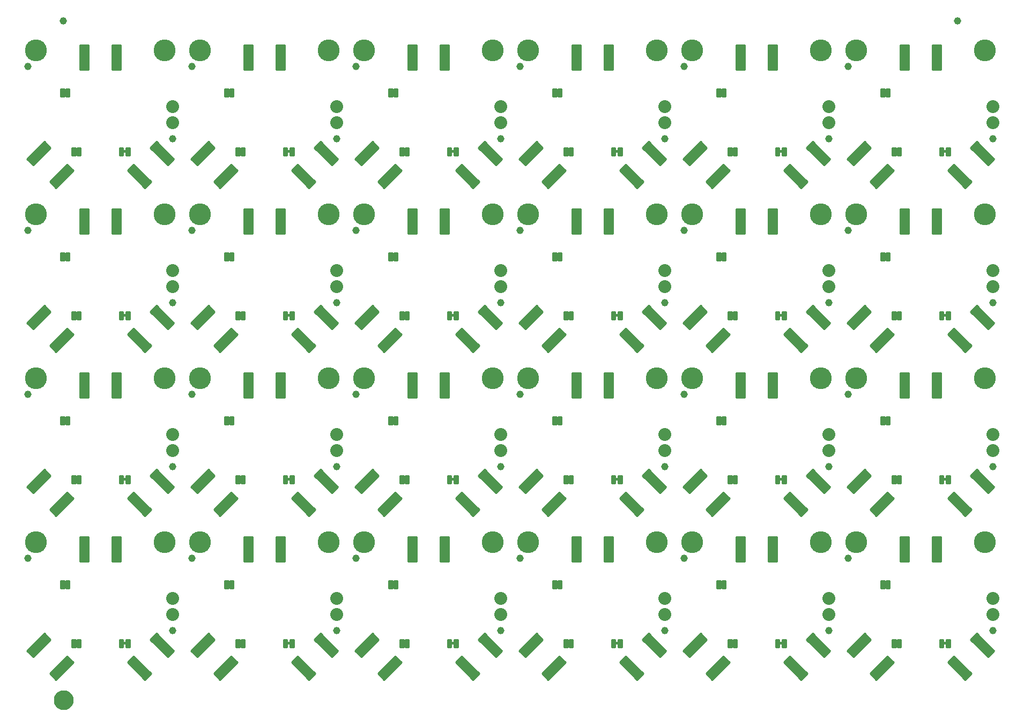
<source format=gbs>
G04 EAGLE Gerber RS-274X export*
G75*
%MOMM*%
%FSLAX34Y34*%
%LPD*%
%INSoldermask Bottom*%
%IPPOS*%
%AMOC8*
5,1,8,0,0,1.08239X$1,22.5*%
G01*
%ADD10C,0.264381*%
%ADD11C,0.251966*%
%ADD12C,2.032000*%
%ADD13C,1.152400*%
%ADD14C,3.454400*%
%ADD15C,1.270000*%
%ADD16C,1.652400*%

G36*
X944310Y843927D02*
X944310Y843927D01*
X944376Y843929D01*
X944419Y843947D01*
X944466Y843955D01*
X944523Y843989D01*
X944583Y844014D01*
X944618Y844045D01*
X944659Y844070D01*
X944701Y844121D01*
X944749Y844165D01*
X944771Y844207D01*
X944800Y844244D01*
X944821Y844306D01*
X944852Y844365D01*
X944860Y844419D01*
X944872Y844456D01*
X944871Y844496D01*
X944879Y844550D01*
X944879Y847090D01*
X944868Y847155D01*
X944866Y847221D01*
X944848Y847264D01*
X944840Y847311D01*
X944806Y847368D01*
X944781Y847428D01*
X944750Y847463D01*
X944725Y847504D01*
X944674Y847546D01*
X944630Y847594D01*
X944588Y847616D01*
X944551Y847645D01*
X944489Y847666D01*
X944430Y847697D01*
X944376Y847705D01*
X944339Y847717D01*
X944299Y847716D01*
X944245Y847724D01*
X940435Y847724D01*
X940370Y847713D01*
X940304Y847711D01*
X940261Y847693D01*
X940214Y847685D01*
X940157Y847651D01*
X940097Y847626D01*
X940062Y847595D01*
X940021Y847570D01*
X939980Y847519D01*
X939931Y847475D01*
X939909Y847433D01*
X939880Y847396D01*
X939859Y847334D01*
X939828Y847275D01*
X939820Y847221D01*
X939808Y847184D01*
X939808Y847181D01*
X939809Y847144D01*
X939801Y847090D01*
X939801Y844550D01*
X939812Y844485D01*
X939814Y844419D01*
X939832Y844376D01*
X939840Y844329D01*
X939874Y844272D01*
X939899Y844212D01*
X939930Y844177D01*
X939955Y844136D01*
X940006Y844095D01*
X940050Y844046D01*
X940092Y844024D01*
X940129Y843995D01*
X940191Y843974D01*
X940250Y843943D01*
X940304Y843935D01*
X940341Y843923D01*
X940381Y843924D01*
X940435Y843916D01*
X944245Y843916D01*
X944310Y843927D01*
G37*
G36*
X1203390Y843927D02*
X1203390Y843927D01*
X1203456Y843929D01*
X1203499Y843947D01*
X1203546Y843955D01*
X1203603Y843989D01*
X1203663Y844014D01*
X1203698Y844045D01*
X1203739Y844070D01*
X1203781Y844121D01*
X1203829Y844165D01*
X1203851Y844207D01*
X1203880Y844244D01*
X1203901Y844306D01*
X1203932Y844365D01*
X1203940Y844419D01*
X1203952Y844456D01*
X1203951Y844496D01*
X1203959Y844550D01*
X1203959Y847090D01*
X1203948Y847155D01*
X1203946Y847221D01*
X1203928Y847264D01*
X1203920Y847311D01*
X1203886Y847368D01*
X1203861Y847428D01*
X1203830Y847463D01*
X1203805Y847504D01*
X1203754Y847546D01*
X1203710Y847594D01*
X1203668Y847616D01*
X1203631Y847645D01*
X1203569Y847666D01*
X1203510Y847697D01*
X1203456Y847705D01*
X1203419Y847717D01*
X1203379Y847716D01*
X1203325Y847724D01*
X1199515Y847724D01*
X1199450Y847713D01*
X1199384Y847711D01*
X1199341Y847693D01*
X1199294Y847685D01*
X1199237Y847651D01*
X1199177Y847626D01*
X1199142Y847595D01*
X1199101Y847570D01*
X1199060Y847519D01*
X1199011Y847475D01*
X1198989Y847433D01*
X1198960Y847396D01*
X1198939Y847334D01*
X1198908Y847275D01*
X1198900Y847221D01*
X1198888Y847184D01*
X1198888Y847181D01*
X1198889Y847144D01*
X1198881Y847090D01*
X1198881Y844550D01*
X1198892Y844485D01*
X1198894Y844419D01*
X1198912Y844376D01*
X1198920Y844329D01*
X1198954Y844272D01*
X1198979Y844212D01*
X1199010Y844177D01*
X1199035Y844136D01*
X1199086Y844095D01*
X1199130Y844046D01*
X1199172Y844024D01*
X1199209Y843995D01*
X1199271Y843974D01*
X1199330Y843943D01*
X1199384Y843935D01*
X1199421Y843923D01*
X1199461Y843924D01*
X1199515Y843916D01*
X1203325Y843916D01*
X1203390Y843927D01*
G37*
G36*
X685230Y843927D02*
X685230Y843927D01*
X685296Y843929D01*
X685339Y843947D01*
X685386Y843955D01*
X685443Y843989D01*
X685503Y844014D01*
X685538Y844045D01*
X685579Y844070D01*
X685621Y844121D01*
X685669Y844165D01*
X685691Y844207D01*
X685720Y844244D01*
X685741Y844306D01*
X685772Y844365D01*
X685780Y844419D01*
X685792Y844456D01*
X685791Y844496D01*
X685799Y844550D01*
X685799Y847090D01*
X685788Y847155D01*
X685786Y847221D01*
X685768Y847264D01*
X685760Y847311D01*
X685726Y847368D01*
X685701Y847428D01*
X685670Y847463D01*
X685645Y847504D01*
X685594Y847546D01*
X685550Y847594D01*
X685508Y847616D01*
X685471Y847645D01*
X685409Y847666D01*
X685350Y847697D01*
X685296Y847705D01*
X685259Y847717D01*
X685219Y847716D01*
X685165Y847724D01*
X681355Y847724D01*
X681290Y847713D01*
X681224Y847711D01*
X681181Y847693D01*
X681134Y847685D01*
X681077Y847651D01*
X681017Y847626D01*
X680982Y847595D01*
X680941Y847570D01*
X680900Y847519D01*
X680851Y847475D01*
X680829Y847433D01*
X680800Y847396D01*
X680779Y847334D01*
X680748Y847275D01*
X680740Y847221D01*
X680728Y847184D01*
X680728Y847181D01*
X680729Y847144D01*
X680721Y847090D01*
X680721Y844550D01*
X680732Y844485D01*
X680734Y844419D01*
X680752Y844376D01*
X680760Y844329D01*
X680794Y844272D01*
X680819Y844212D01*
X680850Y844177D01*
X680875Y844136D01*
X680926Y844095D01*
X680970Y844046D01*
X681012Y844024D01*
X681049Y843995D01*
X681111Y843974D01*
X681170Y843943D01*
X681224Y843935D01*
X681261Y843923D01*
X681301Y843924D01*
X681355Y843916D01*
X685165Y843916D01*
X685230Y843927D01*
G37*
G36*
X426150Y843927D02*
X426150Y843927D01*
X426216Y843929D01*
X426259Y843947D01*
X426306Y843955D01*
X426363Y843989D01*
X426423Y844014D01*
X426458Y844045D01*
X426499Y844070D01*
X426541Y844121D01*
X426589Y844165D01*
X426611Y844207D01*
X426640Y844244D01*
X426661Y844306D01*
X426692Y844365D01*
X426700Y844419D01*
X426712Y844456D01*
X426711Y844496D01*
X426719Y844550D01*
X426719Y847090D01*
X426708Y847155D01*
X426706Y847221D01*
X426688Y847264D01*
X426680Y847311D01*
X426646Y847368D01*
X426621Y847428D01*
X426590Y847463D01*
X426565Y847504D01*
X426514Y847546D01*
X426470Y847594D01*
X426428Y847616D01*
X426391Y847645D01*
X426329Y847666D01*
X426270Y847697D01*
X426216Y847705D01*
X426179Y847717D01*
X426139Y847716D01*
X426085Y847724D01*
X422275Y847724D01*
X422210Y847713D01*
X422144Y847711D01*
X422101Y847693D01*
X422054Y847685D01*
X421997Y847651D01*
X421937Y847626D01*
X421902Y847595D01*
X421861Y847570D01*
X421820Y847519D01*
X421771Y847475D01*
X421749Y847433D01*
X421720Y847396D01*
X421699Y847334D01*
X421668Y847275D01*
X421660Y847221D01*
X421648Y847184D01*
X421648Y847181D01*
X421649Y847144D01*
X421641Y847090D01*
X421641Y844550D01*
X421652Y844485D01*
X421654Y844419D01*
X421672Y844376D01*
X421680Y844329D01*
X421714Y844272D01*
X421739Y844212D01*
X421770Y844177D01*
X421795Y844136D01*
X421846Y844095D01*
X421890Y844046D01*
X421932Y844024D01*
X421969Y843995D01*
X422031Y843974D01*
X422090Y843943D01*
X422144Y843935D01*
X422181Y843923D01*
X422221Y843924D01*
X422275Y843916D01*
X426085Y843916D01*
X426150Y843927D01*
G37*
G36*
X167070Y843927D02*
X167070Y843927D01*
X167136Y843929D01*
X167179Y843947D01*
X167226Y843955D01*
X167283Y843989D01*
X167343Y844014D01*
X167378Y844045D01*
X167419Y844070D01*
X167461Y844121D01*
X167509Y844165D01*
X167531Y844207D01*
X167560Y844244D01*
X167581Y844306D01*
X167612Y844365D01*
X167620Y844419D01*
X167632Y844456D01*
X167631Y844496D01*
X167639Y844550D01*
X167639Y847090D01*
X167628Y847155D01*
X167626Y847221D01*
X167608Y847264D01*
X167600Y847311D01*
X167566Y847368D01*
X167541Y847428D01*
X167510Y847463D01*
X167485Y847504D01*
X167434Y847546D01*
X167390Y847594D01*
X167348Y847616D01*
X167311Y847645D01*
X167249Y847666D01*
X167190Y847697D01*
X167136Y847705D01*
X167099Y847717D01*
X167059Y847716D01*
X167005Y847724D01*
X163195Y847724D01*
X163130Y847713D01*
X163064Y847711D01*
X163021Y847693D01*
X162974Y847685D01*
X162917Y847651D01*
X162857Y847626D01*
X162822Y847595D01*
X162781Y847570D01*
X162740Y847519D01*
X162691Y847475D01*
X162669Y847433D01*
X162640Y847396D01*
X162619Y847334D01*
X162588Y847275D01*
X162580Y847221D01*
X162568Y847184D01*
X162568Y847181D01*
X162569Y847144D01*
X162561Y847090D01*
X162561Y844550D01*
X162572Y844485D01*
X162574Y844419D01*
X162592Y844376D01*
X162600Y844329D01*
X162634Y844272D01*
X162659Y844212D01*
X162690Y844177D01*
X162715Y844136D01*
X162766Y844095D01*
X162810Y844046D01*
X162852Y844024D01*
X162889Y843995D01*
X162951Y843974D01*
X163010Y843943D01*
X163064Y843935D01*
X163101Y843923D01*
X163141Y843924D01*
X163195Y843916D01*
X167005Y843916D01*
X167070Y843927D01*
G37*
G36*
X1462470Y843927D02*
X1462470Y843927D01*
X1462536Y843929D01*
X1462579Y843947D01*
X1462626Y843955D01*
X1462683Y843989D01*
X1462743Y844014D01*
X1462778Y844045D01*
X1462819Y844070D01*
X1462861Y844121D01*
X1462909Y844165D01*
X1462931Y844207D01*
X1462960Y844244D01*
X1462981Y844306D01*
X1463012Y844365D01*
X1463020Y844419D01*
X1463032Y844456D01*
X1463031Y844496D01*
X1463039Y844550D01*
X1463039Y847090D01*
X1463028Y847155D01*
X1463026Y847221D01*
X1463008Y847264D01*
X1463000Y847311D01*
X1462966Y847368D01*
X1462941Y847428D01*
X1462910Y847463D01*
X1462885Y847504D01*
X1462834Y847546D01*
X1462790Y847594D01*
X1462748Y847616D01*
X1462711Y847645D01*
X1462649Y847666D01*
X1462590Y847697D01*
X1462536Y847705D01*
X1462499Y847717D01*
X1462459Y847716D01*
X1462405Y847724D01*
X1458595Y847724D01*
X1458530Y847713D01*
X1458464Y847711D01*
X1458421Y847693D01*
X1458374Y847685D01*
X1458317Y847651D01*
X1458257Y847626D01*
X1458222Y847595D01*
X1458181Y847570D01*
X1458140Y847519D01*
X1458091Y847475D01*
X1458069Y847433D01*
X1458040Y847396D01*
X1458019Y847334D01*
X1457988Y847275D01*
X1457980Y847221D01*
X1457968Y847184D01*
X1457968Y847181D01*
X1457969Y847144D01*
X1457961Y847090D01*
X1457961Y844550D01*
X1457972Y844485D01*
X1457974Y844419D01*
X1457992Y844376D01*
X1458000Y844329D01*
X1458034Y844272D01*
X1458059Y844212D01*
X1458090Y844177D01*
X1458115Y844136D01*
X1458166Y844095D01*
X1458210Y844046D01*
X1458252Y844024D01*
X1458289Y843995D01*
X1458351Y843974D01*
X1458410Y843943D01*
X1458464Y843935D01*
X1458501Y843923D01*
X1458541Y843924D01*
X1458595Y843916D01*
X1462405Y843916D01*
X1462470Y843927D01*
G37*
G36*
X1203390Y584847D02*
X1203390Y584847D01*
X1203456Y584849D01*
X1203499Y584867D01*
X1203546Y584875D01*
X1203603Y584909D01*
X1203663Y584934D01*
X1203698Y584965D01*
X1203739Y584990D01*
X1203781Y585041D01*
X1203829Y585085D01*
X1203851Y585127D01*
X1203880Y585164D01*
X1203901Y585226D01*
X1203932Y585285D01*
X1203940Y585339D01*
X1203952Y585376D01*
X1203951Y585416D01*
X1203959Y585470D01*
X1203959Y588010D01*
X1203948Y588075D01*
X1203946Y588141D01*
X1203928Y588184D01*
X1203920Y588231D01*
X1203886Y588288D01*
X1203861Y588348D01*
X1203830Y588383D01*
X1203805Y588424D01*
X1203754Y588466D01*
X1203710Y588514D01*
X1203668Y588536D01*
X1203631Y588565D01*
X1203569Y588586D01*
X1203510Y588617D01*
X1203456Y588625D01*
X1203419Y588637D01*
X1203379Y588636D01*
X1203325Y588644D01*
X1199515Y588644D01*
X1199450Y588633D01*
X1199384Y588631D01*
X1199341Y588613D01*
X1199294Y588605D01*
X1199237Y588571D01*
X1199177Y588546D01*
X1199142Y588515D01*
X1199101Y588490D01*
X1199060Y588439D01*
X1199011Y588395D01*
X1198989Y588353D01*
X1198960Y588316D01*
X1198939Y588254D01*
X1198908Y588195D01*
X1198900Y588141D01*
X1198888Y588104D01*
X1198888Y588101D01*
X1198889Y588064D01*
X1198881Y588010D01*
X1198881Y585470D01*
X1198892Y585405D01*
X1198894Y585339D01*
X1198912Y585296D01*
X1198920Y585249D01*
X1198954Y585192D01*
X1198979Y585132D01*
X1199010Y585097D01*
X1199035Y585056D01*
X1199086Y585015D01*
X1199130Y584966D01*
X1199172Y584944D01*
X1199209Y584915D01*
X1199271Y584894D01*
X1199330Y584863D01*
X1199384Y584855D01*
X1199421Y584843D01*
X1199461Y584844D01*
X1199515Y584836D01*
X1203325Y584836D01*
X1203390Y584847D01*
G37*
G36*
X426150Y584847D02*
X426150Y584847D01*
X426216Y584849D01*
X426259Y584867D01*
X426306Y584875D01*
X426363Y584909D01*
X426423Y584934D01*
X426458Y584965D01*
X426499Y584990D01*
X426541Y585041D01*
X426589Y585085D01*
X426611Y585127D01*
X426640Y585164D01*
X426661Y585226D01*
X426692Y585285D01*
X426700Y585339D01*
X426712Y585376D01*
X426711Y585416D01*
X426719Y585470D01*
X426719Y588010D01*
X426708Y588075D01*
X426706Y588141D01*
X426688Y588184D01*
X426680Y588231D01*
X426646Y588288D01*
X426621Y588348D01*
X426590Y588383D01*
X426565Y588424D01*
X426514Y588466D01*
X426470Y588514D01*
X426428Y588536D01*
X426391Y588565D01*
X426329Y588586D01*
X426270Y588617D01*
X426216Y588625D01*
X426179Y588637D01*
X426139Y588636D01*
X426085Y588644D01*
X422275Y588644D01*
X422210Y588633D01*
X422144Y588631D01*
X422101Y588613D01*
X422054Y588605D01*
X421997Y588571D01*
X421937Y588546D01*
X421902Y588515D01*
X421861Y588490D01*
X421820Y588439D01*
X421771Y588395D01*
X421749Y588353D01*
X421720Y588316D01*
X421699Y588254D01*
X421668Y588195D01*
X421660Y588141D01*
X421648Y588104D01*
X421648Y588101D01*
X421649Y588064D01*
X421641Y588010D01*
X421641Y585470D01*
X421652Y585405D01*
X421654Y585339D01*
X421672Y585296D01*
X421680Y585249D01*
X421714Y585192D01*
X421739Y585132D01*
X421770Y585097D01*
X421795Y585056D01*
X421846Y585015D01*
X421890Y584966D01*
X421932Y584944D01*
X421969Y584915D01*
X422031Y584894D01*
X422090Y584863D01*
X422144Y584855D01*
X422181Y584843D01*
X422221Y584844D01*
X422275Y584836D01*
X426085Y584836D01*
X426150Y584847D01*
G37*
G36*
X1462470Y584847D02*
X1462470Y584847D01*
X1462536Y584849D01*
X1462579Y584867D01*
X1462626Y584875D01*
X1462683Y584909D01*
X1462743Y584934D01*
X1462778Y584965D01*
X1462819Y584990D01*
X1462861Y585041D01*
X1462909Y585085D01*
X1462931Y585127D01*
X1462960Y585164D01*
X1462981Y585226D01*
X1463012Y585285D01*
X1463020Y585339D01*
X1463032Y585376D01*
X1463031Y585416D01*
X1463039Y585470D01*
X1463039Y588010D01*
X1463028Y588075D01*
X1463026Y588141D01*
X1463008Y588184D01*
X1463000Y588231D01*
X1462966Y588288D01*
X1462941Y588348D01*
X1462910Y588383D01*
X1462885Y588424D01*
X1462834Y588466D01*
X1462790Y588514D01*
X1462748Y588536D01*
X1462711Y588565D01*
X1462649Y588586D01*
X1462590Y588617D01*
X1462536Y588625D01*
X1462499Y588637D01*
X1462459Y588636D01*
X1462405Y588644D01*
X1458595Y588644D01*
X1458530Y588633D01*
X1458464Y588631D01*
X1458421Y588613D01*
X1458374Y588605D01*
X1458317Y588571D01*
X1458257Y588546D01*
X1458222Y588515D01*
X1458181Y588490D01*
X1458140Y588439D01*
X1458091Y588395D01*
X1458069Y588353D01*
X1458040Y588316D01*
X1458019Y588254D01*
X1457988Y588195D01*
X1457980Y588141D01*
X1457968Y588104D01*
X1457968Y588101D01*
X1457969Y588064D01*
X1457961Y588010D01*
X1457961Y585470D01*
X1457972Y585405D01*
X1457974Y585339D01*
X1457992Y585296D01*
X1458000Y585249D01*
X1458034Y585192D01*
X1458059Y585132D01*
X1458090Y585097D01*
X1458115Y585056D01*
X1458166Y585015D01*
X1458210Y584966D01*
X1458252Y584944D01*
X1458289Y584915D01*
X1458351Y584894D01*
X1458410Y584863D01*
X1458464Y584855D01*
X1458501Y584843D01*
X1458541Y584844D01*
X1458595Y584836D01*
X1462405Y584836D01*
X1462470Y584847D01*
G37*
G36*
X167070Y584847D02*
X167070Y584847D01*
X167136Y584849D01*
X167179Y584867D01*
X167226Y584875D01*
X167283Y584909D01*
X167343Y584934D01*
X167378Y584965D01*
X167419Y584990D01*
X167461Y585041D01*
X167509Y585085D01*
X167531Y585127D01*
X167560Y585164D01*
X167581Y585226D01*
X167612Y585285D01*
X167620Y585339D01*
X167632Y585376D01*
X167631Y585416D01*
X167639Y585470D01*
X167639Y588010D01*
X167628Y588075D01*
X167626Y588141D01*
X167608Y588184D01*
X167600Y588231D01*
X167566Y588288D01*
X167541Y588348D01*
X167510Y588383D01*
X167485Y588424D01*
X167434Y588466D01*
X167390Y588514D01*
X167348Y588536D01*
X167311Y588565D01*
X167249Y588586D01*
X167190Y588617D01*
X167136Y588625D01*
X167099Y588637D01*
X167059Y588636D01*
X167005Y588644D01*
X163195Y588644D01*
X163130Y588633D01*
X163064Y588631D01*
X163021Y588613D01*
X162974Y588605D01*
X162917Y588571D01*
X162857Y588546D01*
X162822Y588515D01*
X162781Y588490D01*
X162740Y588439D01*
X162691Y588395D01*
X162669Y588353D01*
X162640Y588316D01*
X162619Y588254D01*
X162588Y588195D01*
X162580Y588141D01*
X162568Y588104D01*
X162568Y588101D01*
X162569Y588064D01*
X162561Y588010D01*
X162561Y585470D01*
X162572Y585405D01*
X162574Y585339D01*
X162592Y585296D01*
X162600Y585249D01*
X162634Y585192D01*
X162659Y585132D01*
X162690Y585097D01*
X162715Y585056D01*
X162766Y585015D01*
X162810Y584966D01*
X162852Y584944D01*
X162889Y584915D01*
X162951Y584894D01*
X163010Y584863D01*
X163064Y584855D01*
X163101Y584843D01*
X163141Y584844D01*
X163195Y584836D01*
X167005Y584836D01*
X167070Y584847D01*
G37*
G36*
X944310Y584847D02*
X944310Y584847D01*
X944376Y584849D01*
X944419Y584867D01*
X944466Y584875D01*
X944523Y584909D01*
X944583Y584934D01*
X944618Y584965D01*
X944659Y584990D01*
X944701Y585041D01*
X944749Y585085D01*
X944771Y585127D01*
X944800Y585164D01*
X944821Y585226D01*
X944852Y585285D01*
X944860Y585339D01*
X944872Y585376D01*
X944871Y585416D01*
X944879Y585470D01*
X944879Y588010D01*
X944868Y588075D01*
X944866Y588141D01*
X944848Y588184D01*
X944840Y588231D01*
X944806Y588288D01*
X944781Y588348D01*
X944750Y588383D01*
X944725Y588424D01*
X944674Y588466D01*
X944630Y588514D01*
X944588Y588536D01*
X944551Y588565D01*
X944489Y588586D01*
X944430Y588617D01*
X944376Y588625D01*
X944339Y588637D01*
X944299Y588636D01*
X944245Y588644D01*
X940435Y588644D01*
X940370Y588633D01*
X940304Y588631D01*
X940261Y588613D01*
X940214Y588605D01*
X940157Y588571D01*
X940097Y588546D01*
X940062Y588515D01*
X940021Y588490D01*
X939980Y588439D01*
X939931Y588395D01*
X939909Y588353D01*
X939880Y588316D01*
X939859Y588254D01*
X939828Y588195D01*
X939820Y588141D01*
X939808Y588104D01*
X939808Y588101D01*
X939809Y588064D01*
X939801Y588010D01*
X939801Y585470D01*
X939812Y585405D01*
X939814Y585339D01*
X939832Y585296D01*
X939840Y585249D01*
X939874Y585192D01*
X939899Y585132D01*
X939930Y585097D01*
X939955Y585056D01*
X940006Y585015D01*
X940050Y584966D01*
X940092Y584944D01*
X940129Y584915D01*
X940191Y584894D01*
X940250Y584863D01*
X940304Y584855D01*
X940341Y584843D01*
X940381Y584844D01*
X940435Y584836D01*
X944245Y584836D01*
X944310Y584847D01*
G37*
G36*
X685230Y584847D02*
X685230Y584847D01*
X685296Y584849D01*
X685339Y584867D01*
X685386Y584875D01*
X685443Y584909D01*
X685503Y584934D01*
X685538Y584965D01*
X685579Y584990D01*
X685621Y585041D01*
X685669Y585085D01*
X685691Y585127D01*
X685720Y585164D01*
X685741Y585226D01*
X685772Y585285D01*
X685780Y585339D01*
X685792Y585376D01*
X685791Y585416D01*
X685799Y585470D01*
X685799Y588010D01*
X685788Y588075D01*
X685786Y588141D01*
X685768Y588184D01*
X685760Y588231D01*
X685726Y588288D01*
X685701Y588348D01*
X685670Y588383D01*
X685645Y588424D01*
X685594Y588466D01*
X685550Y588514D01*
X685508Y588536D01*
X685471Y588565D01*
X685409Y588586D01*
X685350Y588617D01*
X685296Y588625D01*
X685259Y588637D01*
X685219Y588636D01*
X685165Y588644D01*
X681355Y588644D01*
X681290Y588633D01*
X681224Y588631D01*
X681181Y588613D01*
X681134Y588605D01*
X681077Y588571D01*
X681017Y588546D01*
X680982Y588515D01*
X680941Y588490D01*
X680900Y588439D01*
X680851Y588395D01*
X680829Y588353D01*
X680800Y588316D01*
X680779Y588254D01*
X680748Y588195D01*
X680740Y588141D01*
X680728Y588104D01*
X680728Y588101D01*
X680729Y588064D01*
X680721Y588010D01*
X680721Y585470D01*
X680732Y585405D01*
X680734Y585339D01*
X680752Y585296D01*
X680760Y585249D01*
X680794Y585192D01*
X680819Y585132D01*
X680850Y585097D01*
X680875Y585056D01*
X680926Y585015D01*
X680970Y584966D01*
X681012Y584944D01*
X681049Y584915D01*
X681111Y584894D01*
X681170Y584863D01*
X681224Y584855D01*
X681261Y584843D01*
X681301Y584844D01*
X681355Y584836D01*
X685165Y584836D01*
X685230Y584847D01*
G37*
G36*
X1203390Y325767D02*
X1203390Y325767D01*
X1203456Y325769D01*
X1203499Y325787D01*
X1203546Y325795D01*
X1203603Y325829D01*
X1203663Y325854D01*
X1203698Y325885D01*
X1203739Y325910D01*
X1203781Y325961D01*
X1203829Y326005D01*
X1203851Y326047D01*
X1203880Y326084D01*
X1203901Y326146D01*
X1203932Y326205D01*
X1203940Y326259D01*
X1203952Y326296D01*
X1203951Y326336D01*
X1203959Y326390D01*
X1203959Y328930D01*
X1203948Y328995D01*
X1203946Y329061D01*
X1203928Y329104D01*
X1203920Y329151D01*
X1203886Y329208D01*
X1203861Y329268D01*
X1203830Y329303D01*
X1203805Y329344D01*
X1203754Y329386D01*
X1203710Y329434D01*
X1203668Y329456D01*
X1203631Y329485D01*
X1203569Y329506D01*
X1203510Y329537D01*
X1203456Y329545D01*
X1203419Y329557D01*
X1203379Y329556D01*
X1203325Y329564D01*
X1199515Y329564D01*
X1199450Y329553D01*
X1199384Y329551D01*
X1199341Y329533D01*
X1199294Y329525D01*
X1199237Y329491D01*
X1199177Y329466D01*
X1199142Y329435D01*
X1199101Y329410D01*
X1199060Y329359D01*
X1199011Y329315D01*
X1198989Y329273D01*
X1198960Y329236D01*
X1198939Y329174D01*
X1198908Y329115D01*
X1198900Y329061D01*
X1198888Y329024D01*
X1198888Y329021D01*
X1198889Y328984D01*
X1198881Y328930D01*
X1198881Y326390D01*
X1198892Y326325D01*
X1198894Y326259D01*
X1198912Y326216D01*
X1198920Y326169D01*
X1198954Y326112D01*
X1198979Y326052D01*
X1199010Y326017D01*
X1199035Y325976D01*
X1199086Y325935D01*
X1199130Y325886D01*
X1199172Y325864D01*
X1199209Y325835D01*
X1199271Y325814D01*
X1199330Y325783D01*
X1199384Y325775D01*
X1199421Y325763D01*
X1199461Y325764D01*
X1199515Y325756D01*
X1203325Y325756D01*
X1203390Y325767D01*
G37*
G36*
X944310Y325767D02*
X944310Y325767D01*
X944376Y325769D01*
X944419Y325787D01*
X944466Y325795D01*
X944523Y325829D01*
X944583Y325854D01*
X944618Y325885D01*
X944659Y325910D01*
X944701Y325961D01*
X944749Y326005D01*
X944771Y326047D01*
X944800Y326084D01*
X944821Y326146D01*
X944852Y326205D01*
X944860Y326259D01*
X944872Y326296D01*
X944871Y326336D01*
X944879Y326390D01*
X944879Y328930D01*
X944868Y328995D01*
X944866Y329061D01*
X944848Y329104D01*
X944840Y329151D01*
X944806Y329208D01*
X944781Y329268D01*
X944750Y329303D01*
X944725Y329344D01*
X944674Y329386D01*
X944630Y329434D01*
X944588Y329456D01*
X944551Y329485D01*
X944489Y329506D01*
X944430Y329537D01*
X944376Y329545D01*
X944339Y329557D01*
X944299Y329556D01*
X944245Y329564D01*
X940435Y329564D01*
X940370Y329553D01*
X940304Y329551D01*
X940261Y329533D01*
X940214Y329525D01*
X940157Y329491D01*
X940097Y329466D01*
X940062Y329435D01*
X940021Y329410D01*
X939980Y329359D01*
X939931Y329315D01*
X939909Y329273D01*
X939880Y329236D01*
X939859Y329174D01*
X939828Y329115D01*
X939820Y329061D01*
X939808Y329024D01*
X939808Y329021D01*
X939809Y328984D01*
X939801Y328930D01*
X939801Y326390D01*
X939812Y326325D01*
X939814Y326259D01*
X939832Y326216D01*
X939840Y326169D01*
X939874Y326112D01*
X939899Y326052D01*
X939930Y326017D01*
X939955Y325976D01*
X940006Y325935D01*
X940050Y325886D01*
X940092Y325864D01*
X940129Y325835D01*
X940191Y325814D01*
X940250Y325783D01*
X940304Y325775D01*
X940341Y325763D01*
X940381Y325764D01*
X940435Y325756D01*
X944245Y325756D01*
X944310Y325767D01*
G37*
G36*
X1462470Y325767D02*
X1462470Y325767D01*
X1462536Y325769D01*
X1462579Y325787D01*
X1462626Y325795D01*
X1462683Y325829D01*
X1462743Y325854D01*
X1462778Y325885D01*
X1462819Y325910D01*
X1462861Y325961D01*
X1462909Y326005D01*
X1462931Y326047D01*
X1462960Y326084D01*
X1462981Y326146D01*
X1463012Y326205D01*
X1463020Y326259D01*
X1463032Y326296D01*
X1463031Y326336D01*
X1463039Y326390D01*
X1463039Y328930D01*
X1463028Y328995D01*
X1463026Y329061D01*
X1463008Y329104D01*
X1463000Y329151D01*
X1462966Y329208D01*
X1462941Y329268D01*
X1462910Y329303D01*
X1462885Y329344D01*
X1462834Y329386D01*
X1462790Y329434D01*
X1462748Y329456D01*
X1462711Y329485D01*
X1462649Y329506D01*
X1462590Y329537D01*
X1462536Y329545D01*
X1462499Y329557D01*
X1462459Y329556D01*
X1462405Y329564D01*
X1458595Y329564D01*
X1458530Y329553D01*
X1458464Y329551D01*
X1458421Y329533D01*
X1458374Y329525D01*
X1458317Y329491D01*
X1458257Y329466D01*
X1458222Y329435D01*
X1458181Y329410D01*
X1458140Y329359D01*
X1458091Y329315D01*
X1458069Y329273D01*
X1458040Y329236D01*
X1458019Y329174D01*
X1457988Y329115D01*
X1457980Y329061D01*
X1457968Y329024D01*
X1457968Y329021D01*
X1457969Y328984D01*
X1457961Y328930D01*
X1457961Y326390D01*
X1457972Y326325D01*
X1457974Y326259D01*
X1457992Y326216D01*
X1458000Y326169D01*
X1458034Y326112D01*
X1458059Y326052D01*
X1458090Y326017D01*
X1458115Y325976D01*
X1458166Y325935D01*
X1458210Y325886D01*
X1458252Y325864D01*
X1458289Y325835D01*
X1458351Y325814D01*
X1458410Y325783D01*
X1458464Y325775D01*
X1458501Y325763D01*
X1458541Y325764D01*
X1458595Y325756D01*
X1462405Y325756D01*
X1462470Y325767D01*
G37*
G36*
X426150Y325767D02*
X426150Y325767D01*
X426216Y325769D01*
X426259Y325787D01*
X426306Y325795D01*
X426363Y325829D01*
X426423Y325854D01*
X426458Y325885D01*
X426499Y325910D01*
X426541Y325961D01*
X426589Y326005D01*
X426611Y326047D01*
X426640Y326084D01*
X426661Y326146D01*
X426692Y326205D01*
X426700Y326259D01*
X426712Y326296D01*
X426711Y326336D01*
X426719Y326390D01*
X426719Y328930D01*
X426708Y328995D01*
X426706Y329061D01*
X426688Y329104D01*
X426680Y329151D01*
X426646Y329208D01*
X426621Y329268D01*
X426590Y329303D01*
X426565Y329344D01*
X426514Y329386D01*
X426470Y329434D01*
X426428Y329456D01*
X426391Y329485D01*
X426329Y329506D01*
X426270Y329537D01*
X426216Y329545D01*
X426179Y329557D01*
X426139Y329556D01*
X426085Y329564D01*
X422275Y329564D01*
X422210Y329553D01*
X422144Y329551D01*
X422101Y329533D01*
X422054Y329525D01*
X421997Y329491D01*
X421937Y329466D01*
X421902Y329435D01*
X421861Y329410D01*
X421820Y329359D01*
X421771Y329315D01*
X421749Y329273D01*
X421720Y329236D01*
X421699Y329174D01*
X421668Y329115D01*
X421660Y329061D01*
X421648Y329024D01*
X421648Y329021D01*
X421649Y328984D01*
X421641Y328930D01*
X421641Y326390D01*
X421652Y326325D01*
X421654Y326259D01*
X421672Y326216D01*
X421680Y326169D01*
X421714Y326112D01*
X421739Y326052D01*
X421770Y326017D01*
X421795Y325976D01*
X421846Y325935D01*
X421890Y325886D01*
X421932Y325864D01*
X421969Y325835D01*
X422031Y325814D01*
X422090Y325783D01*
X422144Y325775D01*
X422181Y325763D01*
X422221Y325764D01*
X422275Y325756D01*
X426085Y325756D01*
X426150Y325767D01*
G37*
G36*
X167070Y325767D02*
X167070Y325767D01*
X167136Y325769D01*
X167179Y325787D01*
X167226Y325795D01*
X167283Y325829D01*
X167343Y325854D01*
X167378Y325885D01*
X167419Y325910D01*
X167461Y325961D01*
X167509Y326005D01*
X167531Y326047D01*
X167560Y326084D01*
X167581Y326146D01*
X167612Y326205D01*
X167620Y326259D01*
X167632Y326296D01*
X167631Y326336D01*
X167639Y326390D01*
X167639Y328930D01*
X167628Y328995D01*
X167626Y329061D01*
X167608Y329104D01*
X167600Y329151D01*
X167566Y329208D01*
X167541Y329268D01*
X167510Y329303D01*
X167485Y329344D01*
X167434Y329386D01*
X167390Y329434D01*
X167348Y329456D01*
X167311Y329485D01*
X167249Y329506D01*
X167190Y329537D01*
X167136Y329545D01*
X167099Y329557D01*
X167059Y329556D01*
X167005Y329564D01*
X163195Y329564D01*
X163130Y329553D01*
X163064Y329551D01*
X163021Y329533D01*
X162974Y329525D01*
X162917Y329491D01*
X162857Y329466D01*
X162822Y329435D01*
X162781Y329410D01*
X162740Y329359D01*
X162691Y329315D01*
X162669Y329273D01*
X162640Y329236D01*
X162619Y329174D01*
X162588Y329115D01*
X162580Y329061D01*
X162568Y329024D01*
X162568Y329021D01*
X162569Y328984D01*
X162561Y328930D01*
X162561Y326390D01*
X162572Y326325D01*
X162574Y326259D01*
X162592Y326216D01*
X162600Y326169D01*
X162634Y326112D01*
X162659Y326052D01*
X162690Y326017D01*
X162715Y325976D01*
X162766Y325935D01*
X162810Y325886D01*
X162852Y325864D01*
X162889Y325835D01*
X162951Y325814D01*
X163010Y325783D01*
X163064Y325775D01*
X163101Y325763D01*
X163141Y325764D01*
X163195Y325756D01*
X167005Y325756D01*
X167070Y325767D01*
G37*
G36*
X685230Y325767D02*
X685230Y325767D01*
X685296Y325769D01*
X685339Y325787D01*
X685386Y325795D01*
X685443Y325829D01*
X685503Y325854D01*
X685538Y325885D01*
X685579Y325910D01*
X685621Y325961D01*
X685669Y326005D01*
X685691Y326047D01*
X685720Y326084D01*
X685741Y326146D01*
X685772Y326205D01*
X685780Y326259D01*
X685792Y326296D01*
X685791Y326336D01*
X685799Y326390D01*
X685799Y328930D01*
X685788Y328995D01*
X685786Y329061D01*
X685768Y329104D01*
X685760Y329151D01*
X685726Y329208D01*
X685701Y329268D01*
X685670Y329303D01*
X685645Y329344D01*
X685594Y329386D01*
X685550Y329434D01*
X685508Y329456D01*
X685471Y329485D01*
X685409Y329506D01*
X685350Y329537D01*
X685296Y329545D01*
X685259Y329557D01*
X685219Y329556D01*
X685165Y329564D01*
X681355Y329564D01*
X681290Y329553D01*
X681224Y329551D01*
X681181Y329533D01*
X681134Y329525D01*
X681077Y329491D01*
X681017Y329466D01*
X680982Y329435D01*
X680941Y329410D01*
X680900Y329359D01*
X680851Y329315D01*
X680829Y329273D01*
X680800Y329236D01*
X680779Y329174D01*
X680748Y329115D01*
X680740Y329061D01*
X680728Y329024D01*
X680728Y329021D01*
X680729Y328984D01*
X680721Y328930D01*
X680721Y326390D01*
X680732Y326325D01*
X680734Y326259D01*
X680752Y326216D01*
X680760Y326169D01*
X680794Y326112D01*
X680819Y326052D01*
X680850Y326017D01*
X680875Y325976D01*
X680926Y325935D01*
X680970Y325886D01*
X681012Y325864D01*
X681049Y325835D01*
X681111Y325814D01*
X681170Y325783D01*
X681224Y325775D01*
X681261Y325763D01*
X681301Y325764D01*
X681355Y325756D01*
X685165Y325756D01*
X685230Y325767D01*
G37*
G36*
X1462470Y66687D02*
X1462470Y66687D01*
X1462536Y66689D01*
X1462579Y66707D01*
X1462626Y66715D01*
X1462683Y66749D01*
X1462743Y66774D01*
X1462778Y66805D01*
X1462819Y66830D01*
X1462861Y66881D01*
X1462909Y66925D01*
X1462931Y66967D01*
X1462960Y67004D01*
X1462981Y67066D01*
X1463012Y67125D01*
X1463020Y67179D01*
X1463032Y67216D01*
X1463031Y67256D01*
X1463039Y67310D01*
X1463039Y69850D01*
X1463028Y69915D01*
X1463026Y69981D01*
X1463008Y70024D01*
X1463000Y70071D01*
X1462966Y70128D01*
X1462941Y70188D01*
X1462910Y70223D01*
X1462885Y70264D01*
X1462834Y70306D01*
X1462790Y70354D01*
X1462748Y70376D01*
X1462711Y70405D01*
X1462649Y70426D01*
X1462590Y70457D01*
X1462536Y70465D01*
X1462499Y70477D01*
X1462459Y70476D01*
X1462405Y70484D01*
X1458595Y70484D01*
X1458530Y70473D01*
X1458464Y70471D01*
X1458421Y70453D01*
X1458374Y70445D01*
X1458317Y70411D01*
X1458257Y70386D01*
X1458222Y70355D01*
X1458181Y70330D01*
X1458140Y70279D01*
X1458091Y70235D01*
X1458069Y70193D01*
X1458040Y70156D01*
X1458019Y70094D01*
X1457988Y70035D01*
X1457980Y69981D01*
X1457968Y69944D01*
X1457968Y69941D01*
X1457969Y69904D01*
X1457961Y69850D01*
X1457961Y67310D01*
X1457972Y67245D01*
X1457974Y67179D01*
X1457992Y67136D01*
X1458000Y67089D01*
X1458034Y67032D01*
X1458059Y66972D01*
X1458090Y66937D01*
X1458115Y66896D01*
X1458166Y66855D01*
X1458210Y66806D01*
X1458252Y66784D01*
X1458289Y66755D01*
X1458351Y66734D01*
X1458410Y66703D01*
X1458464Y66695D01*
X1458501Y66683D01*
X1458541Y66684D01*
X1458595Y66676D01*
X1462405Y66676D01*
X1462470Y66687D01*
G37*
G36*
X1203390Y66687D02*
X1203390Y66687D01*
X1203456Y66689D01*
X1203499Y66707D01*
X1203546Y66715D01*
X1203603Y66749D01*
X1203663Y66774D01*
X1203698Y66805D01*
X1203739Y66830D01*
X1203781Y66881D01*
X1203829Y66925D01*
X1203851Y66967D01*
X1203880Y67004D01*
X1203901Y67066D01*
X1203932Y67125D01*
X1203940Y67179D01*
X1203952Y67216D01*
X1203951Y67256D01*
X1203959Y67310D01*
X1203959Y69850D01*
X1203948Y69915D01*
X1203946Y69981D01*
X1203928Y70024D01*
X1203920Y70071D01*
X1203886Y70128D01*
X1203861Y70188D01*
X1203830Y70223D01*
X1203805Y70264D01*
X1203754Y70306D01*
X1203710Y70354D01*
X1203668Y70376D01*
X1203631Y70405D01*
X1203569Y70426D01*
X1203510Y70457D01*
X1203456Y70465D01*
X1203419Y70477D01*
X1203379Y70476D01*
X1203325Y70484D01*
X1199515Y70484D01*
X1199450Y70473D01*
X1199384Y70471D01*
X1199341Y70453D01*
X1199294Y70445D01*
X1199237Y70411D01*
X1199177Y70386D01*
X1199142Y70355D01*
X1199101Y70330D01*
X1199060Y70279D01*
X1199011Y70235D01*
X1198989Y70193D01*
X1198960Y70156D01*
X1198939Y70094D01*
X1198908Y70035D01*
X1198900Y69981D01*
X1198888Y69944D01*
X1198888Y69941D01*
X1198889Y69904D01*
X1198881Y69850D01*
X1198881Y67310D01*
X1198892Y67245D01*
X1198894Y67179D01*
X1198912Y67136D01*
X1198920Y67089D01*
X1198954Y67032D01*
X1198979Y66972D01*
X1199010Y66937D01*
X1199035Y66896D01*
X1199086Y66855D01*
X1199130Y66806D01*
X1199172Y66784D01*
X1199209Y66755D01*
X1199271Y66734D01*
X1199330Y66703D01*
X1199384Y66695D01*
X1199421Y66683D01*
X1199461Y66684D01*
X1199515Y66676D01*
X1203325Y66676D01*
X1203390Y66687D01*
G37*
G36*
X944310Y66687D02*
X944310Y66687D01*
X944376Y66689D01*
X944419Y66707D01*
X944466Y66715D01*
X944523Y66749D01*
X944583Y66774D01*
X944618Y66805D01*
X944659Y66830D01*
X944701Y66881D01*
X944749Y66925D01*
X944771Y66967D01*
X944800Y67004D01*
X944821Y67066D01*
X944852Y67125D01*
X944860Y67179D01*
X944872Y67216D01*
X944871Y67256D01*
X944879Y67310D01*
X944879Y69850D01*
X944868Y69915D01*
X944866Y69981D01*
X944848Y70024D01*
X944840Y70071D01*
X944806Y70128D01*
X944781Y70188D01*
X944750Y70223D01*
X944725Y70264D01*
X944674Y70306D01*
X944630Y70354D01*
X944588Y70376D01*
X944551Y70405D01*
X944489Y70426D01*
X944430Y70457D01*
X944376Y70465D01*
X944339Y70477D01*
X944299Y70476D01*
X944245Y70484D01*
X940435Y70484D01*
X940370Y70473D01*
X940304Y70471D01*
X940261Y70453D01*
X940214Y70445D01*
X940157Y70411D01*
X940097Y70386D01*
X940062Y70355D01*
X940021Y70330D01*
X939980Y70279D01*
X939931Y70235D01*
X939909Y70193D01*
X939880Y70156D01*
X939859Y70094D01*
X939828Y70035D01*
X939820Y69981D01*
X939808Y69944D01*
X939808Y69941D01*
X939809Y69904D01*
X939801Y69850D01*
X939801Y67310D01*
X939812Y67245D01*
X939814Y67179D01*
X939832Y67136D01*
X939840Y67089D01*
X939874Y67032D01*
X939899Y66972D01*
X939930Y66937D01*
X939955Y66896D01*
X940006Y66855D01*
X940050Y66806D01*
X940092Y66784D01*
X940129Y66755D01*
X940191Y66734D01*
X940250Y66703D01*
X940304Y66695D01*
X940341Y66683D01*
X940381Y66684D01*
X940435Y66676D01*
X944245Y66676D01*
X944310Y66687D01*
G37*
G36*
X685230Y66687D02*
X685230Y66687D01*
X685296Y66689D01*
X685339Y66707D01*
X685386Y66715D01*
X685443Y66749D01*
X685503Y66774D01*
X685538Y66805D01*
X685579Y66830D01*
X685621Y66881D01*
X685669Y66925D01*
X685691Y66967D01*
X685720Y67004D01*
X685741Y67066D01*
X685772Y67125D01*
X685780Y67179D01*
X685792Y67216D01*
X685791Y67256D01*
X685799Y67310D01*
X685799Y69850D01*
X685788Y69915D01*
X685786Y69981D01*
X685768Y70024D01*
X685760Y70071D01*
X685726Y70128D01*
X685701Y70188D01*
X685670Y70223D01*
X685645Y70264D01*
X685594Y70306D01*
X685550Y70354D01*
X685508Y70376D01*
X685471Y70405D01*
X685409Y70426D01*
X685350Y70457D01*
X685296Y70465D01*
X685259Y70477D01*
X685219Y70476D01*
X685165Y70484D01*
X681355Y70484D01*
X681290Y70473D01*
X681224Y70471D01*
X681181Y70453D01*
X681134Y70445D01*
X681077Y70411D01*
X681017Y70386D01*
X680982Y70355D01*
X680941Y70330D01*
X680900Y70279D01*
X680851Y70235D01*
X680829Y70193D01*
X680800Y70156D01*
X680779Y70094D01*
X680748Y70035D01*
X680740Y69981D01*
X680728Y69944D01*
X680728Y69941D01*
X680729Y69904D01*
X680721Y69850D01*
X680721Y67310D01*
X680732Y67245D01*
X680734Y67179D01*
X680752Y67136D01*
X680760Y67089D01*
X680794Y67032D01*
X680819Y66972D01*
X680850Y66937D01*
X680875Y66896D01*
X680926Y66855D01*
X680970Y66806D01*
X681012Y66784D01*
X681049Y66755D01*
X681111Y66734D01*
X681170Y66703D01*
X681224Y66695D01*
X681261Y66683D01*
X681301Y66684D01*
X681355Y66676D01*
X685165Y66676D01*
X685230Y66687D01*
G37*
G36*
X426150Y66687D02*
X426150Y66687D01*
X426216Y66689D01*
X426259Y66707D01*
X426306Y66715D01*
X426363Y66749D01*
X426423Y66774D01*
X426458Y66805D01*
X426499Y66830D01*
X426541Y66881D01*
X426589Y66925D01*
X426611Y66967D01*
X426640Y67004D01*
X426661Y67066D01*
X426692Y67125D01*
X426700Y67179D01*
X426712Y67216D01*
X426711Y67256D01*
X426719Y67310D01*
X426719Y69850D01*
X426708Y69915D01*
X426706Y69981D01*
X426688Y70024D01*
X426680Y70071D01*
X426646Y70128D01*
X426621Y70188D01*
X426590Y70223D01*
X426565Y70264D01*
X426514Y70306D01*
X426470Y70354D01*
X426428Y70376D01*
X426391Y70405D01*
X426329Y70426D01*
X426270Y70457D01*
X426216Y70465D01*
X426179Y70477D01*
X426139Y70476D01*
X426085Y70484D01*
X422275Y70484D01*
X422210Y70473D01*
X422144Y70471D01*
X422101Y70453D01*
X422054Y70445D01*
X421997Y70411D01*
X421937Y70386D01*
X421902Y70355D01*
X421861Y70330D01*
X421820Y70279D01*
X421771Y70235D01*
X421749Y70193D01*
X421720Y70156D01*
X421699Y70094D01*
X421668Y70035D01*
X421660Y69981D01*
X421648Y69944D01*
X421648Y69941D01*
X421649Y69904D01*
X421641Y69850D01*
X421641Y67310D01*
X421652Y67245D01*
X421654Y67179D01*
X421672Y67136D01*
X421680Y67089D01*
X421714Y67032D01*
X421739Y66972D01*
X421770Y66937D01*
X421795Y66896D01*
X421846Y66855D01*
X421890Y66806D01*
X421932Y66784D01*
X421969Y66755D01*
X422031Y66734D01*
X422090Y66703D01*
X422144Y66695D01*
X422181Y66683D01*
X422221Y66684D01*
X422275Y66676D01*
X426085Y66676D01*
X426150Y66687D01*
G37*
G36*
X167070Y66687D02*
X167070Y66687D01*
X167136Y66689D01*
X167179Y66707D01*
X167226Y66715D01*
X167283Y66749D01*
X167343Y66774D01*
X167378Y66805D01*
X167419Y66830D01*
X167461Y66881D01*
X167509Y66925D01*
X167531Y66967D01*
X167560Y67004D01*
X167581Y67066D01*
X167612Y67125D01*
X167620Y67179D01*
X167632Y67216D01*
X167631Y67256D01*
X167639Y67310D01*
X167639Y69850D01*
X167628Y69915D01*
X167626Y69981D01*
X167608Y70024D01*
X167600Y70071D01*
X167566Y70128D01*
X167541Y70188D01*
X167510Y70223D01*
X167485Y70264D01*
X167434Y70306D01*
X167390Y70354D01*
X167348Y70376D01*
X167311Y70405D01*
X167249Y70426D01*
X167190Y70457D01*
X167136Y70465D01*
X167099Y70477D01*
X167059Y70476D01*
X167005Y70484D01*
X163195Y70484D01*
X163130Y70473D01*
X163064Y70471D01*
X163021Y70453D01*
X162974Y70445D01*
X162917Y70411D01*
X162857Y70386D01*
X162822Y70355D01*
X162781Y70330D01*
X162740Y70279D01*
X162691Y70235D01*
X162669Y70193D01*
X162640Y70156D01*
X162619Y70094D01*
X162588Y70035D01*
X162580Y69981D01*
X162568Y69944D01*
X162568Y69941D01*
X162569Y69904D01*
X162561Y69850D01*
X162561Y67310D01*
X162572Y67245D01*
X162574Y67179D01*
X162592Y67136D01*
X162600Y67089D01*
X162634Y67032D01*
X162659Y66972D01*
X162690Y66937D01*
X162715Y66896D01*
X162766Y66855D01*
X162810Y66806D01*
X162852Y66784D01*
X162889Y66755D01*
X162951Y66734D01*
X163010Y66703D01*
X163064Y66695D01*
X163101Y66683D01*
X163141Y66684D01*
X163195Y66676D01*
X167005Y66676D01*
X167070Y66687D01*
G37*
D10*
X108540Y197730D02*
X94660Y197730D01*
X94660Y236610D01*
X108540Y236610D01*
X108540Y197730D01*
X108540Y200242D02*
X94660Y200242D01*
X94660Y202754D02*
X108540Y202754D01*
X108540Y205266D02*
X94660Y205266D01*
X94660Y207778D02*
X108540Y207778D01*
X108540Y210290D02*
X94660Y210290D01*
X94660Y212802D02*
X108540Y212802D01*
X108540Y215314D02*
X94660Y215314D01*
X94660Y217826D02*
X108540Y217826D01*
X108540Y220338D02*
X94660Y220338D01*
X94660Y222850D02*
X108540Y222850D01*
X108540Y225362D02*
X94660Y225362D01*
X94660Y227874D02*
X108540Y227874D01*
X108540Y230386D02*
X94660Y230386D01*
X94660Y232898D02*
X108540Y232898D01*
X108540Y235410D02*
X94660Y235410D01*
X145460Y197730D02*
X159340Y197730D01*
X145460Y197730D02*
X145460Y236610D01*
X159340Y236610D01*
X159340Y197730D01*
X159340Y200242D02*
X145460Y200242D01*
X145460Y202754D02*
X159340Y202754D01*
X159340Y205266D02*
X145460Y205266D01*
X145460Y207778D02*
X159340Y207778D01*
X159340Y210290D02*
X145460Y210290D01*
X145460Y212802D02*
X159340Y212802D01*
X159340Y215314D02*
X145460Y215314D01*
X145460Y217826D02*
X159340Y217826D01*
X159340Y220338D02*
X145460Y220338D01*
X145460Y222850D02*
X159340Y222850D01*
X159340Y225362D02*
X145460Y225362D01*
X145460Y227874D02*
X159340Y227874D01*
X159340Y230386D02*
X145460Y230386D01*
X145460Y232898D02*
X159340Y232898D01*
X159340Y235410D02*
X145460Y235410D01*
X74424Y48317D02*
X84239Y38502D01*
X56748Y11011D01*
X46933Y20826D01*
X74424Y48317D01*
X59260Y13523D02*
X54236Y13523D01*
X51724Y16035D02*
X61772Y16035D01*
X64284Y18547D02*
X49212Y18547D01*
X47166Y21059D02*
X66796Y21059D01*
X69308Y23571D02*
X49678Y23571D01*
X52190Y26083D02*
X71820Y26083D01*
X74332Y28595D02*
X54702Y28595D01*
X57214Y31107D02*
X76844Y31107D01*
X79356Y33619D02*
X59726Y33619D01*
X62238Y36131D02*
X81868Y36131D01*
X84098Y38643D02*
X64750Y38643D01*
X67262Y41155D02*
X81586Y41155D01*
X79074Y43667D02*
X69774Y43667D01*
X72286Y46179D02*
X76562Y46179D01*
X48317Y74424D02*
X38502Y84239D01*
X48317Y74424D02*
X20826Y46933D01*
X11011Y56748D01*
X38502Y84239D01*
X23338Y49445D02*
X18314Y49445D01*
X15802Y51957D02*
X25850Y51957D01*
X28362Y54469D02*
X13290Y54469D01*
X11244Y56981D02*
X30874Y56981D01*
X33386Y59493D02*
X13756Y59493D01*
X16268Y62005D02*
X35898Y62005D01*
X38410Y64517D02*
X18780Y64517D01*
X21292Y67029D02*
X40922Y67029D01*
X43434Y69541D02*
X23804Y69541D01*
X26316Y72053D02*
X45946Y72053D01*
X48176Y74565D02*
X28828Y74565D01*
X31340Y77077D02*
X45664Y77077D01*
X43152Y79589D02*
X33852Y79589D01*
X36364Y82101D02*
X40640Y82101D01*
X205683Y74424D02*
X215498Y84239D01*
X242989Y56748D01*
X233174Y46933D01*
X205683Y74424D01*
X230662Y49445D02*
X235686Y49445D01*
X238198Y51957D02*
X228150Y51957D01*
X225638Y54469D02*
X240710Y54469D01*
X242756Y56981D02*
X223126Y56981D01*
X220614Y59493D02*
X240244Y59493D01*
X237732Y62005D02*
X218102Y62005D01*
X215590Y64517D02*
X235220Y64517D01*
X232708Y67029D02*
X213078Y67029D01*
X210566Y69541D02*
X230196Y69541D01*
X227684Y72053D02*
X208054Y72053D01*
X205824Y74565D02*
X225172Y74565D01*
X222660Y77077D02*
X208336Y77077D01*
X210848Y79589D02*
X220148Y79589D01*
X217636Y82101D02*
X213360Y82101D01*
X179576Y48317D02*
X169761Y38502D01*
X179576Y48317D02*
X207067Y20826D01*
X197252Y11011D01*
X169761Y38502D01*
X194740Y13523D02*
X199764Y13523D01*
X202276Y16035D02*
X192228Y16035D01*
X189716Y18547D02*
X204788Y18547D01*
X206834Y21059D02*
X187204Y21059D01*
X184692Y23571D02*
X204322Y23571D01*
X201810Y26083D02*
X182180Y26083D01*
X179668Y28595D02*
X199298Y28595D01*
X196786Y31107D02*
X177156Y31107D01*
X174644Y33619D02*
X194274Y33619D01*
X191762Y36131D02*
X172132Y36131D01*
X169902Y38643D02*
X189250Y38643D01*
X186738Y41155D02*
X172414Y41155D01*
X174926Y43667D02*
X184226Y43667D01*
X181714Y46179D02*
X177438Y46179D01*
D11*
X162697Y62728D02*
X157089Y62728D01*
X157089Y74432D01*
X162697Y74432D01*
X162697Y62728D01*
X162697Y65122D02*
X157089Y65122D01*
X157089Y67516D02*
X162697Y67516D01*
X162697Y69910D02*
X157089Y69910D01*
X157089Y72304D02*
X162697Y72304D01*
X167503Y62728D02*
X173111Y62728D01*
X167503Y62728D02*
X167503Y74432D01*
X173111Y74432D01*
X173111Y62728D01*
X173111Y65122D02*
X167503Y65122D01*
X167503Y67516D02*
X173111Y67516D01*
X173111Y69910D02*
X167503Y69910D01*
X167503Y72304D02*
X173111Y72304D01*
X87513Y62728D02*
X82159Y62728D01*
X82159Y74432D01*
X87513Y74432D01*
X87513Y62728D01*
X87513Y65122D02*
X82159Y65122D01*
X82159Y67516D02*
X87513Y67516D01*
X87513Y69910D02*
X82159Y69910D01*
X82159Y72304D02*
X87513Y72304D01*
X90287Y62728D02*
X95641Y62728D01*
X90287Y62728D02*
X90287Y74432D01*
X95641Y74432D01*
X95641Y62728D01*
X95641Y65122D02*
X90287Y65122D01*
X90287Y67516D02*
X95641Y67516D01*
X95641Y69910D02*
X90287Y69910D01*
X90287Y72304D02*
X95641Y72304D01*
D12*
X241300Y114300D03*
X241300Y139700D03*
D13*
X12700Y203200D03*
X241300Y88900D03*
D14*
X228600Y228600D03*
X25400Y228600D03*
D11*
X64379Y155438D02*
X69733Y155438D01*
X64379Y155438D02*
X64379Y167142D01*
X69733Y167142D01*
X69733Y155438D01*
X69733Y157832D02*
X64379Y157832D01*
X64379Y160226D02*
X69733Y160226D01*
X69733Y162620D02*
X64379Y162620D01*
X64379Y165014D02*
X69733Y165014D01*
X72507Y155438D02*
X77861Y155438D01*
X72507Y155438D02*
X72507Y167142D01*
X77861Y167142D01*
X77861Y155438D01*
X77861Y157832D02*
X72507Y157832D01*
X72507Y160226D02*
X77861Y160226D01*
X77861Y162620D02*
X72507Y162620D01*
X72507Y165014D02*
X77861Y165014D01*
D10*
X353740Y197730D02*
X367620Y197730D01*
X353740Y197730D02*
X353740Y236610D01*
X367620Y236610D01*
X367620Y197730D01*
X367620Y200242D02*
X353740Y200242D01*
X353740Y202754D02*
X367620Y202754D01*
X367620Y205266D02*
X353740Y205266D01*
X353740Y207778D02*
X367620Y207778D01*
X367620Y210290D02*
X353740Y210290D01*
X353740Y212802D02*
X367620Y212802D01*
X367620Y215314D02*
X353740Y215314D01*
X353740Y217826D02*
X367620Y217826D01*
X367620Y220338D02*
X353740Y220338D01*
X353740Y222850D02*
X367620Y222850D01*
X367620Y225362D02*
X353740Y225362D01*
X353740Y227874D02*
X367620Y227874D01*
X367620Y230386D02*
X353740Y230386D01*
X353740Y232898D02*
X367620Y232898D01*
X367620Y235410D02*
X353740Y235410D01*
X404540Y197730D02*
X418420Y197730D01*
X404540Y197730D02*
X404540Y236610D01*
X418420Y236610D01*
X418420Y197730D01*
X418420Y200242D02*
X404540Y200242D01*
X404540Y202754D02*
X418420Y202754D01*
X418420Y205266D02*
X404540Y205266D01*
X404540Y207778D02*
X418420Y207778D01*
X418420Y210290D02*
X404540Y210290D01*
X404540Y212802D02*
X418420Y212802D01*
X418420Y215314D02*
X404540Y215314D01*
X404540Y217826D02*
X418420Y217826D01*
X418420Y220338D02*
X404540Y220338D01*
X404540Y222850D02*
X418420Y222850D01*
X418420Y225362D02*
X404540Y225362D01*
X404540Y227874D02*
X418420Y227874D01*
X418420Y230386D02*
X404540Y230386D01*
X404540Y232898D02*
X418420Y232898D01*
X418420Y235410D02*
X404540Y235410D01*
X333504Y48317D02*
X343319Y38502D01*
X315828Y11011D01*
X306013Y20826D01*
X333504Y48317D01*
X318340Y13523D02*
X313316Y13523D01*
X310804Y16035D02*
X320852Y16035D01*
X323364Y18547D02*
X308292Y18547D01*
X306246Y21059D02*
X325876Y21059D01*
X328388Y23571D02*
X308758Y23571D01*
X311270Y26083D02*
X330900Y26083D01*
X333412Y28595D02*
X313782Y28595D01*
X316294Y31107D02*
X335924Y31107D01*
X338436Y33619D02*
X318806Y33619D01*
X321318Y36131D02*
X340948Y36131D01*
X343178Y38643D02*
X323830Y38643D01*
X326342Y41155D02*
X340666Y41155D01*
X338154Y43667D02*
X328854Y43667D01*
X331366Y46179D02*
X335642Y46179D01*
X307397Y74424D02*
X297582Y84239D01*
X307397Y74424D02*
X279906Y46933D01*
X270091Y56748D01*
X297582Y84239D01*
X282418Y49445D02*
X277394Y49445D01*
X274882Y51957D02*
X284930Y51957D01*
X287442Y54469D02*
X272370Y54469D01*
X270324Y56981D02*
X289954Y56981D01*
X292466Y59493D02*
X272836Y59493D01*
X275348Y62005D02*
X294978Y62005D01*
X297490Y64517D02*
X277860Y64517D01*
X280372Y67029D02*
X300002Y67029D01*
X302514Y69541D02*
X282884Y69541D01*
X285396Y72053D02*
X305026Y72053D01*
X307256Y74565D02*
X287908Y74565D01*
X290420Y77077D02*
X304744Y77077D01*
X302232Y79589D02*
X292932Y79589D01*
X295444Y82101D02*
X299720Y82101D01*
X464763Y74424D02*
X474578Y84239D01*
X502069Y56748D01*
X492254Y46933D01*
X464763Y74424D01*
X489742Y49445D02*
X494766Y49445D01*
X497278Y51957D02*
X487230Y51957D01*
X484718Y54469D02*
X499790Y54469D01*
X501836Y56981D02*
X482206Y56981D01*
X479694Y59493D02*
X499324Y59493D01*
X496812Y62005D02*
X477182Y62005D01*
X474670Y64517D02*
X494300Y64517D01*
X491788Y67029D02*
X472158Y67029D01*
X469646Y69541D02*
X489276Y69541D01*
X486764Y72053D02*
X467134Y72053D01*
X464904Y74565D02*
X484252Y74565D01*
X481740Y77077D02*
X467416Y77077D01*
X469928Y79589D02*
X479228Y79589D01*
X476716Y82101D02*
X472440Y82101D01*
X438656Y48317D02*
X428841Y38502D01*
X438656Y48317D02*
X466147Y20826D01*
X456332Y11011D01*
X428841Y38502D01*
X453820Y13523D02*
X458844Y13523D01*
X461356Y16035D02*
X451308Y16035D01*
X448796Y18547D02*
X463868Y18547D01*
X465914Y21059D02*
X446284Y21059D01*
X443772Y23571D02*
X463402Y23571D01*
X460890Y26083D02*
X441260Y26083D01*
X438748Y28595D02*
X458378Y28595D01*
X455866Y31107D02*
X436236Y31107D01*
X433724Y33619D02*
X453354Y33619D01*
X450842Y36131D02*
X431212Y36131D01*
X428982Y38643D02*
X448330Y38643D01*
X445818Y41155D02*
X431494Y41155D01*
X434006Y43667D02*
X443306Y43667D01*
X440794Y46179D02*
X436518Y46179D01*
D11*
X421777Y62728D02*
X416169Y62728D01*
X416169Y74432D01*
X421777Y74432D01*
X421777Y62728D01*
X421777Y65122D02*
X416169Y65122D01*
X416169Y67516D02*
X421777Y67516D01*
X421777Y69910D02*
X416169Y69910D01*
X416169Y72304D02*
X421777Y72304D01*
X426583Y62728D02*
X432191Y62728D01*
X426583Y62728D02*
X426583Y74432D01*
X432191Y74432D01*
X432191Y62728D01*
X432191Y65122D02*
X426583Y65122D01*
X426583Y67516D02*
X432191Y67516D01*
X432191Y69910D02*
X426583Y69910D01*
X426583Y72304D02*
X432191Y72304D01*
X346593Y62728D02*
X341239Y62728D01*
X341239Y74432D01*
X346593Y74432D01*
X346593Y62728D01*
X346593Y65122D02*
X341239Y65122D01*
X341239Y67516D02*
X346593Y67516D01*
X346593Y69910D02*
X341239Y69910D01*
X341239Y72304D02*
X346593Y72304D01*
X349367Y62728D02*
X354721Y62728D01*
X349367Y62728D02*
X349367Y74432D01*
X354721Y74432D01*
X354721Y62728D01*
X354721Y65122D02*
X349367Y65122D01*
X349367Y67516D02*
X354721Y67516D01*
X354721Y69910D02*
X349367Y69910D01*
X349367Y72304D02*
X354721Y72304D01*
D12*
X500380Y114300D03*
X500380Y139700D03*
D13*
X271780Y203200D03*
X500380Y88900D03*
D14*
X487680Y228600D03*
X284480Y228600D03*
D11*
X323459Y155438D02*
X328813Y155438D01*
X323459Y155438D02*
X323459Y167142D01*
X328813Y167142D01*
X328813Y155438D01*
X328813Y157832D02*
X323459Y157832D01*
X323459Y160226D02*
X328813Y160226D01*
X328813Y162620D02*
X323459Y162620D01*
X323459Y165014D02*
X328813Y165014D01*
X331587Y155438D02*
X336941Y155438D01*
X331587Y155438D02*
X331587Y167142D01*
X336941Y167142D01*
X336941Y155438D01*
X336941Y157832D02*
X331587Y157832D01*
X331587Y160226D02*
X336941Y160226D01*
X336941Y162620D02*
X331587Y162620D01*
X331587Y165014D02*
X336941Y165014D01*
D10*
X612820Y197730D02*
X626700Y197730D01*
X612820Y197730D02*
X612820Y236610D01*
X626700Y236610D01*
X626700Y197730D01*
X626700Y200242D02*
X612820Y200242D01*
X612820Y202754D02*
X626700Y202754D01*
X626700Y205266D02*
X612820Y205266D01*
X612820Y207778D02*
X626700Y207778D01*
X626700Y210290D02*
X612820Y210290D01*
X612820Y212802D02*
X626700Y212802D01*
X626700Y215314D02*
X612820Y215314D01*
X612820Y217826D02*
X626700Y217826D01*
X626700Y220338D02*
X612820Y220338D01*
X612820Y222850D02*
X626700Y222850D01*
X626700Y225362D02*
X612820Y225362D01*
X612820Y227874D02*
X626700Y227874D01*
X626700Y230386D02*
X612820Y230386D01*
X612820Y232898D02*
X626700Y232898D01*
X626700Y235410D02*
X612820Y235410D01*
X663620Y197730D02*
X677500Y197730D01*
X663620Y197730D02*
X663620Y236610D01*
X677500Y236610D01*
X677500Y197730D01*
X677500Y200242D02*
X663620Y200242D01*
X663620Y202754D02*
X677500Y202754D01*
X677500Y205266D02*
X663620Y205266D01*
X663620Y207778D02*
X677500Y207778D01*
X677500Y210290D02*
X663620Y210290D01*
X663620Y212802D02*
X677500Y212802D01*
X677500Y215314D02*
X663620Y215314D01*
X663620Y217826D02*
X677500Y217826D01*
X677500Y220338D02*
X663620Y220338D01*
X663620Y222850D02*
X677500Y222850D01*
X677500Y225362D02*
X663620Y225362D01*
X663620Y227874D02*
X677500Y227874D01*
X677500Y230386D02*
X663620Y230386D01*
X663620Y232898D02*
X677500Y232898D01*
X677500Y235410D02*
X663620Y235410D01*
X592584Y48317D02*
X602399Y38502D01*
X574908Y11011D01*
X565093Y20826D01*
X592584Y48317D01*
X577420Y13523D02*
X572396Y13523D01*
X569884Y16035D02*
X579932Y16035D01*
X582444Y18547D02*
X567372Y18547D01*
X565326Y21059D02*
X584956Y21059D01*
X587468Y23571D02*
X567838Y23571D01*
X570350Y26083D02*
X589980Y26083D01*
X592492Y28595D02*
X572862Y28595D01*
X575374Y31107D02*
X595004Y31107D01*
X597516Y33619D02*
X577886Y33619D01*
X580398Y36131D02*
X600028Y36131D01*
X602258Y38643D02*
X582910Y38643D01*
X585422Y41155D02*
X599746Y41155D01*
X597234Y43667D02*
X587934Y43667D01*
X590446Y46179D02*
X594722Y46179D01*
X566477Y74424D02*
X556662Y84239D01*
X566477Y74424D02*
X538986Y46933D01*
X529171Y56748D01*
X556662Y84239D01*
X541498Y49445D02*
X536474Y49445D01*
X533962Y51957D02*
X544010Y51957D01*
X546522Y54469D02*
X531450Y54469D01*
X529404Y56981D02*
X549034Y56981D01*
X551546Y59493D02*
X531916Y59493D01*
X534428Y62005D02*
X554058Y62005D01*
X556570Y64517D02*
X536940Y64517D01*
X539452Y67029D02*
X559082Y67029D01*
X561594Y69541D02*
X541964Y69541D01*
X544476Y72053D02*
X564106Y72053D01*
X566336Y74565D02*
X546988Y74565D01*
X549500Y77077D02*
X563824Y77077D01*
X561312Y79589D02*
X552012Y79589D01*
X554524Y82101D02*
X558800Y82101D01*
X723843Y74424D02*
X733658Y84239D01*
X761149Y56748D01*
X751334Y46933D01*
X723843Y74424D01*
X748822Y49445D02*
X753846Y49445D01*
X756358Y51957D02*
X746310Y51957D01*
X743798Y54469D02*
X758870Y54469D01*
X760916Y56981D02*
X741286Y56981D01*
X738774Y59493D02*
X758404Y59493D01*
X755892Y62005D02*
X736262Y62005D01*
X733750Y64517D02*
X753380Y64517D01*
X750868Y67029D02*
X731238Y67029D01*
X728726Y69541D02*
X748356Y69541D01*
X745844Y72053D02*
X726214Y72053D01*
X723984Y74565D02*
X743332Y74565D01*
X740820Y77077D02*
X726496Y77077D01*
X729008Y79589D02*
X738308Y79589D01*
X735796Y82101D02*
X731520Y82101D01*
X697736Y48317D02*
X687921Y38502D01*
X697736Y48317D02*
X725227Y20826D01*
X715412Y11011D01*
X687921Y38502D01*
X712900Y13523D02*
X717924Y13523D01*
X720436Y16035D02*
X710388Y16035D01*
X707876Y18547D02*
X722948Y18547D01*
X724994Y21059D02*
X705364Y21059D01*
X702852Y23571D02*
X722482Y23571D01*
X719970Y26083D02*
X700340Y26083D01*
X697828Y28595D02*
X717458Y28595D01*
X714946Y31107D02*
X695316Y31107D01*
X692804Y33619D02*
X712434Y33619D01*
X709922Y36131D02*
X690292Y36131D01*
X688062Y38643D02*
X707410Y38643D01*
X704898Y41155D02*
X690574Y41155D01*
X693086Y43667D02*
X702386Y43667D01*
X699874Y46179D02*
X695598Y46179D01*
D11*
X680857Y62728D02*
X675249Y62728D01*
X675249Y74432D01*
X680857Y74432D01*
X680857Y62728D01*
X680857Y65122D02*
X675249Y65122D01*
X675249Y67516D02*
X680857Y67516D01*
X680857Y69910D02*
X675249Y69910D01*
X675249Y72304D02*
X680857Y72304D01*
X685663Y62728D02*
X691271Y62728D01*
X685663Y62728D02*
X685663Y74432D01*
X691271Y74432D01*
X691271Y62728D01*
X691271Y65122D02*
X685663Y65122D01*
X685663Y67516D02*
X691271Y67516D01*
X691271Y69910D02*
X685663Y69910D01*
X685663Y72304D02*
X691271Y72304D01*
X605673Y62728D02*
X600319Y62728D01*
X600319Y74432D01*
X605673Y74432D01*
X605673Y62728D01*
X605673Y65122D02*
X600319Y65122D01*
X600319Y67516D02*
X605673Y67516D01*
X605673Y69910D02*
X600319Y69910D01*
X600319Y72304D02*
X605673Y72304D01*
X608447Y62728D02*
X613801Y62728D01*
X608447Y62728D02*
X608447Y74432D01*
X613801Y74432D01*
X613801Y62728D01*
X613801Y65122D02*
X608447Y65122D01*
X608447Y67516D02*
X613801Y67516D01*
X613801Y69910D02*
X608447Y69910D01*
X608447Y72304D02*
X613801Y72304D01*
D12*
X759460Y114300D03*
X759460Y139700D03*
D13*
X530860Y203200D03*
X759460Y88900D03*
D14*
X746760Y228600D03*
X543560Y228600D03*
D11*
X582539Y155438D02*
X587893Y155438D01*
X582539Y155438D02*
X582539Y167142D01*
X587893Y167142D01*
X587893Y155438D01*
X587893Y157832D02*
X582539Y157832D01*
X582539Y160226D02*
X587893Y160226D01*
X587893Y162620D02*
X582539Y162620D01*
X582539Y165014D02*
X587893Y165014D01*
X590667Y155438D02*
X596021Y155438D01*
X590667Y155438D02*
X590667Y167142D01*
X596021Y167142D01*
X596021Y155438D01*
X596021Y157832D02*
X590667Y157832D01*
X590667Y160226D02*
X596021Y160226D01*
X596021Y162620D02*
X590667Y162620D01*
X590667Y165014D02*
X596021Y165014D01*
D10*
X871900Y197730D02*
X885780Y197730D01*
X871900Y197730D02*
X871900Y236610D01*
X885780Y236610D01*
X885780Y197730D01*
X885780Y200242D02*
X871900Y200242D01*
X871900Y202754D02*
X885780Y202754D01*
X885780Y205266D02*
X871900Y205266D01*
X871900Y207778D02*
X885780Y207778D01*
X885780Y210290D02*
X871900Y210290D01*
X871900Y212802D02*
X885780Y212802D01*
X885780Y215314D02*
X871900Y215314D01*
X871900Y217826D02*
X885780Y217826D01*
X885780Y220338D02*
X871900Y220338D01*
X871900Y222850D02*
X885780Y222850D01*
X885780Y225362D02*
X871900Y225362D01*
X871900Y227874D02*
X885780Y227874D01*
X885780Y230386D02*
X871900Y230386D01*
X871900Y232898D02*
X885780Y232898D01*
X885780Y235410D02*
X871900Y235410D01*
X922700Y197730D02*
X936580Y197730D01*
X922700Y197730D02*
X922700Y236610D01*
X936580Y236610D01*
X936580Y197730D01*
X936580Y200242D02*
X922700Y200242D01*
X922700Y202754D02*
X936580Y202754D01*
X936580Y205266D02*
X922700Y205266D01*
X922700Y207778D02*
X936580Y207778D01*
X936580Y210290D02*
X922700Y210290D01*
X922700Y212802D02*
X936580Y212802D01*
X936580Y215314D02*
X922700Y215314D01*
X922700Y217826D02*
X936580Y217826D01*
X936580Y220338D02*
X922700Y220338D01*
X922700Y222850D02*
X936580Y222850D01*
X936580Y225362D02*
X922700Y225362D01*
X922700Y227874D02*
X936580Y227874D01*
X936580Y230386D02*
X922700Y230386D01*
X922700Y232898D02*
X936580Y232898D01*
X936580Y235410D02*
X922700Y235410D01*
X851664Y48317D02*
X861479Y38502D01*
X833988Y11011D01*
X824173Y20826D01*
X851664Y48317D01*
X836500Y13523D02*
X831476Y13523D01*
X828964Y16035D02*
X839012Y16035D01*
X841524Y18547D02*
X826452Y18547D01*
X824406Y21059D02*
X844036Y21059D01*
X846548Y23571D02*
X826918Y23571D01*
X829430Y26083D02*
X849060Y26083D01*
X851572Y28595D02*
X831942Y28595D01*
X834454Y31107D02*
X854084Y31107D01*
X856596Y33619D02*
X836966Y33619D01*
X839478Y36131D02*
X859108Y36131D01*
X861338Y38643D02*
X841990Y38643D01*
X844502Y41155D02*
X858826Y41155D01*
X856314Y43667D02*
X847014Y43667D01*
X849526Y46179D02*
X853802Y46179D01*
X825557Y74424D02*
X815742Y84239D01*
X825557Y74424D02*
X798066Y46933D01*
X788251Y56748D01*
X815742Y84239D01*
X800578Y49445D02*
X795554Y49445D01*
X793042Y51957D02*
X803090Y51957D01*
X805602Y54469D02*
X790530Y54469D01*
X788484Y56981D02*
X808114Y56981D01*
X810626Y59493D02*
X790996Y59493D01*
X793508Y62005D02*
X813138Y62005D01*
X815650Y64517D02*
X796020Y64517D01*
X798532Y67029D02*
X818162Y67029D01*
X820674Y69541D02*
X801044Y69541D01*
X803556Y72053D02*
X823186Y72053D01*
X825416Y74565D02*
X806068Y74565D01*
X808580Y77077D02*
X822904Y77077D01*
X820392Y79589D02*
X811092Y79589D01*
X813604Y82101D02*
X817880Y82101D01*
X982923Y74424D02*
X992738Y84239D01*
X1020229Y56748D01*
X1010414Y46933D01*
X982923Y74424D01*
X1007902Y49445D02*
X1012926Y49445D01*
X1015438Y51957D02*
X1005390Y51957D01*
X1002878Y54469D02*
X1017950Y54469D01*
X1019996Y56981D02*
X1000366Y56981D01*
X997854Y59493D02*
X1017484Y59493D01*
X1014972Y62005D02*
X995342Y62005D01*
X992830Y64517D02*
X1012460Y64517D01*
X1009948Y67029D02*
X990318Y67029D01*
X987806Y69541D02*
X1007436Y69541D01*
X1004924Y72053D02*
X985294Y72053D01*
X983064Y74565D02*
X1002412Y74565D01*
X999900Y77077D02*
X985576Y77077D01*
X988088Y79589D02*
X997388Y79589D01*
X994876Y82101D02*
X990600Y82101D01*
X956816Y48317D02*
X947001Y38502D01*
X956816Y48317D02*
X984307Y20826D01*
X974492Y11011D01*
X947001Y38502D01*
X971980Y13523D02*
X977004Y13523D01*
X979516Y16035D02*
X969468Y16035D01*
X966956Y18547D02*
X982028Y18547D01*
X984074Y21059D02*
X964444Y21059D01*
X961932Y23571D02*
X981562Y23571D01*
X979050Y26083D02*
X959420Y26083D01*
X956908Y28595D02*
X976538Y28595D01*
X974026Y31107D02*
X954396Y31107D01*
X951884Y33619D02*
X971514Y33619D01*
X969002Y36131D02*
X949372Y36131D01*
X947142Y38643D02*
X966490Y38643D01*
X963978Y41155D02*
X949654Y41155D01*
X952166Y43667D02*
X961466Y43667D01*
X958954Y46179D02*
X954678Y46179D01*
D11*
X939937Y62728D02*
X934329Y62728D01*
X934329Y74432D01*
X939937Y74432D01*
X939937Y62728D01*
X939937Y65122D02*
X934329Y65122D01*
X934329Y67516D02*
X939937Y67516D01*
X939937Y69910D02*
X934329Y69910D01*
X934329Y72304D02*
X939937Y72304D01*
X944743Y62728D02*
X950351Y62728D01*
X944743Y62728D02*
X944743Y74432D01*
X950351Y74432D01*
X950351Y62728D01*
X950351Y65122D02*
X944743Y65122D01*
X944743Y67516D02*
X950351Y67516D01*
X950351Y69910D02*
X944743Y69910D01*
X944743Y72304D02*
X950351Y72304D01*
X864753Y62728D02*
X859399Y62728D01*
X859399Y74432D01*
X864753Y74432D01*
X864753Y62728D01*
X864753Y65122D02*
X859399Y65122D01*
X859399Y67516D02*
X864753Y67516D01*
X864753Y69910D02*
X859399Y69910D01*
X859399Y72304D02*
X864753Y72304D01*
X867527Y62728D02*
X872881Y62728D01*
X867527Y62728D02*
X867527Y74432D01*
X872881Y74432D01*
X872881Y62728D01*
X872881Y65122D02*
X867527Y65122D01*
X867527Y67516D02*
X872881Y67516D01*
X872881Y69910D02*
X867527Y69910D01*
X867527Y72304D02*
X872881Y72304D01*
D12*
X1018540Y114300D03*
X1018540Y139700D03*
D13*
X789940Y203200D03*
X1018540Y88900D03*
D14*
X1005840Y228600D03*
X802640Y228600D03*
D11*
X841619Y155438D02*
X846973Y155438D01*
X841619Y155438D02*
X841619Y167142D01*
X846973Y167142D01*
X846973Y155438D01*
X846973Y157832D02*
X841619Y157832D01*
X841619Y160226D02*
X846973Y160226D01*
X846973Y162620D02*
X841619Y162620D01*
X841619Y165014D02*
X846973Y165014D01*
X849747Y155438D02*
X855101Y155438D01*
X849747Y155438D02*
X849747Y167142D01*
X855101Y167142D01*
X855101Y155438D01*
X855101Y157832D02*
X849747Y157832D01*
X849747Y160226D02*
X855101Y160226D01*
X855101Y162620D02*
X849747Y162620D01*
X849747Y165014D02*
X855101Y165014D01*
D10*
X1130980Y197730D02*
X1144860Y197730D01*
X1130980Y197730D02*
X1130980Y236610D01*
X1144860Y236610D01*
X1144860Y197730D01*
X1144860Y200242D02*
X1130980Y200242D01*
X1130980Y202754D02*
X1144860Y202754D01*
X1144860Y205266D02*
X1130980Y205266D01*
X1130980Y207778D02*
X1144860Y207778D01*
X1144860Y210290D02*
X1130980Y210290D01*
X1130980Y212802D02*
X1144860Y212802D01*
X1144860Y215314D02*
X1130980Y215314D01*
X1130980Y217826D02*
X1144860Y217826D01*
X1144860Y220338D02*
X1130980Y220338D01*
X1130980Y222850D02*
X1144860Y222850D01*
X1144860Y225362D02*
X1130980Y225362D01*
X1130980Y227874D02*
X1144860Y227874D01*
X1144860Y230386D02*
X1130980Y230386D01*
X1130980Y232898D02*
X1144860Y232898D01*
X1144860Y235410D02*
X1130980Y235410D01*
X1181780Y197730D02*
X1195660Y197730D01*
X1181780Y197730D02*
X1181780Y236610D01*
X1195660Y236610D01*
X1195660Y197730D01*
X1195660Y200242D02*
X1181780Y200242D01*
X1181780Y202754D02*
X1195660Y202754D01*
X1195660Y205266D02*
X1181780Y205266D01*
X1181780Y207778D02*
X1195660Y207778D01*
X1195660Y210290D02*
X1181780Y210290D01*
X1181780Y212802D02*
X1195660Y212802D01*
X1195660Y215314D02*
X1181780Y215314D01*
X1181780Y217826D02*
X1195660Y217826D01*
X1195660Y220338D02*
X1181780Y220338D01*
X1181780Y222850D02*
X1195660Y222850D01*
X1195660Y225362D02*
X1181780Y225362D01*
X1181780Y227874D02*
X1195660Y227874D01*
X1195660Y230386D02*
X1181780Y230386D01*
X1181780Y232898D02*
X1195660Y232898D01*
X1195660Y235410D02*
X1181780Y235410D01*
X1110744Y48317D02*
X1120559Y38502D01*
X1093068Y11011D01*
X1083253Y20826D01*
X1110744Y48317D01*
X1095580Y13523D02*
X1090556Y13523D01*
X1088044Y16035D02*
X1098092Y16035D01*
X1100604Y18547D02*
X1085532Y18547D01*
X1083486Y21059D02*
X1103116Y21059D01*
X1105628Y23571D02*
X1085998Y23571D01*
X1088510Y26083D02*
X1108140Y26083D01*
X1110652Y28595D02*
X1091022Y28595D01*
X1093534Y31107D02*
X1113164Y31107D01*
X1115676Y33619D02*
X1096046Y33619D01*
X1098558Y36131D02*
X1118188Y36131D01*
X1120418Y38643D02*
X1101070Y38643D01*
X1103582Y41155D02*
X1117906Y41155D01*
X1115394Y43667D02*
X1106094Y43667D01*
X1108606Y46179D02*
X1112882Y46179D01*
X1084637Y74424D02*
X1074822Y84239D01*
X1084637Y74424D02*
X1057146Y46933D01*
X1047331Y56748D01*
X1074822Y84239D01*
X1059658Y49445D02*
X1054634Y49445D01*
X1052122Y51957D02*
X1062170Y51957D01*
X1064682Y54469D02*
X1049610Y54469D01*
X1047564Y56981D02*
X1067194Y56981D01*
X1069706Y59493D02*
X1050076Y59493D01*
X1052588Y62005D02*
X1072218Y62005D01*
X1074730Y64517D02*
X1055100Y64517D01*
X1057612Y67029D02*
X1077242Y67029D01*
X1079754Y69541D02*
X1060124Y69541D01*
X1062636Y72053D02*
X1082266Y72053D01*
X1084496Y74565D02*
X1065148Y74565D01*
X1067660Y77077D02*
X1081984Y77077D01*
X1079472Y79589D02*
X1070172Y79589D01*
X1072684Y82101D02*
X1076960Y82101D01*
X1242003Y74424D02*
X1251818Y84239D01*
X1279309Y56748D01*
X1269494Y46933D01*
X1242003Y74424D01*
X1266982Y49445D02*
X1272006Y49445D01*
X1274518Y51957D02*
X1264470Y51957D01*
X1261958Y54469D02*
X1277030Y54469D01*
X1279076Y56981D02*
X1259446Y56981D01*
X1256934Y59493D02*
X1276564Y59493D01*
X1274052Y62005D02*
X1254422Y62005D01*
X1251910Y64517D02*
X1271540Y64517D01*
X1269028Y67029D02*
X1249398Y67029D01*
X1246886Y69541D02*
X1266516Y69541D01*
X1264004Y72053D02*
X1244374Y72053D01*
X1242144Y74565D02*
X1261492Y74565D01*
X1258980Y77077D02*
X1244656Y77077D01*
X1247168Y79589D02*
X1256468Y79589D01*
X1253956Y82101D02*
X1249680Y82101D01*
X1215896Y48317D02*
X1206081Y38502D01*
X1215896Y48317D02*
X1243387Y20826D01*
X1233572Y11011D01*
X1206081Y38502D01*
X1231060Y13523D02*
X1236084Y13523D01*
X1238596Y16035D02*
X1228548Y16035D01*
X1226036Y18547D02*
X1241108Y18547D01*
X1243154Y21059D02*
X1223524Y21059D01*
X1221012Y23571D02*
X1240642Y23571D01*
X1238130Y26083D02*
X1218500Y26083D01*
X1215988Y28595D02*
X1235618Y28595D01*
X1233106Y31107D02*
X1213476Y31107D01*
X1210964Y33619D02*
X1230594Y33619D01*
X1228082Y36131D02*
X1208452Y36131D01*
X1206222Y38643D02*
X1225570Y38643D01*
X1223058Y41155D02*
X1208734Y41155D01*
X1211246Y43667D02*
X1220546Y43667D01*
X1218034Y46179D02*
X1213758Y46179D01*
D11*
X1199017Y62728D02*
X1193409Y62728D01*
X1193409Y74432D01*
X1199017Y74432D01*
X1199017Y62728D01*
X1199017Y65122D02*
X1193409Y65122D01*
X1193409Y67516D02*
X1199017Y67516D01*
X1199017Y69910D02*
X1193409Y69910D01*
X1193409Y72304D02*
X1199017Y72304D01*
X1203823Y62728D02*
X1209431Y62728D01*
X1203823Y62728D02*
X1203823Y74432D01*
X1209431Y74432D01*
X1209431Y62728D01*
X1209431Y65122D02*
X1203823Y65122D01*
X1203823Y67516D02*
X1209431Y67516D01*
X1209431Y69910D02*
X1203823Y69910D01*
X1203823Y72304D02*
X1209431Y72304D01*
X1123833Y62728D02*
X1118479Y62728D01*
X1118479Y74432D01*
X1123833Y74432D01*
X1123833Y62728D01*
X1123833Y65122D02*
X1118479Y65122D01*
X1118479Y67516D02*
X1123833Y67516D01*
X1123833Y69910D02*
X1118479Y69910D01*
X1118479Y72304D02*
X1123833Y72304D01*
X1126607Y62728D02*
X1131961Y62728D01*
X1126607Y62728D02*
X1126607Y74432D01*
X1131961Y74432D01*
X1131961Y62728D01*
X1131961Y65122D02*
X1126607Y65122D01*
X1126607Y67516D02*
X1131961Y67516D01*
X1131961Y69910D02*
X1126607Y69910D01*
X1126607Y72304D02*
X1131961Y72304D01*
D12*
X1277620Y114300D03*
X1277620Y139700D03*
D13*
X1049020Y203200D03*
X1277620Y88900D03*
D14*
X1264920Y228600D03*
X1061720Y228600D03*
D11*
X1100699Y155438D02*
X1106053Y155438D01*
X1100699Y155438D02*
X1100699Y167142D01*
X1106053Y167142D01*
X1106053Y155438D01*
X1106053Y157832D02*
X1100699Y157832D01*
X1100699Y160226D02*
X1106053Y160226D01*
X1106053Y162620D02*
X1100699Y162620D01*
X1100699Y165014D02*
X1106053Y165014D01*
X1108827Y155438D02*
X1114181Y155438D01*
X1108827Y155438D02*
X1108827Y167142D01*
X1114181Y167142D01*
X1114181Y155438D01*
X1114181Y157832D02*
X1108827Y157832D01*
X1108827Y160226D02*
X1114181Y160226D01*
X1114181Y162620D02*
X1108827Y162620D01*
X1108827Y165014D02*
X1114181Y165014D01*
D10*
X1390060Y197730D02*
X1403940Y197730D01*
X1390060Y197730D02*
X1390060Y236610D01*
X1403940Y236610D01*
X1403940Y197730D01*
X1403940Y200242D02*
X1390060Y200242D01*
X1390060Y202754D02*
X1403940Y202754D01*
X1403940Y205266D02*
X1390060Y205266D01*
X1390060Y207778D02*
X1403940Y207778D01*
X1403940Y210290D02*
X1390060Y210290D01*
X1390060Y212802D02*
X1403940Y212802D01*
X1403940Y215314D02*
X1390060Y215314D01*
X1390060Y217826D02*
X1403940Y217826D01*
X1403940Y220338D02*
X1390060Y220338D01*
X1390060Y222850D02*
X1403940Y222850D01*
X1403940Y225362D02*
X1390060Y225362D01*
X1390060Y227874D02*
X1403940Y227874D01*
X1403940Y230386D02*
X1390060Y230386D01*
X1390060Y232898D02*
X1403940Y232898D01*
X1403940Y235410D02*
X1390060Y235410D01*
X1440860Y197730D02*
X1454740Y197730D01*
X1440860Y197730D02*
X1440860Y236610D01*
X1454740Y236610D01*
X1454740Y197730D01*
X1454740Y200242D02*
X1440860Y200242D01*
X1440860Y202754D02*
X1454740Y202754D01*
X1454740Y205266D02*
X1440860Y205266D01*
X1440860Y207778D02*
X1454740Y207778D01*
X1454740Y210290D02*
X1440860Y210290D01*
X1440860Y212802D02*
X1454740Y212802D01*
X1454740Y215314D02*
X1440860Y215314D01*
X1440860Y217826D02*
X1454740Y217826D01*
X1454740Y220338D02*
X1440860Y220338D01*
X1440860Y222850D02*
X1454740Y222850D01*
X1454740Y225362D02*
X1440860Y225362D01*
X1440860Y227874D02*
X1454740Y227874D01*
X1454740Y230386D02*
X1440860Y230386D01*
X1440860Y232898D02*
X1454740Y232898D01*
X1454740Y235410D02*
X1440860Y235410D01*
X1369824Y48317D02*
X1379639Y38502D01*
X1352148Y11011D01*
X1342333Y20826D01*
X1369824Y48317D01*
X1354660Y13523D02*
X1349636Y13523D01*
X1347124Y16035D02*
X1357172Y16035D01*
X1359684Y18547D02*
X1344612Y18547D01*
X1342566Y21059D02*
X1362196Y21059D01*
X1364708Y23571D02*
X1345078Y23571D01*
X1347590Y26083D02*
X1367220Y26083D01*
X1369732Y28595D02*
X1350102Y28595D01*
X1352614Y31107D02*
X1372244Y31107D01*
X1374756Y33619D02*
X1355126Y33619D01*
X1357638Y36131D02*
X1377268Y36131D01*
X1379498Y38643D02*
X1360150Y38643D01*
X1362662Y41155D02*
X1376986Y41155D01*
X1374474Y43667D02*
X1365174Y43667D01*
X1367686Y46179D02*
X1371962Y46179D01*
X1343717Y74424D02*
X1333902Y84239D01*
X1343717Y74424D02*
X1316226Y46933D01*
X1306411Y56748D01*
X1333902Y84239D01*
X1318738Y49445D02*
X1313714Y49445D01*
X1311202Y51957D02*
X1321250Y51957D01*
X1323762Y54469D02*
X1308690Y54469D01*
X1306644Y56981D02*
X1326274Y56981D01*
X1328786Y59493D02*
X1309156Y59493D01*
X1311668Y62005D02*
X1331298Y62005D01*
X1333810Y64517D02*
X1314180Y64517D01*
X1316692Y67029D02*
X1336322Y67029D01*
X1338834Y69541D02*
X1319204Y69541D01*
X1321716Y72053D02*
X1341346Y72053D01*
X1343576Y74565D02*
X1324228Y74565D01*
X1326740Y77077D02*
X1341064Y77077D01*
X1338552Y79589D02*
X1329252Y79589D01*
X1331764Y82101D02*
X1336040Y82101D01*
X1501083Y74424D02*
X1510898Y84239D01*
X1538389Y56748D01*
X1528574Y46933D01*
X1501083Y74424D01*
X1526062Y49445D02*
X1531086Y49445D01*
X1533598Y51957D02*
X1523550Y51957D01*
X1521038Y54469D02*
X1536110Y54469D01*
X1538156Y56981D02*
X1518526Y56981D01*
X1516014Y59493D02*
X1535644Y59493D01*
X1533132Y62005D02*
X1513502Y62005D01*
X1510990Y64517D02*
X1530620Y64517D01*
X1528108Y67029D02*
X1508478Y67029D01*
X1505966Y69541D02*
X1525596Y69541D01*
X1523084Y72053D02*
X1503454Y72053D01*
X1501224Y74565D02*
X1520572Y74565D01*
X1518060Y77077D02*
X1503736Y77077D01*
X1506248Y79589D02*
X1515548Y79589D01*
X1513036Y82101D02*
X1508760Y82101D01*
X1474976Y48317D02*
X1465161Y38502D01*
X1474976Y48317D02*
X1502467Y20826D01*
X1492652Y11011D01*
X1465161Y38502D01*
X1490140Y13523D02*
X1495164Y13523D01*
X1497676Y16035D02*
X1487628Y16035D01*
X1485116Y18547D02*
X1500188Y18547D01*
X1502234Y21059D02*
X1482604Y21059D01*
X1480092Y23571D02*
X1499722Y23571D01*
X1497210Y26083D02*
X1477580Y26083D01*
X1475068Y28595D02*
X1494698Y28595D01*
X1492186Y31107D02*
X1472556Y31107D01*
X1470044Y33619D02*
X1489674Y33619D01*
X1487162Y36131D02*
X1467532Y36131D01*
X1465302Y38643D02*
X1484650Y38643D01*
X1482138Y41155D02*
X1467814Y41155D01*
X1470326Y43667D02*
X1479626Y43667D01*
X1477114Y46179D02*
X1472838Y46179D01*
D11*
X1458097Y62728D02*
X1452489Y62728D01*
X1452489Y74432D01*
X1458097Y74432D01*
X1458097Y62728D01*
X1458097Y65122D02*
X1452489Y65122D01*
X1452489Y67516D02*
X1458097Y67516D01*
X1458097Y69910D02*
X1452489Y69910D01*
X1452489Y72304D02*
X1458097Y72304D01*
X1462903Y62728D02*
X1468511Y62728D01*
X1462903Y62728D02*
X1462903Y74432D01*
X1468511Y74432D01*
X1468511Y62728D01*
X1468511Y65122D02*
X1462903Y65122D01*
X1462903Y67516D02*
X1468511Y67516D01*
X1468511Y69910D02*
X1462903Y69910D01*
X1462903Y72304D02*
X1468511Y72304D01*
X1382913Y62728D02*
X1377559Y62728D01*
X1377559Y74432D01*
X1382913Y74432D01*
X1382913Y62728D01*
X1382913Y65122D02*
X1377559Y65122D01*
X1377559Y67516D02*
X1382913Y67516D01*
X1382913Y69910D02*
X1377559Y69910D01*
X1377559Y72304D02*
X1382913Y72304D01*
X1385687Y62728D02*
X1391041Y62728D01*
X1385687Y62728D02*
X1385687Y74432D01*
X1391041Y74432D01*
X1391041Y62728D01*
X1391041Y65122D02*
X1385687Y65122D01*
X1385687Y67516D02*
X1391041Y67516D01*
X1391041Y69910D02*
X1385687Y69910D01*
X1385687Y72304D02*
X1391041Y72304D01*
D12*
X1536700Y114300D03*
X1536700Y139700D03*
D13*
X1308100Y203200D03*
X1536700Y88900D03*
D14*
X1524000Y228600D03*
X1320800Y228600D03*
D11*
X1359779Y155438D02*
X1365133Y155438D01*
X1359779Y155438D02*
X1359779Y167142D01*
X1365133Y167142D01*
X1365133Y155438D01*
X1365133Y157832D02*
X1359779Y157832D01*
X1359779Y160226D02*
X1365133Y160226D01*
X1365133Y162620D02*
X1359779Y162620D01*
X1359779Y165014D02*
X1365133Y165014D01*
X1367907Y155438D02*
X1373261Y155438D01*
X1367907Y155438D02*
X1367907Y167142D01*
X1373261Y167142D01*
X1373261Y155438D01*
X1373261Y157832D02*
X1367907Y157832D01*
X1367907Y160226D02*
X1373261Y160226D01*
X1373261Y162620D02*
X1367907Y162620D01*
X1367907Y165014D02*
X1373261Y165014D01*
D10*
X108540Y456810D02*
X94660Y456810D01*
X94660Y495690D01*
X108540Y495690D01*
X108540Y456810D01*
X108540Y459322D02*
X94660Y459322D01*
X94660Y461834D02*
X108540Y461834D01*
X108540Y464346D02*
X94660Y464346D01*
X94660Y466858D02*
X108540Y466858D01*
X108540Y469370D02*
X94660Y469370D01*
X94660Y471882D02*
X108540Y471882D01*
X108540Y474394D02*
X94660Y474394D01*
X94660Y476906D02*
X108540Y476906D01*
X108540Y479418D02*
X94660Y479418D01*
X94660Y481930D02*
X108540Y481930D01*
X108540Y484442D02*
X94660Y484442D01*
X94660Y486954D02*
X108540Y486954D01*
X108540Y489466D02*
X94660Y489466D01*
X94660Y491978D02*
X108540Y491978D01*
X108540Y494490D02*
X94660Y494490D01*
X145460Y456810D02*
X159340Y456810D01*
X145460Y456810D02*
X145460Y495690D01*
X159340Y495690D01*
X159340Y456810D01*
X159340Y459322D02*
X145460Y459322D01*
X145460Y461834D02*
X159340Y461834D01*
X159340Y464346D02*
X145460Y464346D01*
X145460Y466858D02*
X159340Y466858D01*
X159340Y469370D02*
X145460Y469370D01*
X145460Y471882D02*
X159340Y471882D01*
X159340Y474394D02*
X145460Y474394D01*
X145460Y476906D02*
X159340Y476906D01*
X159340Y479418D02*
X145460Y479418D01*
X145460Y481930D02*
X159340Y481930D01*
X159340Y484442D02*
X145460Y484442D01*
X145460Y486954D02*
X159340Y486954D01*
X159340Y489466D02*
X145460Y489466D01*
X145460Y491978D02*
X159340Y491978D01*
X159340Y494490D02*
X145460Y494490D01*
X74424Y307397D02*
X84239Y297582D01*
X56748Y270091D01*
X46933Y279906D01*
X74424Y307397D01*
X59260Y272603D02*
X54236Y272603D01*
X51724Y275115D02*
X61772Y275115D01*
X64284Y277627D02*
X49212Y277627D01*
X47166Y280139D02*
X66796Y280139D01*
X69308Y282651D02*
X49678Y282651D01*
X52190Y285163D02*
X71820Y285163D01*
X74332Y287675D02*
X54702Y287675D01*
X57214Y290187D02*
X76844Y290187D01*
X79356Y292699D02*
X59726Y292699D01*
X62238Y295211D02*
X81868Y295211D01*
X84098Y297723D02*
X64750Y297723D01*
X67262Y300235D02*
X81586Y300235D01*
X79074Y302747D02*
X69774Y302747D01*
X72286Y305259D02*
X76562Y305259D01*
X48317Y333504D02*
X38502Y343319D01*
X48317Y333504D02*
X20826Y306013D01*
X11011Y315828D01*
X38502Y343319D01*
X23338Y308525D02*
X18314Y308525D01*
X15802Y311037D02*
X25850Y311037D01*
X28362Y313549D02*
X13290Y313549D01*
X11244Y316061D02*
X30874Y316061D01*
X33386Y318573D02*
X13756Y318573D01*
X16268Y321085D02*
X35898Y321085D01*
X38410Y323597D02*
X18780Y323597D01*
X21292Y326109D02*
X40922Y326109D01*
X43434Y328621D02*
X23804Y328621D01*
X26316Y331133D02*
X45946Y331133D01*
X48176Y333645D02*
X28828Y333645D01*
X31340Y336157D02*
X45664Y336157D01*
X43152Y338669D02*
X33852Y338669D01*
X36364Y341181D02*
X40640Y341181D01*
X205683Y333504D02*
X215498Y343319D01*
X242989Y315828D01*
X233174Y306013D01*
X205683Y333504D01*
X230662Y308525D02*
X235686Y308525D01*
X238198Y311037D02*
X228150Y311037D01*
X225638Y313549D02*
X240710Y313549D01*
X242756Y316061D02*
X223126Y316061D01*
X220614Y318573D02*
X240244Y318573D01*
X237732Y321085D02*
X218102Y321085D01*
X215590Y323597D02*
X235220Y323597D01*
X232708Y326109D02*
X213078Y326109D01*
X210566Y328621D02*
X230196Y328621D01*
X227684Y331133D02*
X208054Y331133D01*
X205824Y333645D02*
X225172Y333645D01*
X222660Y336157D02*
X208336Y336157D01*
X210848Y338669D02*
X220148Y338669D01*
X217636Y341181D02*
X213360Y341181D01*
X179576Y307397D02*
X169761Y297582D01*
X179576Y307397D02*
X207067Y279906D01*
X197252Y270091D01*
X169761Y297582D01*
X194740Y272603D02*
X199764Y272603D01*
X202276Y275115D02*
X192228Y275115D01*
X189716Y277627D02*
X204788Y277627D01*
X206834Y280139D02*
X187204Y280139D01*
X184692Y282651D02*
X204322Y282651D01*
X201810Y285163D02*
X182180Y285163D01*
X179668Y287675D02*
X199298Y287675D01*
X196786Y290187D02*
X177156Y290187D01*
X174644Y292699D02*
X194274Y292699D01*
X191762Y295211D02*
X172132Y295211D01*
X169902Y297723D02*
X189250Y297723D01*
X186738Y300235D02*
X172414Y300235D01*
X174926Y302747D02*
X184226Y302747D01*
X181714Y305259D02*
X177438Y305259D01*
D11*
X162697Y321808D02*
X157089Y321808D01*
X157089Y333512D01*
X162697Y333512D01*
X162697Y321808D01*
X162697Y324202D02*
X157089Y324202D01*
X157089Y326596D02*
X162697Y326596D01*
X162697Y328990D02*
X157089Y328990D01*
X157089Y331384D02*
X162697Y331384D01*
X167503Y321808D02*
X173111Y321808D01*
X167503Y321808D02*
X167503Y333512D01*
X173111Y333512D01*
X173111Y321808D01*
X173111Y324202D02*
X167503Y324202D01*
X167503Y326596D02*
X173111Y326596D01*
X173111Y328990D02*
X167503Y328990D01*
X167503Y331384D02*
X173111Y331384D01*
X87513Y321808D02*
X82159Y321808D01*
X82159Y333512D01*
X87513Y333512D01*
X87513Y321808D01*
X87513Y324202D02*
X82159Y324202D01*
X82159Y326596D02*
X87513Y326596D01*
X87513Y328990D02*
X82159Y328990D01*
X82159Y331384D02*
X87513Y331384D01*
X90287Y321808D02*
X95641Y321808D01*
X90287Y321808D02*
X90287Y333512D01*
X95641Y333512D01*
X95641Y321808D01*
X95641Y324202D02*
X90287Y324202D01*
X90287Y326596D02*
X95641Y326596D01*
X95641Y328990D02*
X90287Y328990D01*
X90287Y331384D02*
X95641Y331384D01*
D12*
X241300Y373380D03*
X241300Y398780D03*
D13*
X12700Y462280D03*
X241300Y347980D03*
D14*
X228600Y487680D03*
X25400Y487680D03*
D11*
X64379Y414518D02*
X69733Y414518D01*
X64379Y414518D02*
X64379Y426222D01*
X69733Y426222D01*
X69733Y414518D01*
X69733Y416912D02*
X64379Y416912D01*
X64379Y419306D02*
X69733Y419306D01*
X69733Y421700D02*
X64379Y421700D01*
X64379Y424094D02*
X69733Y424094D01*
X72507Y414518D02*
X77861Y414518D01*
X72507Y414518D02*
X72507Y426222D01*
X77861Y426222D01*
X77861Y414518D01*
X77861Y416912D02*
X72507Y416912D01*
X72507Y419306D02*
X77861Y419306D01*
X77861Y421700D02*
X72507Y421700D01*
X72507Y424094D02*
X77861Y424094D01*
D10*
X353740Y456810D02*
X367620Y456810D01*
X353740Y456810D02*
X353740Y495690D01*
X367620Y495690D01*
X367620Y456810D01*
X367620Y459322D02*
X353740Y459322D01*
X353740Y461834D02*
X367620Y461834D01*
X367620Y464346D02*
X353740Y464346D01*
X353740Y466858D02*
X367620Y466858D01*
X367620Y469370D02*
X353740Y469370D01*
X353740Y471882D02*
X367620Y471882D01*
X367620Y474394D02*
X353740Y474394D01*
X353740Y476906D02*
X367620Y476906D01*
X367620Y479418D02*
X353740Y479418D01*
X353740Y481930D02*
X367620Y481930D01*
X367620Y484442D02*
X353740Y484442D01*
X353740Y486954D02*
X367620Y486954D01*
X367620Y489466D02*
X353740Y489466D01*
X353740Y491978D02*
X367620Y491978D01*
X367620Y494490D02*
X353740Y494490D01*
X404540Y456810D02*
X418420Y456810D01*
X404540Y456810D02*
X404540Y495690D01*
X418420Y495690D01*
X418420Y456810D01*
X418420Y459322D02*
X404540Y459322D01*
X404540Y461834D02*
X418420Y461834D01*
X418420Y464346D02*
X404540Y464346D01*
X404540Y466858D02*
X418420Y466858D01*
X418420Y469370D02*
X404540Y469370D01*
X404540Y471882D02*
X418420Y471882D01*
X418420Y474394D02*
X404540Y474394D01*
X404540Y476906D02*
X418420Y476906D01*
X418420Y479418D02*
X404540Y479418D01*
X404540Y481930D02*
X418420Y481930D01*
X418420Y484442D02*
X404540Y484442D01*
X404540Y486954D02*
X418420Y486954D01*
X418420Y489466D02*
X404540Y489466D01*
X404540Y491978D02*
X418420Y491978D01*
X418420Y494490D02*
X404540Y494490D01*
X333504Y307397D02*
X343319Y297582D01*
X315828Y270091D01*
X306013Y279906D01*
X333504Y307397D01*
X318340Y272603D02*
X313316Y272603D01*
X310804Y275115D02*
X320852Y275115D01*
X323364Y277627D02*
X308292Y277627D01*
X306246Y280139D02*
X325876Y280139D01*
X328388Y282651D02*
X308758Y282651D01*
X311270Y285163D02*
X330900Y285163D01*
X333412Y287675D02*
X313782Y287675D01*
X316294Y290187D02*
X335924Y290187D01*
X338436Y292699D02*
X318806Y292699D01*
X321318Y295211D02*
X340948Y295211D01*
X343178Y297723D02*
X323830Y297723D01*
X326342Y300235D02*
X340666Y300235D01*
X338154Y302747D02*
X328854Y302747D01*
X331366Y305259D02*
X335642Y305259D01*
X307397Y333504D02*
X297582Y343319D01*
X307397Y333504D02*
X279906Y306013D01*
X270091Y315828D01*
X297582Y343319D01*
X282418Y308525D02*
X277394Y308525D01*
X274882Y311037D02*
X284930Y311037D01*
X287442Y313549D02*
X272370Y313549D01*
X270324Y316061D02*
X289954Y316061D01*
X292466Y318573D02*
X272836Y318573D01*
X275348Y321085D02*
X294978Y321085D01*
X297490Y323597D02*
X277860Y323597D01*
X280372Y326109D02*
X300002Y326109D01*
X302514Y328621D02*
X282884Y328621D01*
X285396Y331133D02*
X305026Y331133D01*
X307256Y333645D02*
X287908Y333645D01*
X290420Y336157D02*
X304744Y336157D01*
X302232Y338669D02*
X292932Y338669D01*
X295444Y341181D02*
X299720Y341181D01*
X464763Y333504D02*
X474578Y343319D01*
X502069Y315828D01*
X492254Y306013D01*
X464763Y333504D01*
X489742Y308525D02*
X494766Y308525D01*
X497278Y311037D02*
X487230Y311037D01*
X484718Y313549D02*
X499790Y313549D01*
X501836Y316061D02*
X482206Y316061D01*
X479694Y318573D02*
X499324Y318573D01*
X496812Y321085D02*
X477182Y321085D01*
X474670Y323597D02*
X494300Y323597D01*
X491788Y326109D02*
X472158Y326109D01*
X469646Y328621D02*
X489276Y328621D01*
X486764Y331133D02*
X467134Y331133D01*
X464904Y333645D02*
X484252Y333645D01*
X481740Y336157D02*
X467416Y336157D01*
X469928Y338669D02*
X479228Y338669D01*
X476716Y341181D02*
X472440Y341181D01*
X438656Y307397D02*
X428841Y297582D01*
X438656Y307397D02*
X466147Y279906D01*
X456332Y270091D01*
X428841Y297582D01*
X453820Y272603D02*
X458844Y272603D01*
X461356Y275115D02*
X451308Y275115D01*
X448796Y277627D02*
X463868Y277627D01*
X465914Y280139D02*
X446284Y280139D01*
X443772Y282651D02*
X463402Y282651D01*
X460890Y285163D02*
X441260Y285163D01*
X438748Y287675D02*
X458378Y287675D01*
X455866Y290187D02*
X436236Y290187D01*
X433724Y292699D02*
X453354Y292699D01*
X450842Y295211D02*
X431212Y295211D01*
X428982Y297723D02*
X448330Y297723D01*
X445818Y300235D02*
X431494Y300235D01*
X434006Y302747D02*
X443306Y302747D01*
X440794Y305259D02*
X436518Y305259D01*
D11*
X421777Y321808D02*
X416169Y321808D01*
X416169Y333512D01*
X421777Y333512D01*
X421777Y321808D01*
X421777Y324202D02*
X416169Y324202D01*
X416169Y326596D02*
X421777Y326596D01*
X421777Y328990D02*
X416169Y328990D01*
X416169Y331384D02*
X421777Y331384D01*
X426583Y321808D02*
X432191Y321808D01*
X426583Y321808D02*
X426583Y333512D01*
X432191Y333512D01*
X432191Y321808D01*
X432191Y324202D02*
X426583Y324202D01*
X426583Y326596D02*
X432191Y326596D01*
X432191Y328990D02*
X426583Y328990D01*
X426583Y331384D02*
X432191Y331384D01*
X346593Y321808D02*
X341239Y321808D01*
X341239Y333512D01*
X346593Y333512D01*
X346593Y321808D01*
X346593Y324202D02*
X341239Y324202D01*
X341239Y326596D02*
X346593Y326596D01*
X346593Y328990D02*
X341239Y328990D01*
X341239Y331384D02*
X346593Y331384D01*
X349367Y321808D02*
X354721Y321808D01*
X349367Y321808D02*
X349367Y333512D01*
X354721Y333512D01*
X354721Y321808D01*
X354721Y324202D02*
X349367Y324202D01*
X349367Y326596D02*
X354721Y326596D01*
X354721Y328990D02*
X349367Y328990D01*
X349367Y331384D02*
X354721Y331384D01*
D12*
X500380Y373380D03*
X500380Y398780D03*
D13*
X271780Y462280D03*
X500380Y347980D03*
D14*
X487680Y487680D03*
X284480Y487680D03*
D11*
X323459Y414518D02*
X328813Y414518D01*
X323459Y414518D02*
X323459Y426222D01*
X328813Y426222D01*
X328813Y414518D01*
X328813Y416912D02*
X323459Y416912D01*
X323459Y419306D02*
X328813Y419306D01*
X328813Y421700D02*
X323459Y421700D01*
X323459Y424094D02*
X328813Y424094D01*
X331587Y414518D02*
X336941Y414518D01*
X331587Y414518D02*
X331587Y426222D01*
X336941Y426222D01*
X336941Y414518D01*
X336941Y416912D02*
X331587Y416912D01*
X331587Y419306D02*
X336941Y419306D01*
X336941Y421700D02*
X331587Y421700D01*
X331587Y424094D02*
X336941Y424094D01*
D10*
X612820Y456810D02*
X626700Y456810D01*
X612820Y456810D02*
X612820Y495690D01*
X626700Y495690D01*
X626700Y456810D01*
X626700Y459322D02*
X612820Y459322D01*
X612820Y461834D02*
X626700Y461834D01*
X626700Y464346D02*
X612820Y464346D01*
X612820Y466858D02*
X626700Y466858D01*
X626700Y469370D02*
X612820Y469370D01*
X612820Y471882D02*
X626700Y471882D01*
X626700Y474394D02*
X612820Y474394D01*
X612820Y476906D02*
X626700Y476906D01*
X626700Y479418D02*
X612820Y479418D01*
X612820Y481930D02*
X626700Y481930D01*
X626700Y484442D02*
X612820Y484442D01*
X612820Y486954D02*
X626700Y486954D01*
X626700Y489466D02*
X612820Y489466D01*
X612820Y491978D02*
X626700Y491978D01*
X626700Y494490D02*
X612820Y494490D01*
X663620Y456810D02*
X677500Y456810D01*
X663620Y456810D02*
X663620Y495690D01*
X677500Y495690D01*
X677500Y456810D01*
X677500Y459322D02*
X663620Y459322D01*
X663620Y461834D02*
X677500Y461834D01*
X677500Y464346D02*
X663620Y464346D01*
X663620Y466858D02*
X677500Y466858D01*
X677500Y469370D02*
X663620Y469370D01*
X663620Y471882D02*
X677500Y471882D01*
X677500Y474394D02*
X663620Y474394D01*
X663620Y476906D02*
X677500Y476906D01*
X677500Y479418D02*
X663620Y479418D01*
X663620Y481930D02*
X677500Y481930D01*
X677500Y484442D02*
X663620Y484442D01*
X663620Y486954D02*
X677500Y486954D01*
X677500Y489466D02*
X663620Y489466D01*
X663620Y491978D02*
X677500Y491978D01*
X677500Y494490D02*
X663620Y494490D01*
X592584Y307397D02*
X602399Y297582D01*
X574908Y270091D01*
X565093Y279906D01*
X592584Y307397D01*
X577420Y272603D02*
X572396Y272603D01*
X569884Y275115D02*
X579932Y275115D01*
X582444Y277627D02*
X567372Y277627D01*
X565326Y280139D02*
X584956Y280139D01*
X587468Y282651D02*
X567838Y282651D01*
X570350Y285163D02*
X589980Y285163D01*
X592492Y287675D02*
X572862Y287675D01*
X575374Y290187D02*
X595004Y290187D01*
X597516Y292699D02*
X577886Y292699D01*
X580398Y295211D02*
X600028Y295211D01*
X602258Y297723D02*
X582910Y297723D01*
X585422Y300235D02*
X599746Y300235D01*
X597234Y302747D02*
X587934Y302747D01*
X590446Y305259D02*
X594722Y305259D01*
X566477Y333504D02*
X556662Y343319D01*
X566477Y333504D02*
X538986Y306013D01*
X529171Y315828D01*
X556662Y343319D01*
X541498Y308525D02*
X536474Y308525D01*
X533962Y311037D02*
X544010Y311037D01*
X546522Y313549D02*
X531450Y313549D01*
X529404Y316061D02*
X549034Y316061D01*
X551546Y318573D02*
X531916Y318573D01*
X534428Y321085D02*
X554058Y321085D01*
X556570Y323597D02*
X536940Y323597D01*
X539452Y326109D02*
X559082Y326109D01*
X561594Y328621D02*
X541964Y328621D01*
X544476Y331133D02*
X564106Y331133D01*
X566336Y333645D02*
X546988Y333645D01*
X549500Y336157D02*
X563824Y336157D01*
X561312Y338669D02*
X552012Y338669D01*
X554524Y341181D02*
X558800Y341181D01*
X723843Y333504D02*
X733658Y343319D01*
X761149Y315828D01*
X751334Y306013D01*
X723843Y333504D01*
X748822Y308525D02*
X753846Y308525D01*
X756358Y311037D02*
X746310Y311037D01*
X743798Y313549D02*
X758870Y313549D01*
X760916Y316061D02*
X741286Y316061D01*
X738774Y318573D02*
X758404Y318573D01*
X755892Y321085D02*
X736262Y321085D01*
X733750Y323597D02*
X753380Y323597D01*
X750868Y326109D02*
X731238Y326109D01*
X728726Y328621D02*
X748356Y328621D01*
X745844Y331133D02*
X726214Y331133D01*
X723984Y333645D02*
X743332Y333645D01*
X740820Y336157D02*
X726496Y336157D01*
X729008Y338669D02*
X738308Y338669D01*
X735796Y341181D02*
X731520Y341181D01*
X697736Y307397D02*
X687921Y297582D01*
X697736Y307397D02*
X725227Y279906D01*
X715412Y270091D01*
X687921Y297582D01*
X712900Y272603D02*
X717924Y272603D01*
X720436Y275115D02*
X710388Y275115D01*
X707876Y277627D02*
X722948Y277627D01*
X724994Y280139D02*
X705364Y280139D01*
X702852Y282651D02*
X722482Y282651D01*
X719970Y285163D02*
X700340Y285163D01*
X697828Y287675D02*
X717458Y287675D01*
X714946Y290187D02*
X695316Y290187D01*
X692804Y292699D02*
X712434Y292699D01*
X709922Y295211D02*
X690292Y295211D01*
X688062Y297723D02*
X707410Y297723D01*
X704898Y300235D02*
X690574Y300235D01*
X693086Y302747D02*
X702386Y302747D01*
X699874Y305259D02*
X695598Y305259D01*
D11*
X680857Y321808D02*
X675249Y321808D01*
X675249Y333512D01*
X680857Y333512D01*
X680857Y321808D01*
X680857Y324202D02*
X675249Y324202D01*
X675249Y326596D02*
X680857Y326596D01*
X680857Y328990D02*
X675249Y328990D01*
X675249Y331384D02*
X680857Y331384D01*
X685663Y321808D02*
X691271Y321808D01*
X685663Y321808D02*
X685663Y333512D01*
X691271Y333512D01*
X691271Y321808D01*
X691271Y324202D02*
X685663Y324202D01*
X685663Y326596D02*
X691271Y326596D01*
X691271Y328990D02*
X685663Y328990D01*
X685663Y331384D02*
X691271Y331384D01*
X605673Y321808D02*
X600319Y321808D01*
X600319Y333512D01*
X605673Y333512D01*
X605673Y321808D01*
X605673Y324202D02*
X600319Y324202D01*
X600319Y326596D02*
X605673Y326596D01*
X605673Y328990D02*
X600319Y328990D01*
X600319Y331384D02*
X605673Y331384D01*
X608447Y321808D02*
X613801Y321808D01*
X608447Y321808D02*
X608447Y333512D01*
X613801Y333512D01*
X613801Y321808D01*
X613801Y324202D02*
X608447Y324202D01*
X608447Y326596D02*
X613801Y326596D01*
X613801Y328990D02*
X608447Y328990D01*
X608447Y331384D02*
X613801Y331384D01*
D12*
X759460Y373380D03*
X759460Y398780D03*
D13*
X530860Y462280D03*
X759460Y347980D03*
D14*
X746760Y487680D03*
X543560Y487680D03*
D11*
X582539Y414518D02*
X587893Y414518D01*
X582539Y414518D02*
X582539Y426222D01*
X587893Y426222D01*
X587893Y414518D01*
X587893Y416912D02*
X582539Y416912D01*
X582539Y419306D02*
X587893Y419306D01*
X587893Y421700D02*
X582539Y421700D01*
X582539Y424094D02*
X587893Y424094D01*
X590667Y414518D02*
X596021Y414518D01*
X590667Y414518D02*
X590667Y426222D01*
X596021Y426222D01*
X596021Y414518D01*
X596021Y416912D02*
X590667Y416912D01*
X590667Y419306D02*
X596021Y419306D01*
X596021Y421700D02*
X590667Y421700D01*
X590667Y424094D02*
X596021Y424094D01*
D10*
X871900Y456810D02*
X885780Y456810D01*
X871900Y456810D02*
X871900Y495690D01*
X885780Y495690D01*
X885780Y456810D01*
X885780Y459322D02*
X871900Y459322D01*
X871900Y461834D02*
X885780Y461834D01*
X885780Y464346D02*
X871900Y464346D01*
X871900Y466858D02*
X885780Y466858D01*
X885780Y469370D02*
X871900Y469370D01*
X871900Y471882D02*
X885780Y471882D01*
X885780Y474394D02*
X871900Y474394D01*
X871900Y476906D02*
X885780Y476906D01*
X885780Y479418D02*
X871900Y479418D01*
X871900Y481930D02*
X885780Y481930D01*
X885780Y484442D02*
X871900Y484442D01*
X871900Y486954D02*
X885780Y486954D01*
X885780Y489466D02*
X871900Y489466D01*
X871900Y491978D02*
X885780Y491978D01*
X885780Y494490D02*
X871900Y494490D01*
X922700Y456810D02*
X936580Y456810D01*
X922700Y456810D02*
X922700Y495690D01*
X936580Y495690D01*
X936580Y456810D01*
X936580Y459322D02*
X922700Y459322D01*
X922700Y461834D02*
X936580Y461834D01*
X936580Y464346D02*
X922700Y464346D01*
X922700Y466858D02*
X936580Y466858D01*
X936580Y469370D02*
X922700Y469370D01*
X922700Y471882D02*
X936580Y471882D01*
X936580Y474394D02*
X922700Y474394D01*
X922700Y476906D02*
X936580Y476906D01*
X936580Y479418D02*
X922700Y479418D01*
X922700Y481930D02*
X936580Y481930D01*
X936580Y484442D02*
X922700Y484442D01*
X922700Y486954D02*
X936580Y486954D01*
X936580Y489466D02*
X922700Y489466D01*
X922700Y491978D02*
X936580Y491978D01*
X936580Y494490D02*
X922700Y494490D01*
X851664Y307397D02*
X861479Y297582D01*
X833988Y270091D01*
X824173Y279906D01*
X851664Y307397D01*
X836500Y272603D02*
X831476Y272603D01*
X828964Y275115D02*
X839012Y275115D01*
X841524Y277627D02*
X826452Y277627D01*
X824406Y280139D02*
X844036Y280139D01*
X846548Y282651D02*
X826918Y282651D01*
X829430Y285163D02*
X849060Y285163D01*
X851572Y287675D02*
X831942Y287675D01*
X834454Y290187D02*
X854084Y290187D01*
X856596Y292699D02*
X836966Y292699D01*
X839478Y295211D02*
X859108Y295211D01*
X861338Y297723D02*
X841990Y297723D01*
X844502Y300235D02*
X858826Y300235D01*
X856314Y302747D02*
X847014Y302747D01*
X849526Y305259D02*
X853802Y305259D01*
X825557Y333504D02*
X815742Y343319D01*
X825557Y333504D02*
X798066Y306013D01*
X788251Y315828D01*
X815742Y343319D01*
X800578Y308525D02*
X795554Y308525D01*
X793042Y311037D02*
X803090Y311037D01*
X805602Y313549D02*
X790530Y313549D01*
X788484Y316061D02*
X808114Y316061D01*
X810626Y318573D02*
X790996Y318573D01*
X793508Y321085D02*
X813138Y321085D01*
X815650Y323597D02*
X796020Y323597D01*
X798532Y326109D02*
X818162Y326109D01*
X820674Y328621D02*
X801044Y328621D01*
X803556Y331133D02*
X823186Y331133D01*
X825416Y333645D02*
X806068Y333645D01*
X808580Y336157D02*
X822904Y336157D01*
X820392Y338669D02*
X811092Y338669D01*
X813604Y341181D02*
X817880Y341181D01*
X982923Y333504D02*
X992738Y343319D01*
X1020229Y315828D01*
X1010414Y306013D01*
X982923Y333504D01*
X1007902Y308525D02*
X1012926Y308525D01*
X1015438Y311037D02*
X1005390Y311037D01*
X1002878Y313549D02*
X1017950Y313549D01*
X1019996Y316061D02*
X1000366Y316061D01*
X997854Y318573D02*
X1017484Y318573D01*
X1014972Y321085D02*
X995342Y321085D01*
X992830Y323597D02*
X1012460Y323597D01*
X1009948Y326109D02*
X990318Y326109D01*
X987806Y328621D02*
X1007436Y328621D01*
X1004924Y331133D02*
X985294Y331133D01*
X983064Y333645D02*
X1002412Y333645D01*
X999900Y336157D02*
X985576Y336157D01*
X988088Y338669D02*
X997388Y338669D01*
X994876Y341181D02*
X990600Y341181D01*
X956816Y307397D02*
X947001Y297582D01*
X956816Y307397D02*
X984307Y279906D01*
X974492Y270091D01*
X947001Y297582D01*
X971980Y272603D02*
X977004Y272603D01*
X979516Y275115D02*
X969468Y275115D01*
X966956Y277627D02*
X982028Y277627D01*
X984074Y280139D02*
X964444Y280139D01*
X961932Y282651D02*
X981562Y282651D01*
X979050Y285163D02*
X959420Y285163D01*
X956908Y287675D02*
X976538Y287675D01*
X974026Y290187D02*
X954396Y290187D01*
X951884Y292699D02*
X971514Y292699D01*
X969002Y295211D02*
X949372Y295211D01*
X947142Y297723D02*
X966490Y297723D01*
X963978Y300235D02*
X949654Y300235D01*
X952166Y302747D02*
X961466Y302747D01*
X958954Y305259D02*
X954678Y305259D01*
D11*
X939937Y321808D02*
X934329Y321808D01*
X934329Y333512D01*
X939937Y333512D01*
X939937Y321808D01*
X939937Y324202D02*
X934329Y324202D01*
X934329Y326596D02*
X939937Y326596D01*
X939937Y328990D02*
X934329Y328990D01*
X934329Y331384D02*
X939937Y331384D01*
X944743Y321808D02*
X950351Y321808D01*
X944743Y321808D02*
X944743Y333512D01*
X950351Y333512D01*
X950351Y321808D01*
X950351Y324202D02*
X944743Y324202D01*
X944743Y326596D02*
X950351Y326596D01*
X950351Y328990D02*
X944743Y328990D01*
X944743Y331384D02*
X950351Y331384D01*
X864753Y321808D02*
X859399Y321808D01*
X859399Y333512D01*
X864753Y333512D01*
X864753Y321808D01*
X864753Y324202D02*
X859399Y324202D01*
X859399Y326596D02*
X864753Y326596D01*
X864753Y328990D02*
X859399Y328990D01*
X859399Y331384D02*
X864753Y331384D01*
X867527Y321808D02*
X872881Y321808D01*
X867527Y321808D02*
X867527Y333512D01*
X872881Y333512D01*
X872881Y321808D01*
X872881Y324202D02*
X867527Y324202D01*
X867527Y326596D02*
X872881Y326596D01*
X872881Y328990D02*
X867527Y328990D01*
X867527Y331384D02*
X872881Y331384D01*
D12*
X1018540Y373380D03*
X1018540Y398780D03*
D13*
X789940Y462280D03*
X1018540Y347980D03*
D14*
X1005840Y487680D03*
X802640Y487680D03*
D11*
X841619Y414518D02*
X846973Y414518D01*
X841619Y414518D02*
X841619Y426222D01*
X846973Y426222D01*
X846973Y414518D01*
X846973Y416912D02*
X841619Y416912D01*
X841619Y419306D02*
X846973Y419306D01*
X846973Y421700D02*
X841619Y421700D01*
X841619Y424094D02*
X846973Y424094D01*
X849747Y414518D02*
X855101Y414518D01*
X849747Y414518D02*
X849747Y426222D01*
X855101Y426222D01*
X855101Y414518D01*
X855101Y416912D02*
X849747Y416912D01*
X849747Y419306D02*
X855101Y419306D01*
X855101Y421700D02*
X849747Y421700D01*
X849747Y424094D02*
X855101Y424094D01*
D10*
X1130980Y456810D02*
X1144860Y456810D01*
X1130980Y456810D02*
X1130980Y495690D01*
X1144860Y495690D01*
X1144860Y456810D01*
X1144860Y459322D02*
X1130980Y459322D01*
X1130980Y461834D02*
X1144860Y461834D01*
X1144860Y464346D02*
X1130980Y464346D01*
X1130980Y466858D02*
X1144860Y466858D01*
X1144860Y469370D02*
X1130980Y469370D01*
X1130980Y471882D02*
X1144860Y471882D01*
X1144860Y474394D02*
X1130980Y474394D01*
X1130980Y476906D02*
X1144860Y476906D01*
X1144860Y479418D02*
X1130980Y479418D01*
X1130980Y481930D02*
X1144860Y481930D01*
X1144860Y484442D02*
X1130980Y484442D01*
X1130980Y486954D02*
X1144860Y486954D01*
X1144860Y489466D02*
X1130980Y489466D01*
X1130980Y491978D02*
X1144860Y491978D01*
X1144860Y494490D02*
X1130980Y494490D01*
X1181780Y456810D02*
X1195660Y456810D01*
X1181780Y456810D02*
X1181780Y495690D01*
X1195660Y495690D01*
X1195660Y456810D01*
X1195660Y459322D02*
X1181780Y459322D01*
X1181780Y461834D02*
X1195660Y461834D01*
X1195660Y464346D02*
X1181780Y464346D01*
X1181780Y466858D02*
X1195660Y466858D01*
X1195660Y469370D02*
X1181780Y469370D01*
X1181780Y471882D02*
X1195660Y471882D01*
X1195660Y474394D02*
X1181780Y474394D01*
X1181780Y476906D02*
X1195660Y476906D01*
X1195660Y479418D02*
X1181780Y479418D01*
X1181780Y481930D02*
X1195660Y481930D01*
X1195660Y484442D02*
X1181780Y484442D01*
X1181780Y486954D02*
X1195660Y486954D01*
X1195660Y489466D02*
X1181780Y489466D01*
X1181780Y491978D02*
X1195660Y491978D01*
X1195660Y494490D02*
X1181780Y494490D01*
X1110744Y307397D02*
X1120559Y297582D01*
X1093068Y270091D01*
X1083253Y279906D01*
X1110744Y307397D01*
X1095580Y272603D02*
X1090556Y272603D01*
X1088044Y275115D02*
X1098092Y275115D01*
X1100604Y277627D02*
X1085532Y277627D01*
X1083486Y280139D02*
X1103116Y280139D01*
X1105628Y282651D02*
X1085998Y282651D01*
X1088510Y285163D02*
X1108140Y285163D01*
X1110652Y287675D02*
X1091022Y287675D01*
X1093534Y290187D02*
X1113164Y290187D01*
X1115676Y292699D02*
X1096046Y292699D01*
X1098558Y295211D02*
X1118188Y295211D01*
X1120418Y297723D02*
X1101070Y297723D01*
X1103582Y300235D02*
X1117906Y300235D01*
X1115394Y302747D02*
X1106094Y302747D01*
X1108606Y305259D02*
X1112882Y305259D01*
X1084637Y333504D02*
X1074822Y343319D01*
X1084637Y333504D02*
X1057146Y306013D01*
X1047331Y315828D01*
X1074822Y343319D01*
X1059658Y308525D02*
X1054634Y308525D01*
X1052122Y311037D02*
X1062170Y311037D01*
X1064682Y313549D02*
X1049610Y313549D01*
X1047564Y316061D02*
X1067194Y316061D01*
X1069706Y318573D02*
X1050076Y318573D01*
X1052588Y321085D02*
X1072218Y321085D01*
X1074730Y323597D02*
X1055100Y323597D01*
X1057612Y326109D02*
X1077242Y326109D01*
X1079754Y328621D02*
X1060124Y328621D01*
X1062636Y331133D02*
X1082266Y331133D01*
X1084496Y333645D02*
X1065148Y333645D01*
X1067660Y336157D02*
X1081984Y336157D01*
X1079472Y338669D02*
X1070172Y338669D01*
X1072684Y341181D02*
X1076960Y341181D01*
X1242003Y333504D02*
X1251818Y343319D01*
X1279309Y315828D01*
X1269494Y306013D01*
X1242003Y333504D01*
X1266982Y308525D02*
X1272006Y308525D01*
X1274518Y311037D02*
X1264470Y311037D01*
X1261958Y313549D02*
X1277030Y313549D01*
X1279076Y316061D02*
X1259446Y316061D01*
X1256934Y318573D02*
X1276564Y318573D01*
X1274052Y321085D02*
X1254422Y321085D01*
X1251910Y323597D02*
X1271540Y323597D01*
X1269028Y326109D02*
X1249398Y326109D01*
X1246886Y328621D02*
X1266516Y328621D01*
X1264004Y331133D02*
X1244374Y331133D01*
X1242144Y333645D02*
X1261492Y333645D01*
X1258980Y336157D02*
X1244656Y336157D01*
X1247168Y338669D02*
X1256468Y338669D01*
X1253956Y341181D02*
X1249680Y341181D01*
X1215896Y307397D02*
X1206081Y297582D01*
X1215896Y307397D02*
X1243387Y279906D01*
X1233572Y270091D01*
X1206081Y297582D01*
X1231060Y272603D02*
X1236084Y272603D01*
X1238596Y275115D02*
X1228548Y275115D01*
X1226036Y277627D02*
X1241108Y277627D01*
X1243154Y280139D02*
X1223524Y280139D01*
X1221012Y282651D02*
X1240642Y282651D01*
X1238130Y285163D02*
X1218500Y285163D01*
X1215988Y287675D02*
X1235618Y287675D01*
X1233106Y290187D02*
X1213476Y290187D01*
X1210964Y292699D02*
X1230594Y292699D01*
X1228082Y295211D02*
X1208452Y295211D01*
X1206222Y297723D02*
X1225570Y297723D01*
X1223058Y300235D02*
X1208734Y300235D01*
X1211246Y302747D02*
X1220546Y302747D01*
X1218034Y305259D02*
X1213758Y305259D01*
D11*
X1199017Y321808D02*
X1193409Y321808D01*
X1193409Y333512D01*
X1199017Y333512D01*
X1199017Y321808D01*
X1199017Y324202D02*
X1193409Y324202D01*
X1193409Y326596D02*
X1199017Y326596D01*
X1199017Y328990D02*
X1193409Y328990D01*
X1193409Y331384D02*
X1199017Y331384D01*
X1203823Y321808D02*
X1209431Y321808D01*
X1203823Y321808D02*
X1203823Y333512D01*
X1209431Y333512D01*
X1209431Y321808D01*
X1209431Y324202D02*
X1203823Y324202D01*
X1203823Y326596D02*
X1209431Y326596D01*
X1209431Y328990D02*
X1203823Y328990D01*
X1203823Y331384D02*
X1209431Y331384D01*
X1123833Y321808D02*
X1118479Y321808D01*
X1118479Y333512D01*
X1123833Y333512D01*
X1123833Y321808D01*
X1123833Y324202D02*
X1118479Y324202D01*
X1118479Y326596D02*
X1123833Y326596D01*
X1123833Y328990D02*
X1118479Y328990D01*
X1118479Y331384D02*
X1123833Y331384D01*
X1126607Y321808D02*
X1131961Y321808D01*
X1126607Y321808D02*
X1126607Y333512D01*
X1131961Y333512D01*
X1131961Y321808D01*
X1131961Y324202D02*
X1126607Y324202D01*
X1126607Y326596D02*
X1131961Y326596D01*
X1131961Y328990D02*
X1126607Y328990D01*
X1126607Y331384D02*
X1131961Y331384D01*
D12*
X1277620Y373380D03*
X1277620Y398780D03*
D13*
X1049020Y462280D03*
X1277620Y347980D03*
D14*
X1264920Y487680D03*
X1061720Y487680D03*
D11*
X1100699Y414518D02*
X1106053Y414518D01*
X1100699Y414518D02*
X1100699Y426222D01*
X1106053Y426222D01*
X1106053Y414518D01*
X1106053Y416912D02*
X1100699Y416912D01*
X1100699Y419306D02*
X1106053Y419306D01*
X1106053Y421700D02*
X1100699Y421700D01*
X1100699Y424094D02*
X1106053Y424094D01*
X1108827Y414518D02*
X1114181Y414518D01*
X1108827Y414518D02*
X1108827Y426222D01*
X1114181Y426222D01*
X1114181Y414518D01*
X1114181Y416912D02*
X1108827Y416912D01*
X1108827Y419306D02*
X1114181Y419306D01*
X1114181Y421700D02*
X1108827Y421700D01*
X1108827Y424094D02*
X1114181Y424094D01*
D10*
X1390060Y456810D02*
X1403940Y456810D01*
X1390060Y456810D02*
X1390060Y495690D01*
X1403940Y495690D01*
X1403940Y456810D01*
X1403940Y459322D02*
X1390060Y459322D01*
X1390060Y461834D02*
X1403940Y461834D01*
X1403940Y464346D02*
X1390060Y464346D01*
X1390060Y466858D02*
X1403940Y466858D01*
X1403940Y469370D02*
X1390060Y469370D01*
X1390060Y471882D02*
X1403940Y471882D01*
X1403940Y474394D02*
X1390060Y474394D01*
X1390060Y476906D02*
X1403940Y476906D01*
X1403940Y479418D02*
X1390060Y479418D01*
X1390060Y481930D02*
X1403940Y481930D01*
X1403940Y484442D02*
X1390060Y484442D01*
X1390060Y486954D02*
X1403940Y486954D01*
X1403940Y489466D02*
X1390060Y489466D01*
X1390060Y491978D02*
X1403940Y491978D01*
X1403940Y494490D02*
X1390060Y494490D01*
X1440860Y456810D02*
X1454740Y456810D01*
X1440860Y456810D02*
X1440860Y495690D01*
X1454740Y495690D01*
X1454740Y456810D01*
X1454740Y459322D02*
X1440860Y459322D01*
X1440860Y461834D02*
X1454740Y461834D01*
X1454740Y464346D02*
X1440860Y464346D01*
X1440860Y466858D02*
X1454740Y466858D01*
X1454740Y469370D02*
X1440860Y469370D01*
X1440860Y471882D02*
X1454740Y471882D01*
X1454740Y474394D02*
X1440860Y474394D01*
X1440860Y476906D02*
X1454740Y476906D01*
X1454740Y479418D02*
X1440860Y479418D01*
X1440860Y481930D02*
X1454740Y481930D01*
X1454740Y484442D02*
X1440860Y484442D01*
X1440860Y486954D02*
X1454740Y486954D01*
X1454740Y489466D02*
X1440860Y489466D01*
X1440860Y491978D02*
X1454740Y491978D01*
X1454740Y494490D02*
X1440860Y494490D01*
X1369824Y307397D02*
X1379639Y297582D01*
X1352148Y270091D01*
X1342333Y279906D01*
X1369824Y307397D01*
X1354660Y272603D02*
X1349636Y272603D01*
X1347124Y275115D02*
X1357172Y275115D01*
X1359684Y277627D02*
X1344612Y277627D01*
X1342566Y280139D02*
X1362196Y280139D01*
X1364708Y282651D02*
X1345078Y282651D01*
X1347590Y285163D02*
X1367220Y285163D01*
X1369732Y287675D02*
X1350102Y287675D01*
X1352614Y290187D02*
X1372244Y290187D01*
X1374756Y292699D02*
X1355126Y292699D01*
X1357638Y295211D02*
X1377268Y295211D01*
X1379498Y297723D02*
X1360150Y297723D01*
X1362662Y300235D02*
X1376986Y300235D01*
X1374474Y302747D02*
X1365174Y302747D01*
X1367686Y305259D02*
X1371962Y305259D01*
X1343717Y333504D02*
X1333902Y343319D01*
X1343717Y333504D02*
X1316226Y306013D01*
X1306411Y315828D01*
X1333902Y343319D01*
X1318738Y308525D02*
X1313714Y308525D01*
X1311202Y311037D02*
X1321250Y311037D01*
X1323762Y313549D02*
X1308690Y313549D01*
X1306644Y316061D02*
X1326274Y316061D01*
X1328786Y318573D02*
X1309156Y318573D01*
X1311668Y321085D02*
X1331298Y321085D01*
X1333810Y323597D02*
X1314180Y323597D01*
X1316692Y326109D02*
X1336322Y326109D01*
X1338834Y328621D02*
X1319204Y328621D01*
X1321716Y331133D02*
X1341346Y331133D01*
X1343576Y333645D02*
X1324228Y333645D01*
X1326740Y336157D02*
X1341064Y336157D01*
X1338552Y338669D02*
X1329252Y338669D01*
X1331764Y341181D02*
X1336040Y341181D01*
X1501083Y333504D02*
X1510898Y343319D01*
X1538389Y315828D01*
X1528574Y306013D01*
X1501083Y333504D01*
X1526062Y308525D02*
X1531086Y308525D01*
X1533598Y311037D02*
X1523550Y311037D01*
X1521038Y313549D02*
X1536110Y313549D01*
X1538156Y316061D02*
X1518526Y316061D01*
X1516014Y318573D02*
X1535644Y318573D01*
X1533132Y321085D02*
X1513502Y321085D01*
X1510990Y323597D02*
X1530620Y323597D01*
X1528108Y326109D02*
X1508478Y326109D01*
X1505966Y328621D02*
X1525596Y328621D01*
X1523084Y331133D02*
X1503454Y331133D01*
X1501224Y333645D02*
X1520572Y333645D01*
X1518060Y336157D02*
X1503736Y336157D01*
X1506248Y338669D02*
X1515548Y338669D01*
X1513036Y341181D02*
X1508760Y341181D01*
X1474976Y307397D02*
X1465161Y297582D01*
X1474976Y307397D02*
X1502467Y279906D01*
X1492652Y270091D01*
X1465161Y297582D01*
X1490140Y272603D02*
X1495164Y272603D01*
X1497676Y275115D02*
X1487628Y275115D01*
X1485116Y277627D02*
X1500188Y277627D01*
X1502234Y280139D02*
X1482604Y280139D01*
X1480092Y282651D02*
X1499722Y282651D01*
X1497210Y285163D02*
X1477580Y285163D01*
X1475068Y287675D02*
X1494698Y287675D01*
X1492186Y290187D02*
X1472556Y290187D01*
X1470044Y292699D02*
X1489674Y292699D01*
X1487162Y295211D02*
X1467532Y295211D01*
X1465302Y297723D02*
X1484650Y297723D01*
X1482138Y300235D02*
X1467814Y300235D01*
X1470326Y302747D02*
X1479626Y302747D01*
X1477114Y305259D02*
X1472838Y305259D01*
D11*
X1458097Y321808D02*
X1452489Y321808D01*
X1452489Y333512D01*
X1458097Y333512D01*
X1458097Y321808D01*
X1458097Y324202D02*
X1452489Y324202D01*
X1452489Y326596D02*
X1458097Y326596D01*
X1458097Y328990D02*
X1452489Y328990D01*
X1452489Y331384D02*
X1458097Y331384D01*
X1462903Y321808D02*
X1468511Y321808D01*
X1462903Y321808D02*
X1462903Y333512D01*
X1468511Y333512D01*
X1468511Y321808D01*
X1468511Y324202D02*
X1462903Y324202D01*
X1462903Y326596D02*
X1468511Y326596D01*
X1468511Y328990D02*
X1462903Y328990D01*
X1462903Y331384D02*
X1468511Y331384D01*
X1382913Y321808D02*
X1377559Y321808D01*
X1377559Y333512D01*
X1382913Y333512D01*
X1382913Y321808D01*
X1382913Y324202D02*
X1377559Y324202D01*
X1377559Y326596D02*
X1382913Y326596D01*
X1382913Y328990D02*
X1377559Y328990D01*
X1377559Y331384D02*
X1382913Y331384D01*
X1385687Y321808D02*
X1391041Y321808D01*
X1385687Y321808D02*
X1385687Y333512D01*
X1391041Y333512D01*
X1391041Y321808D01*
X1391041Y324202D02*
X1385687Y324202D01*
X1385687Y326596D02*
X1391041Y326596D01*
X1391041Y328990D02*
X1385687Y328990D01*
X1385687Y331384D02*
X1391041Y331384D01*
D12*
X1536700Y373380D03*
X1536700Y398780D03*
D13*
X1308100Y462280D03*
X1536700Y347980D03*
D14*
X1524000Y487680D03*
X1320800Y487680D03*
D11*
X1359779Y414518D02*
X1365133Y414518D01*
X1359779Y414518D02*
X1359779Y426222D01*
X1365133Y426222D01*
X1365133Y414518D01*
X1365133Y416912D02*
X1359779Y416912D01*
X1359779Y419306D02*
X1365133Y419306D01*
X1365133Y421700D02*
X1359779Y421700D01*
X1359779Y424094D02*
X1365133Y424094D01*
X1367907Y414518D02*
X1373261Y414518D01*
X1367907Y414518D02*
X1367907Y426222D01*
X1373261Y426222D01*
X1373261Y414518D01*
X1373261Y416912D02*
X1367907Y416912D01*
X1367907Y419306D02*
X1373261Y419306D01*
X1373261Y421700D02*
X1367907Y421700D01*
X1367907Y424094D02*
X1373261Y424094D01*
D10*
X108540Y715890D02*
X94660Y715890D01*
X94660Y754770D01*
X108540Y754770D01*
X108540Y715890D01*
X108540Y718402D02*
X94660Y718402D01*
X94660Y720914D02*
X108540Y720914D01*
X108540Y723426D02*
X94660Y723426D01*
X94660Y725938D02*
X108540Y725938D01*
X108540Y728450D02*
X94660Y728450D01*
X94660Y730962D02*
X108540Y730962D01*
X108540Y733474D02*
X94660Y733474D01*
X94660Y735986D02*
X108540Y735986D01*
X108540Y738498D02*
X94660Y738498D01*
X94660Y741010D02*
X108540Y741010D01*
X108540Y743522D02*
X94660Y743522D01*
X94660Y746034D02*
X108540Y746034D01*
X108540Y748546D02*
X94660Y748546D01*
X94660Y751058D02*
X108540Y751058D01*
X108540Y753570D02*
X94660Y753570D01*
X145460Y715890D02*
X159340Y715890D01*
X145460Y715890D02*
X145460Y754770D01*
X159340Y754770D01*
X159340Y715890D01*
X159340Y718402D02*
X145460Y718402D01*
X145460Y720914D02*
X159340Y720914D01*
X159340Y723426D02*
X145460Y723426D01*
X145460Y725938D02*
X159340Y725938D01*
X159340Y728450D02*
X145460Y728450D01*
X145460Y730962D02*
X159340Y730962D01*
X159340Y733474D02*
X145460Y733474D01*
X145460Y735986D02*
X159340Y735986D01*
X159340Y738498D02*
X145460Y738498D01*
X145460Y741010D02*
X159340Y741010D01*
X159340Y743522D02*
X145460Y743522D01*
X145460Y746034D02*
X159340Y746034D01*
X159340Y748546D02*
X145460Y748546D01*
X145460Y751058D02*
X159340Y751058D01*
X159340Y753570D02*
X145460Y753570D01*
X74424Y566477D02*
X84239Y556662D01*
X56748Y529171D01*
X46933Y538986D01*
X74424Y566477D01*
X59260Y531683D02*
X54236Y531683D01*
X51724Y534195D02*
X61772Y534195D01*
X64284Y536707D02*
X49212Y536707D01*
X47166Y539219D02*
X66796Y539219D01*
X69308Y541731D02*
X49678Y541731D01*
X52190Y544243D02*
X71820Y544243D01*
X74332Y546755D02*
X54702Y546755D01*
X57214Y549267D02*
X76844Y549267D01*
X79356Y551779D02*
X59726Y551779D01*
X62238Y554291D02*
X81868Y554291D01*
X84098Y556803D02*
X64750Y556803D01*
X67262Y559315D02*
X81586Y559315D01*
X79074Y561827D02*
X69774Y561827D01*
X72286Y564339D02*
X76562Y564339D01*
X48317Y592584D02*
X38502Y602399D01*
X48317Y592584D02*
X20826Y565093D01*
X11011Y574908D01*
X38502Y602399D01*
X23338Y567605D02*
X18314Y567605D01*
X15802Y570117D02*
X25850Y570117D01*
X28362Y572629D02*
X13290Y572629D01*
X11244Y575141D02*
X30874Y575141D01*
X33386Y577653D02*
X13756Y577653D01*
X16268Y580165D02*
X35898Y580165D01*
X38410Y582677D02*
X18780Y582677D01*
X21292Y585189D02*
X40922Y585189D01*
X43434Y587701D02*
X23804Y587701D01*
X26316Y590213D02*
X45946Y590213D01*
X48176Y592725D02*
X28828Y592725D01*
X31340Y595237D02*
X45664Y595237D01*
X43152Y597749D02*
X33852Y597749D01*
X36364Y600261D02*
X40640Y600261D01*
X205683Y592584D02*
X215498Y602399D01*
X242989Y574908D01*
X233174Y565093D01*
X205683Y592584D01*
X230662Y567605D02*
X235686Y567605D01*
X238198Y570117D02*
X228150Y570117D01*
X225638Y572629D02*
X240710Y572629D01*
X242756Y575141D02*
X223126Y575141D01*
X220614Y577653D02*
X240244Y577653D01*
X237732Y580165D02*
X218102Y580165D01*
X215590Y582677D02*
X235220Y582677D01*
X232708Y585189D02*
X213078Y585189D01*
X210566Y587701D02*
X230196Y587701D01*
X227684Y590213D02*
X208054Y590213D01*
X205824Y592725D02*
X225172Y592725D01*
X222660Y595237D02*
X208336Y595237D01*
X210848Y597749D02*
X220148Y597749D01*
X217636Y600261D02*
X213360Y600261D01*
X179576Y566477D02*
X169761Y556662D01*
X179576Y566477D02*
X207067Y538986D01*
X197252Y529171D01*
X169761Y556662D01*
X194740Y531683D02*
X199764Y531683D01*
X202276Y534195D02*
X192228Y534195D01*
X189716Y536707D02*
X204788Y536707D01*
X206834Y539219D02*
X187204Y539219D01*
X184692Y541731D02*
X204322Y541731D01*
X201810Y544243D02*
X182180Y544243D01*
X179668Y546755D02*
X199298Y546755D01*
X196786Y549267D02*
X177156Y549267D01*
X174644Y551779D02*
X194274Y551779D01*
X191762Y554291D02*
X172132Y554291D01*
X169902Y556803D02*
X189250Y556803D01*
X186738Y559315D02*
X172414Y559315D01*
X174926Y561827D02*
X184226Y561827D01*
X181714Y564339D02*
X177438Y564339D01*
D11*
X162697Y580888D02*
X157089Y580888D01*
X157089Y592592D01*
X162697Y592592D01*
X162697Y580888D01*
X162697Y583282D02*
X157089Y583282D01*
X157089Y585676D02*
X162697Y585676D01*
X162697Y588070D02*
X157089Y588070D01*
X157089Y590464D02*
X162697Y590464D01*
X167503Y580888D02*
X173111Y580888D01*
X167503Y580888D02*
X167503Y592592D01*
X173111Y592592D01*
X173111Y580888D01*
X173111Y583282D02*
X167503Y583282D01*
X167503Y585676D02*
X173111Y585676D01*
X173111Y588070D02*
X167503Y588070D01*
X167503Y590464D02*
X173111Y590464D01*
X87513Y580888D02*
X82159Y580888D01*
X82159Y592592D01*
X87513Y592592D01*
X87513Y580888D01*
X87513Y583282D02*
X82159Y583282D01*
X82159Y585676D02*
X87513Y585676D01*
X87513Y588070D02*
X82159Y588070D01*
X82159Y590464D02*
X87513Y590464D01*
X90287Y580888D02*
X95641Y580888D01*
X90287Y580888D02*
X90287Y592592D01*
X95641Y592592D01*
X95641Y580888D01*
X95641Y583282D02*
X90287Y583282D01*
X90287Y585676D02*
X95641Y585676D01*
X95641Y588070D02*
X90287Y588070D01*
X90287Y590464D02*
X95641Y590464D01*
D12*
X241300Y632460D03*
X241300Y657860D03*
D13*
X12700Y721360D03*
X241300Y607060D03*
D14*
X228600Y746760D03*
X25400Y746760D03*
D11*
X64379Y673598D02*
X69733Y673598D01*
X64379Y673598D02*
X64379Y685302D01*
X69733Y685302D01*
X69733Y673598D01*
X69733Y675992D02*
X64379Y675992D01*
X64379Y678386D02*
X69733Y678386D01*
X69733Y680780D02*
X64379Y680780D01*
X64379Y683174D02*
X69733Y683174D01*
X72507Y673598D02*
X77861Y673598D01*
X72507Y673598D02*
X72507Y685302D01*
X77861Y685302D01*
X77861Y673598D01*
X77861Y675992D02*
X72507Y675992D01*
X72507Y678386D02*
X77861Y678386D01*
X77861Y680780D02*
X72507Y680780D01*
X72507Y683174D02*
X77861Y683174D01*
D10*
X353740Y715890D02*
X367620Y715890D01*
X353740Y715890D02*
X353740Y754770D01*
X367620Y754770D01*
X367620Y715890D01*
X367620Y718402D02*
X353740Y718402D01*
X353740Y720914D02*
X367620Y720914D01*
X367620Y723426D02*
X353740Y723426D01*
X353740Y725938D02*
X367620Y725938D01*
X367620Y728450D02*
X353740Y728450D01*
X353740Y730962D02*
X367620Y730962D01*
X367620Y733474D02*
X353740Y733474D01*
X353740Y735986D02*
X367620Y735986D01*
X367620Y738498D02*
X353740Y738498D01*
X353740Y741010D02*
X367620Y741010D01*
X367620Y743522D02*
X353740Y743522D01*
X353740Y746034D02*
X367620Y746034D01*
X367620Y748546D02*
X353740Y748546D01*
X353740Y751058D02*
X367620Y751058D01*
X367620Y753570D02*
X353740Y753570D01*
X404540Y715890D02*
X418420Y715890D01*
X404540Y715890D02*
X404540Y754770D01*
X418420Y754770D01*
X418420Y715890D01*
X418420Y718402D02*
X404540Y718402D01*
X404540Y720914D02*
X418420Y720914D01*
X418420Y723426D02*
X404540Y723426D01*
X404540Y725938D02*
X418420Y725938D01*
X418420Y728450D02*
X404540Y728450D01*
X404540Y730962D02*
X418420Y730962D01*
X418420Y733474D02*
X404540Y733474D01*
X404540Y735986D02*
X418420Y735986D01*
X418420Y738498D02*
X404540Y738498D01*
X404540Y741010D02*
X418420Y741010D01*
X418420Y743522D02*
X404540Y743522D01*
X404540Y746034D02*
X418420Y746034D01*
X418420Y748546D02*
X404540Y748546D01*
X404540Y751058D02*
X418420Y751058D01*
X418420Y753570D02*
X404540Y753570D01*
X333504Y566477D02*
X343319Y556662D01*
X315828Y529171D01*
X306013Y538986D01*
X333504Y566477D01*
X318340Y531683D02*
X313316Y531683D01*
X310804Y534195D02*
X320852Y534195D01*
X323364Y536707D02*
X308292Y536707D01*
X306246Y539219D02*
X325876Y539219D01*
X328388Y541731D02*
X308758Y541731D01*
X311270Y544243D02*
X330900Y544243D01*
X333412Y546755D02*
X313782Y546755D01*
X316294Y549267D02*
X335924Y549267D01*
X338436Y551779D02*
X318806Y551779D01*
X321318Y554291D02*
X340948Y554291D01*
X343178Y556803D02*
X323830Y556803D01*
X326342Y559315D02*
X340666Y559315D01*
X338154Y561827D02*
X328854Y561827D01*
X331366Y564339D02*
X335642Y564339D01*
X307397Y592584D02*
X297582Y602399D01*
X307397Y592584D02*
X279906Y565093D01*
X270091Y574908D01*
X297582Y602399D01*
X282418Y567605D02*
X277394Y567605D01*
X274882Y570117D02*
X284930Y570117D01*
X287442Y572629D02*
X272370Y572629D01*
X270324Y575141D02*
X289954Y575141D01*
X292466Y577653D02*
X272836Y577653D01*
X275348Y580165D02*
X294978Y580165D01*
X297490Y582677D02*
X277860Y582677D01*
X280372Y585189D02*
X300002Y585189D01*
X302514Y587701D02*
X282884Y587701D01*
X285396Y590213D02*
X305026Y590213D01*
X307256Y592725D02*
X287908Y592725D01*
X290420Y595237D02*
X304744Y595237D01*
X302232Y597749D02*
X292932Y597749D01*
X295444Y600261D02*
X299720Y600261D01*
X464763Y592584D02*
X474578Y602399D01*
X502069Y574908D01*
X492254Y565093D01*
X464763Y592584D01*
X489742Y567605D02*
X494766Y567605D01*
X497278Y570117D02*
X487230Y570117D01*
X484718Y572629D02*
X499790Y572629D01*
X501836Y575141D02*
X482206Y575141D01*
X479694Y577653D02*
X499324Y577653D01*
X496812Y580165D02*
X477182Y580165D01*
X474670Y582677D02*
X494300Y582677D01*
X491788Y585189D02*
X472158Y585189D01*
X469646Y587701D02*
X489276Y587701D01*
X486764Y590213D02*
X467134Y590213D01*
X464904Y592725D02*
X484252Y592725D01*
X481740Y595237D02*
X467416Y595237D01*
X469928Y597749D02*
X479228Y597749D01*
X476716Y600261D02*
X472440Y600261D01*
X438656Y566477D02*
X428841Y556662D01*
X438656Y566477D02*
X466147Y538986D01*
X456332Y529171D01*
X428841Y556662D01*
X453820Y531683D02*
X458844Y531683D01*
X461356Y534195D02*
X451308Y534195D01*
X448796Y536707D02*
X463868Y536707D01*
X465914Y539219D02*
X446284Y539219D01*
X443772Y541731D02*
X463402Y541731D01*
X460890Y544243D02*
X441260Y544243D01*
X438748Y546755D02*
X458378Y546755D01*
X455866Y549267D02*
X436236Y549267D01*
X433724Y551779D02*
X453354Y551779D01*
X450842Y554291D02*
X431212Y554291D01*
X428982Y556803D02*
X448330Y556803D01*
X445818Y559315D02*
X431494Y559315D01*
X434006Y561827D02*
X443306Y561827D01*
X440794Y564339D02*
X436518Y564339D01*
D11*
X421777Y580888D02*
X416169Y580888D01*
X416169Y592592D01*
X421777Y592592D01*
X421777Y580888D01*
X421777Y583282D02*
X416169Y583282D01*
X416169Y585676D02*
X421777Y585676D01*
X421777Y588070D02*
X416169Y588070D01*
X416169Y590464D02*
X421777Y590464D01*
X426583Y580888D02*
X432191Y580888D01*
X426583Y580888D02*
X426583Y592592D01*
X432191Y592592D01*
X432191Y580888D01*
X432191Y583282D02*
X426583Y583282D01*
X426583Y585676D02*
X432191Y585676D01*
X432191Y588070D02*
X426583Y588070D01*
X426583Y590464D02*
X432191Y590464D01*
X346593Y580888D02*
X341239Y580888D01*
X341239Y592592D01*
X346593Y592592D01*
X346593Y580888D01*
X346593Y583282D02*
X341239Y583282D01*
X341239Y585676D02*
X346593Y585676D01*
X346593Y588070D02*
X341239Y588070D01*
X341239Y590464D02*
X346593Y590464D01*
X349367Y580888D02*
X354721Y580888D01*
X349367Y580888D02*
X349367Y592592D01*
X354721Y592592D01*
X354721Y580888D01*
X354721Y583282D02*
X349367Y583282D01*
X349367Y585676D02*
X354721Y585676D01*
X354721Y588070D02*
X349367Y588070D01*
X349367Y590464D02*
X354721Y590464D01*
D12*
X500380Y632460D03*
X500380Y657860D03*
D13*
X271780Y721360D03*
X500380Y607060D03*
D14*
X487680Y746760D03*
X284480Y746760D03*
D11*
X323459Y673598D02*
X328813Y673598D01*
X323459Y673598D02*
X323459Y685302D01*
X328813Y685302D01*
X328813Y673598D01*
X328813Y675992D02*
X323459Y675992D01*
X323459Y678386D02*
X328813Y678386D01*
X328813Y680780D02*
X323459Y680780D01*
X323459Y683174D02*
X328813Y683174D01*
X331587Y673598D02*
X336941Y673598D01*
X331587Y673598D02*
X331587Y685302D01*
X336941Y685302D01*
X336941Y673598D01*
X336941Y675992D02*
X331587Y675992D01*
X331587Y678386D02*
X336941Y678386D01*
X336941Y680780D02*
X331587Y680780D01*
X331587Y683174D02*
X336941Y683174D01*
D10*
X612820Y715890D02*
X626700Y715890D01*
X612820Y715890D02*
X612820Y754770D01*
X626700Y754770D01*
X626700Y715890D01*
X626700Y718402D02*
X612820Y718402D01*
X612820Y720914D02*
X626700Y720914D01*
X626700Y723426D02*
X612820Y723426D01*
X612820Y725938D02*
X626700Y725938D01*
X626700Y728450D02*
X612820Y728450D01*
X612820Y730962D02*
X626700Y730962D01*
X626700Y733474D02*
X612820Y733474D01*
X612820Y735986D02*
X626700Y735986D01*
X626700Y738498D02*
X612820Y738498D01*
X612820Y741010D02*
X626700Y741010D01*
X626700Y743522D02*
X612820Y743522D01*
X612820Y746034D02*
X626700Y746034D01*
X626700Y748546D02*
X612820Y748546D01*
X612820Y751058D02*
X626700Y751058D01*
X626700Y753570D02*
X612820Y753570D01*
X663620Y715890D02*
X677500Y715890D01*
X663620Y715890D02*
X663620Y754770D01*
X677500Y754770D01*
X677500Y715890D01*
X677500Y718402D02*
X663620Y718402D01*
X663620Y720914D02*
X677500Y720914D01*
X677500Y723426D02*
X663620Y723426D01*
X663620Y725938D02*
X677500Y725938D01*
X677500Y728450D02*
X663620Y728450D01*
X663620Y730962D02*
X677500Y730962D01*
X677500Y733474D02*
X663620Y733474D01*
X663620Y735986D02*
X677500Y735986D01*
X677500Y738498D02*
X663620Y738498D01*
X663620Y741010D02*
X677500Y741010D01*
X677500Y743522D02*
X663620Y743522D01*
X663620Y746034D02*
X677500Y746034D01*
X677500Y748546D02*
X663620Y748546D01*
X663620Y751058D02*
X677500Y751058D01*
X677500Y753570D02*
X663620Y753570D01*
X592584Y566477D02*
X602399Y556662D01*
X574908Y529171D01*
X565093Y538986D01*
X592584Y566477D01*
X577420Y531683D02*
X572396Y531683D01*
X569884Y534195D02*
X579932Y534195D01*
X582444Y536707D02*
X567372Y536707D01*
X565326Y539219D02*
X584956Y539219D01*
X587468Y541731D02*
X567838Y541731D01*
X570350Y544243D02*
X589980Y544243D01*
X592492Y546755D02*
X572862Y546755D01*
X575374Y549267D02*
X595004Y549267D01*
X597516Y551779D02*
X577886Y551779D01*
X580398Y554291D02*
X600028Y554291D01*
X602258Y556803D02*
X582910Y556803D01*
X585422Y559315D02*
X599746Y559315D01*
X597234Y561827D02*
X587934Y561827D01*
X590446Y564339D02*
X594722Y564339D01*
X566477Y592584D02*
X556662Y602399D01*
X566477Y592584D02*
X538986Y565093D01*
X529171Y574908D01*
X556662Y602399D01*
X541498Y567605D02*
X536474Y567605D01*
X533962Y570117D02*
X544010Y570117D01*
X546522Y572629D02*
X531450Y572629D01*
X529404Y575141D02*
X549034Y575141D01*
X551546Y577653D02*
X531916Y577653D01*
X534428Y580165D02*
X554058Y580165D01*
X556570Y582677D02*
X536940Y582677D01*
X539452Y585189D02*
X559082Y585189D01*
X561594Y587701D02*
X541964Y587701D01*
X544476Y590213D02*
X564106Y590213D01*
X566336Y592725D02*
X546988Y592725D01*
X549500Y595237D02*
X563824Y595237D01*
X561312Y597749D02*
X552012Y597749D01*
X554524Y600261D02*
X558800Y600261D01*
X723843Y592584D02*
X733658Y602399D01*
X761149Y574908D01*
X751334Y565093D01*
X723843Y592584D01*
X748822Y567605D02*
X753846Y567605D01*
X756358Y570117D02*
X746310Y570117D01*
X743798Y572629D02*
X758870Y572629D01*
X760916Y575141D02*
X741286Y575141D01*
X738774Y577653D02*
X758404Y577653D01*
X755892Y580165D02*
X736262Y580165D01*
X733750Y582677D02*
X753380Y582677D01*
X750868Y585189D02*
X731238Y585189D01*
X728726Y587701D02*
X748356Y587701D01*
X745844Y590213D02*
X726214Y590213D01*
X723984Y592725D02*
X743332Y592725D01*
X740820Y595237D02*
X726496Y595237D01*
X729008Y597749D02*
X738308Y597749D01*
X735796Y600261D02*
X731520Y600261D01*
X697736Y566477D02*
X687921Y556662D01*
X697736Y566477D02*
X725227Y538986D01*
X715412Y529171D01*
X687921Y556662D01*
X712900Y531683D02*
X717924Y531683D01*
X720436Y534195D02*
X710388Y534195D01*
X707876Y536707D02*
X722948Y536707D01*
X724994Y539219D02*
X705364Y539219D01*
X702852Y541731D02*
X722482Y541731D01*
X719970Y544243D02*
X700340Y544243D01*
X697828Y546755D02*
X717458Y546755D01*
X714946Y549267D02*
X695316Y549267D01*
X692804Y551779D02*
X712434Y551779D01*
X709922Y554291D02*
X690292Y554291D01*
X688062Y556803D02*
X707410Y556803D01*
X704898Y559315D02*
X690574Y559315D01*
X693086Y561827D02*
X702386Y561827D01*
X699874Y564339D02*
X695598Y564339D01*
D11*
X680857Y580888D02*
X675249Y580888D01*
X675249Y592592D01*
X680857Y592592D01*
X680857Y580888D01*
X680857Y583282D02*
X675249Y583282D01*
X675249Y585676D02*
X680857Y585676D01*
X680857Y588070D02*
X675249Y588070D01*
X675249Y590464D02*
X680857Y590464D01*
X685663Y580888D02*
X691271Y580888D01*
X685663Y580888D02*
X685663Y592592D01*
X691271Y592592D01*
X691271Y580888D01*
X691271Y583282D02*
X685663Y583282D01*
X685663Y585676D02*
X691271Y585676D01*
X691271Y588070D02*
X685663Y588070D01*
X685663Y590464D02*
X691271Y590464D01*
X605673Y580888D02*
X600319Y580888D01*
X600319Y592592D01*
X605673Y592592D01*
X605673Y580888D01*
X605673Y583282D02*
X600319Y583282D01*
X600319Y585676D02*
X605673Y585676D01*
X605673Y588070D02*
X600319Y588070D01*
X600319Y590464D02*
X605673Y590464D01*
X608447Y580888D02*
X613801Y580888D01*
X608447Y580888D02*
X608447Y592592D01*
X613801Y592592D01*
X613801Y580888D01*
X613801Y583282D02*
X608447Y583282D01*
X608447Y585676D02*
X613801Y585676D01*
X613801Y588070D02*
X608447Y588070D01*
X608447Y590464D02*
X613801Y590464D01*
D12*
X759460Y632460D03*
X759460Y657860D03*
D13*
X530860Y721360D03*
X759460Y607060D03*
D14*
X746760Y746760D03*
X543560Y746760D03*
D11*
X582539Y673598D02*
X587893Y673598D01*
X582539Y673598D02*
X582539Y685302D01*
X587893Y685302D01*
X587893Y673598D01*
X587893Y675992D02*
X582539Y675992D01*
X582539Y678386D02*
X587893Y678386D01*
X587893Y680780D02*
X582539Y680780D01*
X582539Y683174D02*
X587893Y683174D01*
X590667Y673598D02*
X596021Y673598D01*
X590667Y673598D02*
X590667Y685302D01*
X596021Y685302D01*
X596021Y673598D01*
X596021Y675992D02*
X590667Y675992D01*
X590667Y678386D02*
X596021Y678386D01*
X596021Y680780D02*
X590667Y680780D01*
X590667Y683174D02*
X596021Y683174D01*
D10*
X871900Y715890D02*
X885780Y715890D01*
X871900Y715890D02*
X871900Y754770D01*
X885780Y754770D01*
X885780Y715890D01*
X885780Y718402D02*
X871900Y718402D01*
X871900Y720914D02*
X885780Y720914D01*
X885780Y723426D02*
X871900Y723426D01*
X871900Y725938D02*
X885780Y725938D01*
X885780Y728450D02*
X871900Y728450D01*
X871900Y730962D02*
X885780Y730962D01*
X885780Y733474D02*
X871900Y733474D01*
X871900Y735986D02*
X885780Y735986D01*
X885780Y738498D02*
X871900Y738498D01*
X871900Y741010D02*
X885780Y741010D01*
X885780Y743522D02*
X871900Y743522D01*
X871900Y746034D02*
X885780Y746034D01*
X885780Y748546D02*
X871900Y748546D01*
X871900Y751058D02*
X885780Y751058D01*
X885780Y753570D02*
X871900Y753570D01*
X922700Y715890D02*
X936580Y715890D01*
X922700Y715890D02*
X922700Y754770D01*
X936580Y754770D01*
X936580Y715890D01*
X936580Y718402D02*
X922700Y718402D01*
X922700Y720914D02*
X936580Y720914D01*
X936580Y723426D02*
X922700Y723426D01*
X922700Y725938D02*
X936580Y725938D01*
X936580Y728450D02*
X922700Y728450D01*
X922700Y730962D02*
X936580Y730962D01*
X936580Y733474D02*
X922700Y733474D01*
X922700Y735986D02*
X936580Y735986D01*
X936580Y738498D02*
X922700Y738498D01*
X922700Y741010D02*
X936580Y741010D01*
X936580Y743522D02*
X922700Y743522D01*
X922700Y746034D02*
X936580Y746034D01*
X936580Y748546D02*
X922700Y748546D01*
X922700Y751058D02*
X936580Y751058D01*
X936580Y753570D02*
X922700Y753570D01*
X851664Y566477D02*
X861479Y556662D01*
X833988Y529171D01*
X824173Y538986D01*
X851664Y566477D01*
X836500Y531683D02*
X831476Y531683D01*
X828964Y534195D02*
X839012Y534195D01*
X841524Y536707D02*
X826452Y536707D01*
X824406Y539219D02*
X844036Y539219D01*
X846548Y541731D02*
X826918Y541731D01*
X829430Y544243D02*
X849060Y544243D01*
X851572Y546755D02*
X831942Y546755D01*
X834454Y549267D02*
X854084Y549267D01*
X856596Y551779D02*
X836966Y551779D01*
X839478Y554291D02*
X859108Y554291D01*
X861338Y556803D02*
X841990Y556803D01*
X844502Y559315D02*
X858826Y559315D01*
X856314Y561827D02*
X847014Y561827D01*
X849526Y564339D02*
X853802Y564339D01*
X825557Y592584D02*
X815742Y602399D01*
X825557Y592584D02*
X798066Y565093D01*
X788251Y574908D01*
X815742Y602399D01*
X800578Y567605D02*
X795554Y567605D01*
X793042Y570117D02*
X803090Y570117D01*
X805602Y572629D02*
X790530Y572629D01*
X788484Y575141D02*
X808114Y575141D01*
X810626Y577653D02*
X790996Y577653D01*
X793508Y580165D02*
X813138Y580165D01*
X815650Y582677D02*
X796020Y582677D01*
X798532Y585189D02*
X818162Y585189D01*
X820674Y587701D02*
X801044Y587701D01*
X803556Y590213D02*
X823186Y590213D01*
X825416Y592725D02*
X806068Y592725D01*
X808580Y595237D02*
X822904Y595237D01*
X820392Y597749D02*
X811092Y597749D01*
X813604Y600261D02*
X817880Y600261D01*
X982923Y592584D02*
X992738Y602399D01*
X1020229Y574908D01*
X1010414Y565093D01*
X982923Y592584D01*
X1007902Y567605D02*
X1012926Y567605D01*
X1015438Y570117D02*
X1005390Y570117D01*
X1002878Y572629D02*
X1017950Y572629D01*
X1019996Y575141D02*
X1000366Y575141D01*
X997854Y577653D02*
X1017484Y577653D01*
X1014972Y580165D02*
X995342Y580165D01*
X992830Y582677D02*
X1012460Y582677D01*
X1009948Y585189D02*
X990318Y585189D01*
X987806Y587701D02*
X1007436Y587701D01*
X1004924Y590213D02*
X985294Y590213D01*
X983064Y592725D02*
X1002412Y592725D01*
X999900Y595237D02*
X985576Y595237D01*
X988088Y597749D02*
X997388Y597749D01*
X994876Y600261D02*
X990600Y600261D01*
X956816Y566477D02*
X947001Y556662D01*
X956816Y566477D02*
X984307Y538986D01*
X974492Y529171D01*
X947001Y556662D01*
X971980Y531683D02*
X977004Y531683D01*
X979516Y534195D02*
X969468Y534195D01*
X966956Y536707D02*
X982028Y536707D01*
X984074Y539219D02*
X964444Y539219D01*
X961932Y541731D02*
X981562Y541731D01*
X979050Y544243D02*
X959420Y544243D01*
X956908Y546755D02*
X976538Y546755D01*
X974026Y549267D02*
X954396Y549267D01*
X951884Y551779D02*
X971514Y551779D01*
X969002Y554291D02*
X949372Y554291D01*
X947142Y556803D02*
X966490Y556803D01*
X963978Y559315D02*
X949654Y559315D01*
X952166Y561827D02*
X961466Y561827D01*
X958954Y564339D02*
X954678Y564339D01*
D11*
X939937Y580888D02*
X934329Y580888D01*
X934329Y592592D01*
X939937Y592592D01*
X939937Y580888D01*
X939937Y583282D02*
X934329Y583282D01*
X934329Y585676D02*
X939937Y585676D01*
X939937Y588070D02*
X934329Y588070D01*
X934329Y590464D02*
X939937Y590464D01*
X944743Y580888D02*
X950351Y580888D01*
X944743Y580888D02*
X944743Y592592D01*
X950351Y592592D01*
X950351Y580888D01*
X950351Y583282D02*
X944743Y583282D01*
X944743Y585676D02*
X950351Y585676D01*
X950351Y588070D02*
X944743Y588070D01*
X944743Y590464D02*
X950351Y590464D01*
X864753Y580888D02*
X859399Y580888D01*
X859399Y592592D01*
X864753Y592592D01*
X864753Y580888D01*
X864753Y583282D02*
X859399Y583282D01*
X859399Y585676D02*
X864753Y585676D01*
X864753Y588070D02*
X859399Y588070D01*
X859399Y590464D02*
X864753Y590464D01*
X867527Y580888D02*
X872881Y580888D01*
X867527Y580888D02*
X867527Y592592D01*
X872881Y592592D01*
X872881Y580888D01*
X872881Y583282D02*
X867527Y583282D01*
X867527Y585676D02*
X872881Y585676D01*
X872881Y588070D02*
X867527Y588070D01*
X867527Y590464D02*
X872881Y590464D01*
D12*
X1018540Y632460D03*
X1018540Y657860D03*
D13*
X789940Y721360D03*
X1018540Y607060D03*
D14*
X1005840Y746760D03*
X802640Y746760D03*
D11*
X841619Y673598D02*
X846973Y673598D01*
X841619Y673598D02*
X841619Y685302D01*
X846973Y685302D01*
X846973Y673598D01*
X846973Y675992D02*
X841619Y675992D01*
X841619Y678386D02*
X846973Y678386D01*
X846973Y680780D02*
X841619Y680780D01*
X841619Y683174D02*
X846973Y683174D01*
X849747Y673598D02*
X855101Y673598D01*
X849747Y673598D02*
X849747Y685302D01*
X855101Y685302D01*
X855101Y673598D01*
X855101Y675992D02*
X849747Y675992D01*
X849747Y678386D02*
X855101Y678386D01*
X855101Y680780D02*
X849747Y680780D01*
X849747Y683174D02*
X855101Y683174D01*
D10*
X1130980Y715890D02*
X1144860Y715890D01*
X1130980Y715890D02*
X1130980Y754770D01*
X1144860Y754770D01*
X1144860Y715890D01*
X1144860Y718402D02*
X1130980Y718402D01*
X1130980Y720914D02*
X1144860Y720914D01*
X1144860Y723426D02*
X1130980Y723426D01*
X1130980Y725938D02*
X1144860Y725938D01*
X1144860Y728450D02*
X1130980Y728450D01*
X1130980Y730962D02*
X1144860Y730962D01*
X1144860Y733474D02*
X1130980Y733474D01*
X1130980Y735986D02*
X1144860Y735986D01*
X1144860Y738498D02*
X1130980Y738498D01*
X1130980Y741010D02*
X1144860Y741010D01*
X1144860Y743522D02*
X1130980Y743522D01*
X1130980Y746034D02*
X1144860Y746034D01*
X1144860Y748546D02*
X1130980Y748546D01*
X1130980Y751058D02*
X1144860Y751058D01*
X1144860Y753570D02*
X1130980Y753570D01*
X1181780Y715890D02*
X1195660Y715890D01*
X1181780Y715890D02*
X1181780Y754770D01*
X1195660Y754770D01*
X1195660Y715890D01*
X1195660Y718402D02*
X1181780Y718402D01*
X1181780Y720914D02*
X1195660Y720914D01*
X1195660Y723426D02*
X1181780Y723426D01*
X1181780Y725938D02*
X1195660Y725938D01*
X1195660Y728450D02*
X1181780Y728450D01*
X1181780Y730962D02*
X1195660Y730962D01*
X1195660Y733474D02*
X1181780Y733474D01*
X1181780Y735986D02*
X1195660Y735986D01*
X1195660Y738498D02*
X1181780Y738498D01*
X1181780Y741010D02*
X1195660Y741010D01*
X1195660Y743522D02*
X1181780Y743522D01*
X1181780Y746034D02*
X1195660Y746034D01*
X1195660Y748546D02*
X1181780Y748546D01*
X1181780Y751058D02*
X1195660Y751058D01*
X1195660Y753570D02*
X1181780Y753570D01*
X1110744Y566477D02*
X1120559Y556662D01*
X1093068Y529171D01*
X1083253Y538986D01*
X1110744Y566477D01*
X1095580Y531683D02*
X1090556Y531683D01*
X1088044Y534195D02*
X1098092Y534195D01*
X1100604Y536707D02*
X1085532Y536707D01*
X1083486Y539219D02*
X1103116Y539219D01*
X1105628Y541731D02*
X1085998Y541731D01*
X1088510Y544243D02*
X1108140Y544243D01*
X1110652Y546755D02*
X1091022Y546755D01*
X1093534Y549267D02*
X1113164Y549267D01*
X1115676Y551779D02*
X1096046Y551779D01*
X1098558Y554291D02*
X1118188Y554291D01*
X1120418Y556803D02*
X1101070Y556803D01*
X1103582Y559315D02*
X1117906Y559315D01*
X1115394Y561827D02*
X1106094Y561827D01*
X1108606Y564339D02*
X1112882Y564339D01*
X1084637Y592584D02*
X1074822Y602399D01*
X1084637Y592584D02*
X1057146Y565093D01*
X1047331Y574908D01*
X1074822Y602399D01*
X1059658Y567605D02*
X1054634Y567605D01*
X1052122Y570117D02*
X1062170Y570117D01*
X1064682Y572629D02*
X1049610Y572629D01*
X1047564Y575141D02*
X1067194Y575141D01*
X1069706Y577653D02*
X1050076Y577653D01*
X1052588Y580165D02*
X1072218Y580165D01*
X1074730Y582677D02*
X1055100Y582677D01*
X1057612Y585189D02*
X1077242Y585189D01*
X1079754Y587701D02*
X1060124Y587701D01*
X1062636Y590213D02*
X1082266Y590213D01*
X1084496Y592725D02*
X1065148Y592725D01*
X1067660Y595237D02*
X1081984Y595237D01*
X1079472Y597749D02*
X1070172Y597749D01*
X1072684Y600261D02*
X1076960Y600261D01*
X1242003Y592584D02*
X1251818Y602399D01*
X1279309Y574908D01*
X1269494Y565093D01*
X1242003Y592584D01*
X1266982Y567605D02*
X1272006Y567605D01*
X1274518Y570117D02*
X1264470Y570117D01*
X1261958Y572629D02*
X1277030Y572629D01*
X1279076Y575141D02*
X1259446Y575141D01*
X1256934Y577653D02*
X1276564Y577653D01*
X1274052Y580165D02*
X1254422Y580165D01*
X1251910Y582677D02*
X1271540Y582677D01*
X1269028Y585189D02*
X1249398Y585189D01*
X1246886Y587701D02*
X1266516Y587701D01*
X1264004Y590213D02*
X1244374Y590213D01*
X1242144Y592725D02*
X1261492Y592725D01*
X1258980Y595237D02*
X1244656Y595237D01*
X1247168Y597749D02*
X1256468Y597749D01*
X1253956Y600261D02*
X1249680Y600261D01*
X1215896Y566477D02*
X1206081Y556662D01*
X1215896Y566477D02*
X1243387Y538986D01*
X1233572Y529171D01*
X1206081Y556662D01*
X1231060Y531683D02*
X1236084Y531683D01*
X1238596Y534195D02*
X1228548Y534195D01*
X1226036Y536707D02*
X1241108Y536707D01*
X1243154Y539219D02*
X1223524Y539219D01*
X1221012Y541731D02*
X1240642Y541731D01*
X1238130Y544243D02*
X1218500Y544243D01*
X1215988Y546755D02*
X1235618Y546755D01*
X1233106Y549267D02*
X1213476Y549267D01*
X1210964Y551779D02*
X1230594Y551779D01*
X1228082Y554291D02*
X1208452Y554291D01*
X1206222Y556803D02*
X1225570Y556803D01*
X1223058Y559315D02*
X1208734Y559315D01*
X1211246Y561827D02*
X1220546Y561827D01*
X1218034Y564339D02*
X1213758Y564339D01*
D11*
X1199017Y580888D02*
X1193409Y580888D01*
X1193409Y592592D01*
X1199017Y592592D01*
X1199017Y580888D01*
X1199017Y583282D02*
X1193409Y583282D01*
X1193409Y585676D02*
X1199017Y585676D01*
X1199017Y588070D02*
X1193409Y588070D01*
X1193409Y590464D02*
X1199017Y590464D01*
X1203823Y580888D02*
X1209431Y580888D01*
X1203823Y580888D02*
X1203823Y592592D01*
X1209431Y592592D01*
X1209431Y580888D01*
X1209431Y583282D02*
X1203823Y583282D01*
X1203823Y585676D02*
X1209431Y585676D01*
X1209431Y588070D02*
X1203823Y588070D01*
X1203823Y590464D02*
X1209431Y590464D01*
X1123833Y580888D02*
X1118479Y580888D01*
X1118479Y592592D01*
X1123833Y592592D01*
X1123833Y580888D01*
X1123833Y583282D02*
X1118479Y583282D01*
X1118479Y585676D02*
X1123833Y585676D01*
X1123833Y588070D02*
X1118479Y588070D01*
X1118479Y590464D02*
X1123833Y590464D01*
X1126607Y580888D02*
X1131961Y580888D01*
X1126607Y580888D02*
X1126607Y592592D01*
X1131961Y592592D01*
X1131961Y580888D01*
X1131961Y583282D02*
X1126607Y583282D01*
X1126607Y585676D02*
X1131961Y585676D01*
X1131961Y588070D02*
X1126607Y588070D01*
X1126607Y590464D02*
X1131961Y590464D01*
D12*
X1277620Y632460D03*
X1277620Y657860D03*
D13*
X1049020Y721360D03*
X1277620Y607060D03*
D14*
X1264920Y746760D03*
X1061720Y746760D03*
D11*
X1100699Y673598D02*
X1106053Y673598D01*
X1100699Y673598D02*
X1100699Y685302D01*
X1106053Y685302D01*
X1106053Y673598D01*
X1106053Y675992D02*
X1100699Y675992D01*
X1100699Y678386D02*
X1106053Y678386D01*
X1106053Y680780D02*
X1100699Y680780D01*
X1100699Y683174D02*
X1106053Y683174D01*
X1108827Y673598D02*
X1114181Y673598D01*
X1108827Y673598D02*
X1108827Y685302D01*
X1114181Y685302D01*
X1114181Y673598D01*
X1114181Y675992D02*
X1108827Y675992D01*
X1108827Y678386D02*
X1114181Y678386D01*
X1114181Y680780D02*
X1108827Y680780D01*
X1108827Y683174D02*
X1114181Y683174D01*
D10*
X1390060Y715890D02*
X1403940Y715890D01*
X1390060Y715890D02*
X1390060Y754770D01*
X1403940Y754770D01*
X1403940Y715890D01*
X1403940Y718402D02*
X1390060Y718402D01*
X1390060Y720914D02*
X1403940Y720914D01*
X1403940Y723426D02*
X1390060Y723426D01*
X1390060Y725938D02*
X1403940Y725938D01*
X1403940Y728450D02*
X1390060Y728450D01*
X1390060Y730962D02*
X1403940Y730962D01*
X1403940Y733474D02*
X1390060Y733474D01*
X1390060Y735986D02*
X1403940Y735986D01*
X1403940Y738498D02*
X1390060Y738498D01*
X1390060Y741010D02*
X1403940Y741010D01*
X1403940Y743522D02*
X1390060Y743522D01*
X1390060Y746034D02*
X1403940Y746034D01*
X1403940Y748546D02*
X1390060Y748546D01*
X1390060Y751058D02*
X1403940Y751058D01*
X1403940Y753570D02*
X1390060Y753570D01*
X1440860Y715890D02*
X1454740Y715890D01*
X1440860Y715890D02*
X1440860Y754770D01*
X1454740Y754770D01*
X1454740Y715890D01*
X1454740Y718402D02*
X1440860Y718402D01*
X1440860Y720914D02*
X1454740Y720914D01*
X1454740Y723426D02*
X1440860Y723426D01*
X1440860Y725938D02*
X1454740Y725938D01*
X1454740Y728450D02*
X1440860Y728450D01*
X1440860Y730962D02*
X1454740Y730962D01*
X1454740Y733474D02*
X1440860Y733474D01*
X1440860Y735986D02*
X1454740Y735986D01*
X1454740Y738498D02*
X1440860Y738498D01*
X1440860Y741010D02*
X1454740Y741010D01*
X1454740Y743522D02*
X1440860Y743522D01*
X1440860Y746034D02*
X1454740Y746034D01*
X1454740Y748546D02*
X1440860Y748546D01*
X1440860Y751058D02*
X1454740Y751058D01*
X1454740Y753570D02*
X1440860Y753570D01*
X1369824Y566477D02*
X1379639Y556662D01*
X1352148Y529171D01*
X1342333Y538986D01*
X1369824Y566477D01*
X1354660Y531683D02*
X1349636Y531683D01*
X1347124Y534195D02*
X1357172Y534195D01*
X1359684Y536707D02*
X1344612Y536707D01*
X1342566Y539219D02*
X1362196Y539219D01*
X1364708Y541731D02*
X1345078Y541731D01*
X1347590Y544243D02*
X1367220Y544243D01*
X1369732Y546755D02*
X1350102Y546755D01*
X1352614Y549267D02*
X1372244Y549267D01*
X1374756Y551779D02*
X1355126Y551779D01*
X1357638Y554291D02*
X1377268Y554291D01*
X1379498Y556803D02*
X1360150Y556803D01*
X1362662Y559315D02*
X1376986Y559315D01*
X1374474Y561827D02*
X1365174Y561827D01*
X1367686Y564339D02*
X1371962Y564339D01*
X1343717Y592584D02*
X1333902Y602399D01*
X1343717Y592584D02*
X1316226Y565093D01*
X1306411Y574908D01*
X1333902Y602399D01*
X1318738Y567605D02*
X1313714Y567605D01*
X1311202Y570117D02*
X1321250Y570117D01*
X1323762Y572629D02*
X1308690Y572629D01*
X1306644Y575141D02*
X1326274Y575141D01*
X1328786Y577653D02*
X1309156Y577653D01*
X1311668Y580165D02*
X1331298Y580165D01*
X1333810Y582677D02*
X1314180Y582677D01*
X1316692Y585189D02*
X1336322Y585189D01*
X1338834Y587701D02*
X1319204Y587701D01*
X1321716Y590213D02*
X1341346Y590213D01*
X1343576Y592725D02*
X1324228Y592725D01*
X1326740Y595237D02*
X1341064Y595237D01*
X1338552Y597749D02*
X1329252Y597749D01*
X1331764Y600261D02*
X1336040Y600261D01*
X1501083Y592584D02*
X1510898Y602399D01*
X1538389Y574908D01*
X1528574Y565093D01*
X1501083Y592584D01*
X1526062Y567605D02*
X1531086Y567605D01*
X1533598Y570117D02*
X1523550Y570117D01*
X1521038Y572629D02*
X1536110Y572629D01*
X1538156Y575141D02*
X1518526Y575141D01*
X1516014Y577653D02*
X1535644Y577653D01*
X1533132Y580165D02*
X1513502Y580165D01*
X1510990Y582677D02*
X1530620Y582677D01*
X1528108Y585189D02*
X1508478Y585189D01*
X1505966Y587701D02*
X1525596Y587701D01*
X1523084Y590213D02*
X1503454Y590213D01*
X1501224Y592725D02*
X1520572Y592725D01*
X1518060Y595237D02*
X1503736Y595237D01*
X1506248Y597749D02*
X1515548Y597749D01*
X1513036Y600261D02*
X1508760Y600261D01*
X1474976Y566477D02*
X1465161Y556662D01*
X1474976Y566477D02*
X1502467Y538986D01*
X1492652Y529171D01*
X1465161Y556662D01*
X1490140Y531683D02*
X1495164Y531683D01*
X1497676Y534195D02*
X1487628Y534195D01*
X1485116Y536707D02*
X1500188Y536707D01*
X1502234Y539219D02*
X1482604Y539219D01*
X1480092Y541731D02*
X1499722Y541731D01*
X1497210Y544243D02*
X1477580Y544243D01*
X1475068Y546755D02*
X1494698Y546755D01*
X1492186Y549267D02*
X1472556Y549267D01*
X1470044Y551779D02*
X1489674Y551779D01*
X1487162Y554291D02*
X1467532Y554291D01*
X1465302Y556803D02*
X1484650Y556803D01*
X1482138Y559315D02*
X1467814Y559315D01*
X1470326Y561827D02*
X1479626Y561827D01*
X1477114Y564339D02*
X1472838Y564339D01*
D11*
X1458097Y580888D02*
X1452489Y580888D01*
X1452489Y592592D01*
X1458097Y592592D01*
X1458097Y580888D01*
X1458097Y583282D02*
X1452489Y583282D01*
X1452489Y585676D02*
X1458097Y585676D01*
X1458097Y588070D02*
X1452489Y588070D01*
X1452489Y590464D02*
X1458097Y590464D01*
X1462903Y580888D02*
X1468511Y580888D01*
X1462903Y580888D02*
X1462903Y592592D01*
X1468511Y592592D01*
X1468511Y580888D01*
X1468511Y583282D02*
X1462903Y583282D01*
X1462903Y585676D02*
X1468511Y585676D01*
X1468511Y588070D02*
X1462903Y588070D01*
X1462903Y590464D02*
X1468511Y590464D01*
X1382913Y580888D02*
X1377559Y580888D01*
X1377559Y592592D01*
X1382913Y592592D01*
X1382913Y580888D01*
X1382913Y583282D02*
X1377559Y583282D01*
X1377559Y585676D02*
X1382913Y585676D01*
X1382913Y588070D02*
X1377559Y588070D01*
X1377559Y590464D02*
X1382913Y590464D01*
X1385687Y580888D02*
X1391041Y580888D01*
X1385687Y580888D02*
X1385687Y592592D01*
X1391041Y592592D01*
X1391041Y580888D01*
X1391041Y583282D02*
X1385687Y583282D01*
X1385687Y585676D02*
X1391041Y585676D01*
X1391041Y588070D02*
X1385687Y588070D01*
X1385687Y590464D02*
X1391041Y590464D01*
D12*
X1536700Y632460D03*
X1536700Y657860D03*
D13*
X1308100Y721360D03*
X1536700Y607060D03*
D14*
X1524000Y746760D03*
X1320800Y746760D03*
D11*
X1359779Y673598D02*
X1365133Y673598D01*
X1359779Y673598D02*
X1359779Y685302D01*
X1365133Y685302D01*
X1365133Y673598D01*
X1365133Y675992D02*
X1359779Y675992D01*
X1359779Y678386D02*
X1365133Y678386D01*
X1365133Y680780D02*
X1359779Y680780D01*
X1359779Y683174D02*
X1365133Y683174D01*
X1367907Y673598D02*
X1373261Y673598D01*
X1367907Y673598D02*
X1367907Y685302D01*
X1373261Y685302D01*
X1373261Y673598D01*
X1373261Y675992D02*
X1367907Y675992D01*
X1367907Y678386D02*
X1373261Y678386D01*
X1373261Y680780D02*
X1367907Y680780D01*
X1367907Y683174D02*
X1373261Y683174D01*
D10*
X108540Y974970D02*
X94660Y974970D01*
X94660Y1013850D01*
X108540Y1013850D01*
X108540Y974970D01*
X108540Y977482D02*
X94660Y977482D01*
X94660Y979994D02*
X108540Y979994D01*
X108540Y982506D02*
X94660Y982506D01*
X94660Y985018D02*
X108540Y985018D01*
X108540Y987530D02*
X94660Y987530D01*
X94660Y990042D02*
X108540Y990042D01*
X108540Y992554D02*
X94660Y992554D01*
X94660Y995066D02*
X108540Y995066D01*
X108540Y997578D02*
X94660Y997578D01*
X94660Y1000090D02*
X108540Y1000090D01*
X108540Y1002602D02*
X94660Y1002602D01*
X94660Y1005114D02*
X108540Y1005114D01*
X108540Y1007626D02*
X94660Y1007626D01*
X94660Y1010138D02*
X108540Y1010138D01*
X108540Y1012650D02*
X94660Y1012650D01*
X145460Y974970D02*
X159340Y974970D01*
X145460Y974970D02*
X145460Y1013850D01*
X159340Y1013850D01*
X159340Y974970D01*
X159340Y977482D02*
X145460Y977482D01*
X145460Y979994D02*
X159340Y979994D01*
X159340Y982506D02*
X145460Y982506D01*
X145460Y985018D02*
X159340Y985018D01*
X159340Y987530D02*
X145460Y987530D01*
X145460Y990042D02*
X159340Y990042D01*
X159340Y992554D02*
X145460Y992554D01*
X145460Y995066D02*
X159340Y995066D01*
X159340Y997578D02*
X145460Y997578D01*
X145460Y1000090D02*
X159340Y1000090D01*
X159340Y1002602D02*
X145460Y1002602D01*
X145460Y1005114D02*
X159340Y1005114D01*
X159340Y1007626D02*
X145460Y1007626D01*
X145460Y1010138D02*
X159340Y1010138D01*
X159340Y1012650D02*
X145460Y1012650D01*
X74424Y825557D02*
X84239Y815742D01*
X56748Y788251D01*
X46933Y798066D01*
X74424Y825557D01*
X59260Y790763D02*
X54236Y790763D01*
X51724Y793275D02*
X61772Y793275D01*
X64284Y795787D02*
X49212Y795787D01*
X47166Y798299D02*
X66796Y798299D01*
X69308Y800811D02*
X49678Y800811D01*
X52190Y803323D02*
X71820Y803323D01*
X74332Y805835D02*
X54702Y805835D01*
X57214Y808347D02*
X76844Y808347D01*
X79356Y810859D02*
X59726Y810859D01*
X62238Y813371D02*
X81868Y813371D01*
X84098Y815883D02*
X64750Y815883D01*
X67262Y818395D02*
X81586Y818395D01*
X79074Y820907D02*
X69774Y820907D01*
X72286Y823419D02*
X76562Y823419D01*
X48317Y851664D02*
X38502Y861479D01*
X48317Y851664D02*
X20826Y824173D01*
X11011Y833988D01*
X38502Y861479D01*
X23338Y826685D02*
X18314Y826685D01*
X15802Y829197D02*
X25850Y829197D01*
X28362Y831709D02*
X13290Y831709D01*
X11244Y834221D02*
X30874Y834221D01*
X33386Y836733D02*
X13756Y836733D01*
X16268Y839245D02*
X35898Y839245D01*
X38410Y841757D02*
X18780Y841757D01*
X21292Y844269D02*
X40922Y844269D01*
X43434Y846781D02*
X23804Y846781D01*
X26316Y849293D02*
X45946Y849293D01*
X48176Y851805D02*
X28828Y851805D01*
X31340Y854317D02*
X45664Y854317D01*
X43152Y856829D02*
X33852Y856829D01*
X36364Y859341D02*
X40640Y859341D01*
X205683Y851664D02*
X215498Y861479D01*
X242989Y833988D01*
X233174Y824173D01*
X205683Y851664D01*
X230662Y826685D02*
X235686Y826685D01*
X238198Y829197D02*
X228150Y829197D01*
X225638Y831709D02*
X240710Y831709D01*
X242756Y834221D02*
X223126Y834221D01*
X220614Y836733D02*
X240244Y836733D01*
X237732Y839245D02*
X218102Y839245D01*
X215590Y841757D02*
X235220Y841757D01*
X232708Y844269D02*
X213078Y844269D01*
X210566Y846781D02*
X230196Y846781D01*
X227684Y849293D02*
X208054Y849293D01*
X205824Y851805D02*
X225172Y851805D01*
X222660Y854317D02*
X208336Y854317D01*
X210848Y856829D02*
X220148Y856829D01*
X217636Y859341D02*
X213360Y859341D01*
X179576Y825557D02*
X169761Y815742D01*
X179576Y825557D02*
X207067Y798066D01*
X197252Y788251D01*
X169761Y815742D01*
X194740Y790763D02*
X199764Y790763D01*
X202276Y793275D02*
X192228Y793275D01*
X189716Y795787D02*
X204788Y795787D01*
X206834Y798299D02*
X187204Y798299D01*
X184692Y800811D02*
X204322Y800811D01*
X201810Y803323D02*
X182180Y803323D01*
X179668Y805835D02*
X199298Y805835D01*
X196786Y808347D02*
X177156Y808347D01*
X174644Y810859D02*
X194274Y810859D01*
X191762Y813371D02*
X172132Y813371D01*
X169902Y815883D02*
X189250Y815883D01*
X186738Y818395D02*
X172414Y818395D01*
X174926Y820907D02*
X184226Y820907D01*
X181714Y823419D02*
X177438Y823419D01*
D11*
X162697Y839968D02*
X157089Y839968D01*
X157089Y851672D01*
X162697Y851672D01*
X162697Y839968D01*
X162697Y842362D02*
X157089Y842362D01*
X157089Y844756D02*
X162697Y844756D01*
X162697Y847150D02*
X157089Y847150D01*
X157089Y849544D02*
X162697Y849544D01*
X167503Y839968D02*
X173111Y839968D01*
X167503Y839968D02*
X167503Y851672D01*
X173111Y851672D01*
X173111Y839968D01*
X173111Y842362D02*
X167503Y842362D01*
X167503Y844756D02*
X173111Y844756D01*
X173111Y847150D02*
X167503Y847150D01*
X167503Y849544D02*
X173111Y849544D01*
X87513Y839968D02*
X82159Y839968D01*
X82159Y851672D01*
X87513Y851672D01*
X87513Y839968D01*
X87513Y842362D02*
X82159Y842362D01*
X82159Y844756D02*
X87513Y844756D01*
X87513Y847150D02*
X82159Y847150D01*
X82159Y849544D02*
X87513Y849544D01*
X90287Y839968D02*
X95641Y839968D01*
X90287Y839968D02*
X90287Y851672D01*
X95641Y851672D01*
X95641Y839968D01*
X95641Y842362D02*
X90287Y842362D01*
X90287Y844756D02*
X95641Y844756D01*
X95641Y847150D02*
X90287Y847150D01*
X90287Y849544D02*
X95641Y849544D01*
D12*
X241300Y891540D03*
X241300Y916940D03*
D13*
X12700Y980440D03*
X241300Y866140D03*
D14*
X228600Y1005840D03*
X25400Y1005840D03*
D11*
X64379Y932678D02*
X69733Y932678D01*
X64379Y932678D02*
X64379Y944382D01*
X69733Y944382D01*
X69733Y932678D01*
X69733Y935072D02*
X64379Y935072D01*
X64379Y937466D02*
X69733Y937466D01*
X69733Y939860D02*
X64379Y939860D01*
X64379Y942254D02*
X69733Y942254D01*
X72507Y932678D02*
X77861Y932678D01*
X72507Y932678D02*
X72507Y944382D01*
X77861Y944382D01*
X77861Y932678D01*
X77861Y935072D02*
X72507Y935072D01*
X72507Y937466D02*
X77861Y937466D01*
X77861Y939860D02*
X72507Y939860D01*
X72507Y942254D02*
X77861Y942254D01*
D10*
X353740Y974970D02*
X367620Y974970D01*
X353740Y974970D02*
X353740Y1013850D01*
X367620Y1013850D01*
X367620Y974970D01*
X367620Y977482D02*
X353740Y977482D01*
X353740Y979994D02*
X367620Y979994D01*
X367620Y982506D02*
X353740Y982506D01*
X353740Y985018D02*
X367620Y985018D01*
X367620Y987530D02*
X353740Y987530D01*
X353740Y990042D02*
X367620Y990042D01*
X367620Y992554D02*
X353740Y992554D01*
X353740Y995066D02*
X367620Y995066D01*
X367620Y997578D02*
X353740Y997578D01*
X353740Y1000090D02*
X367620Y1000090D01*
X367620Y1002602D02*
X353740Y1002602D01*
X353740Y1005114D02*
X367620Y1005114D01*
X367620Y1007626D02*
X353740Y1007626D01*
X353740Y1010138D02*
X367620Y1010138D01*
X367620Y1012650D02*
X353740Y1012650D01*
X404540Y974970D02*
X418420Y974970D01*
X404540Y974970D02*
X404540Y1013850D01*
X418420Y1013850D01*
X418420Y974970D01*
X418420Y977482D02*
X404540Y977482D01*
X404540Y979994D02*
X418420Y979994D01*
X418420Y982506D02*
X404540Y982506D01*
X404540Y985018D02*
X418420Y985018D01*
X418420Y987530D02*
X404540Y987530D01*
X404540Y990042D02*
X418420Y990042D01*
X418420Y992554D02*
X404540Y992554D01*
X404540Y995066D02*
X418420Y995066D01*
X418420Y997578D02*
X404540Y997578D01*
X404540Y1000090D02*
X418420Y1000090D01*
X418420Y1002602D02*
X404540Y1002602D01*
X404540Y1005114D02*
X418420Y1005114D01*
X418420Y1007626D02*
X404540Y1007626D01*
X404540Y1010138D02*
X418420Y1010138D01*
X418420Y1012650D02*
X404540Y1012650D01*
X333504Y825557D02*
X343319Y815742D01*
X315828Y788251D01*
X306013Y798066D01*
X333504Y825557D01*
X318340Y790763D02*
X313316Y790763D01*
X310804Y793275D02*
X320852Y793275D01*
X323364Y795787D02*
X308292Y795787D01*
X306246Y798299D02*
X325876Y798299D01*
X328388Y800811D02*
X308758Y800811D01*
X311270Y803323D02*
X330900Y803323D01*
X333412Y805835D02*
X313782Y805835D01*
X316294Y808347D02*
X335924Y808347D01*
X338436Y810859D02*
X318806Y810859D01*
X321318Y813371D02*
X340948Y813371D01*
X343178Y815883D02*
X323830Y815883D01*
X326342Y818395D02*
X340666Y818395D01*
X338154Y820907D02*
X328854Y820907D01*
X331366Y823419D02*
X335642Y823419D01*
X307397Y851664D02*
X297582Y861479D01*
X307397Y851664D02*
X279906Y824173D01*
X270091Y833988D01*
X297582Y861479D01*
X282418Y826685D02*
X277394Y826685D01*
X274882Y829197D02*
X284930Y829197D01*
X287442Y831709D02*
X272370Y831709D01*
X270324Y834221D02*
X289954Y834221D01*
X292466Y836733D02*
X272836Y836733D01*
X275348Y839245D02*
X294978Y839245D01*
X297490Y841757D02*
X277860Y841757D01*
X280372Y844269D02*
X300002Y844269D01*
X302514Y846781D02*
X282884Y846781D01*
X285396Y849293D02*
X305026Y849293D01*
X307256Y851805D02*
X287908Y851805D01*
X290420Y854317D02*
X304744Y854317D01*
X302232Y856829D02*
X292932Y856829D01*
X295444Y859341D02*
X299720Y859341D01*
X464763Y851664D02*
X474578Y861479D01*
X502069Y833988D01*
X492254Y824173D01*
X464763Y851664D01*
X489742Y826685D02*
X494766Y826685D01*
X497278Y829197D02*
X487230Y829197D01*
X484718Y831709D02*
X499790Y831709D01*
X501836Y834221D02*
X482206Y834221D01*
X479694Y836733D02*
X499324Y836733D01*
X496812Y839245D02*
X477182Y839245D01*
X474670Y841757D02*
X494300Y841757D01*
X491788Y844269D02*
X472158Y844269D01*
X469646Y846781D02*
X489276Y846781D01*
X486764Y849293D02*
X467134Y849293D01*
X464904Y851805D02*
X484252Y851805D01*
X481740Y854317D02*
X467416Y854317D01*
X469928Y856829D02*
X479228Y856829D01*
X476716Y859341D02*
X472440Y859341D01*
X438656Y825557D02*
X428841Y815742D01*
X438656Y825557D02*
X466147Y798066D01*
X456332Y788251D01*
X428841Y815742D01*
X453820Y790763D02*
X458844Y790763D01*
X461356Y793275D02*
X451308Y793275D01*
X448796Y795787D02*
X463868Y795787D01*
X465914Y798299D02*
X446284Y798299D01*
X443772Y800811D02*
X463402Y800811D01*
X460890Y803323D02*
X441260Y803323D01*
X438748Y805835D02*
X458378Y805835D01*
X455866Y808347D02*
X436236Y808347D01*
X433724Y810859D02*
X453354Y810859D01*
X450842Y813371D02*
X431212Y813371D01*
X428982Y815883D02*
X448330Y815883D01*
X445818Y818395D02*
X431494Y818395D01*
X434006Y820907D02*
X443306Y820907D01*
X440794Y823419D02*
X436518Y823419D01*
D11*
X421777Y839968D02*
X416169Y839968D01*
X416169Y851672D01*
X421777Y851672D01*
X421777Y839968D01*
X421777Y842362D02*
X416169Y842362D01*
X416169Y844756D02*
X421777Y844756D01*
X421777Y847150D02*
X416169Y847150D01*
X416169Y849544D02*
X421777Y849544D01*
X426583Y839968D02*
X432191Y839968D01*
X426583Y839968D02*
X426583Y851672D01*
X432191Y851672D01*
X432191Y839968D01*
X432191Y842362D02*
X426583Y842362D01*
X426583Y844756D02*
X432191Y844756D01*
X432191Y847150D02*
X426583Y847150D01*
X426583Y849544D02*
X432191Y849544D01*
X346593Y839968D02*
X341239Y839968D01*
X341239Y851672D01*
X346593Y851672D01*
X346593Y839968D01*
X346593Y842362D02*
X341239Y842362D01*
X341239Y844756D02*
X346593Y844756D01*
X346593Y847150D02*
X341239Y847150D01*
X341239Y849544D02*
X346593Y849544D01*
X349367Y839968D02*
X354721Y839968D01*
X349367Y839968D02*
X349367Y851672D01*
X354721Y851672D01*
X354721Y839968D01*
X354721Y842362D02*
X349367Y842362D01*
X349367Y844756D02*
X354721Y844756D01*
X354721Y847150D02*
X349367Y847150D01*
X349367Y849544D02*
X354721Y849544D01*
D12*
X500380Y891540D03*
X500380Y916940D03*
D13*
X271780Y980440D03*
X500380Y866140D03*
D14*
X487680Y1005840D03*
X284480Y1005840D03*
D11*
X323459Y932678D02*
X328813Y932678D01*
X323459Y932678D02*
X323459Y944382D01*
X328813Y944382D01*
X328813Y932678D01*
X328813Y935072D02*
X323459Y935072D01*
X323459Y937466D02*
X328813Y937466D01*
X328813Y939860D02*
X323459Y939860D01*
X323459Y942254D02*
X328813Y942254D01*
X331587Y932678D02*
X336941Y932678D01*
X331587Y932678D02*
X331587Y944382D01*
X336941Y944382D01*
X336941Y932678D01*
X336941Y935072D02*
X331587Y935072D01*
X331587Y937466D02*
X336941Y937466D01*
X336941Y939860D02*
X331587Y939860D01*
X331587Y942254D02*
X336941Y942254D01*
D10*
X612820Y974970D02*
X626700Y974970D01*
X612820Y974970D02*
X612820Y1013850D01*
X626700Y1013850D01*
X626700Y974970D01*
X626700Y977482D02*
X612820Y977482D01*
X612820Y979994D02*
X626700Y979994D01*
X626700Y982506D02*
X612820Y982506D01*
X612820Y985018D02*
X626700Y985018D01*
X626700Y987530D02*
X612820Y987530D01*
X612820Y990042D02*
X626700Y990042D01*
X626700Y992554D02*
X612820Y992554D01*
X612820Y995066D02*
X626700Y995066D01*
X626700Y997578D02*
X612820Y997578D01*
X612820Y1000090D02*
X626700Y1000090D01*
X626700Y1002602D02*
X612820Y1002602D01*
X612820Y1005114D02*
X626700Y1005114D01*
X626700Y1007626D02*
X612820Y1007626D01*
X612820Y1010138D02*
X626700Y1010138D01*
X626700Y1012650D02*
X612820Y1012650D01*
X663620Y974970D02*
X677500Y974970D01*
X663620Y974970D02*
X663620Y1013850D01*
X677500Y1013850D01*
X677500Y974970D01*
X677500Y977482D02*
X663620Y977482D01*
X663620Y979994D02*
X677500Y979994D01*
X677500Y982506D02*
X663620Y982506D01*
X663620Y985018D02*
X677500Y985018D01*
X677500Y987530D02*
X663620Y987530D01*
X663620Y990042D02*
X677500Y990042D01*
X677500Y992554D02*
X663620Y992554D01*
X663620Y995066D02*
X677500Y995066D01*
X677500Y997578D02*
X663620Y997578D01*
X663620Y1000090D02*
X677500Y1000090D01*
X677500Y1002602D02*
X663620Y1002602D01*
X663620Y1005114D02*
X677500Y1005114D01*
X677500Y1007626D02*
X663620Y1007626D01*
X663620Y1010138D02*
X677500Y1010138D01*
X677500Y1012650D02*
X663620Y1012650D01*
X592584Y825557D02*
X602399Y815742D01*
X574908Y788251D01*
X565093Y798066D01*
X592584Y825557D01*
X577420Y790763D02*
X572396Y790763D01*
X569884Y793275D02*
X579932Y793275D01*
X582444Y795787D02*
X567372Y795787D01*
X565326Y798299D02*
X584956Y798299D01*
X587468Y800811D02*
X567838Y800811D01*
X570350Y803323D02*
X589980Y803323D01*
X592492Y805835D02*
X572862Y805835D01*
X575374Y808347D02*
X595004Y808347D01*
X597516Y810859D02*
X577886Y810859D01*
X580398Y813371D02*
X600028Y813371D01*
X602258Y815883D02*
X582910Y815883D01*
X585422Y818395D02*
X599746Y818395D01*
X597234Y820907D02*
X587934Y820907D01*
X590446Y823419D02*
X594722Y823419D01*
X566477Y851664D02*
X556662Y861479D01*
X566477Y851664D02*
X538986Y824173D01*
X529171Y833988D01*
X556662Y861479D01*
X541498Y826685D02*
X536474Y826685D01*
X533962Y829197D02*
X544010Y829197D01*
X546522Y831709D02*
X531450Y831709D01*
X529404Y834221D02*
X549034Y834221D01*
X551546Y836733D02*
X531916Y836733D01*
X534428Y839245D02*
X554058Y839245D01*
X556570Y841757D02*
X536940Y841757D01*
X539452Y844269D02*
X559082Y844269D01*
X561594Y846781D02*
X541964Y846781D01*
X544476Y849293D02*
X564106Y849293D01*
X566336Y851805D02*
X546988Y851805D01*
X549500Y854317D02*
X563824Y854317D01*
X561312Y856829D02*
X552012Y856829D01*
X554524Y859341D02*
X558800Y859341D01*
X723843Y851664D02*
X733658Y861479D01*
X761149Y833988D01*
X751334Y824173D01*
X723843Y851664D01*
X748822Y826685D02*
X753846Y826685D01*
X756358Y829197D02*
X746310Y829197D01*
X743798Y831709D02*
X758870Y831709D01*
X760916Y834221D02*
X741286Y834221D01*
X738774Y836733D02*
X758404Y836733D01*
X755892Y839245D02*
X736262Y839245D01*
X733750Y841757D02*
X753380Y841757D01*
X750868Y844269D02*
X731238Y844269D01*
X728726Y846781D02*
X748356Y846781D01*
X745844Y849293D02*
X726214Y849293D01*
X723984Y851805D02*
X743332Y851805D01*
X740820Y854317D02*
X726496Y854317D01*
X729008Y856829D02*
X738308Y856829D01*
X735796Y859341D02*
X731520Y859341D01*
X697736Y825557D02*
X687921Y815742D01*
X697736Y825557D02*
X725227Y798066D01*
X715412Y788251D01*
X687921Y815742D01*
X712900Y790763D02*
X717924Y790763D01*
X720436Y793275D02*
X710388Y793275D01*
X707876Y795787D02*
X722948Y795787D01*
X724994Y798299D02*
X705364Y798299D01*
X702852Y800811D02*
X722482Y800811D01*
X719970Y803323D02*
X700340Y803323D01*
X697828Y805835D02*
X717458Y805835D01*
X714946Y808347D02*
X695316Y808347D01*
X692804Y810859D02*
X712434Y810859D01*
X709922Y813371D02*
X690292Y813371D01*
X688062Y815883D02*
X707410Y815883D01*
X704898Y818395D02*
X690574Y818395D01*
X693086Y820907D02*
X702386Y820907D01*
X699874Y823419D02*
X695598Y823419D01*
D11*
X680857Y839968D02*
X675249Y839968D01*
X675249Y851672D01*
X680857Y851672D01*
X680857Y839968D01*
X680857Y842362D02*
X675249Y842362D01*
X675249Y844756D02*
X680857Y844756D01*
X680857Y847150D02*
X675249Y847150D01*
X675249Y849544D02*
X680857Y849544D01*
X685663Y839968D02*
X691271Y839968D01*
X685663Y839968D02*
X685663Y851672D01*
X691271Y851672D01*
X691271Y839968D01*
X691271Y842362D02*
X685663Y842362D01*
X685663Y844756D02*
X691271Y844756D01*
X691271Y847150D02*
X685663Y847150D01*
X685663Y849544D02*
X691271Y849544D01*
X605673Y839968D02*
X600319Y839968D01*
X600319Y851672D01*
X605673Y851672D01*
X605673Y839968D01*
X605673Y842362D02*
X600319Y842362D01*
X600319Y844756D02*
X605673Y844756D01*
X605673Y847150D02*
X600319Y847150D01*
X600319Y849544D02*
X605673Y849544D01*
X608447Y839968D02*
X613801Y839968D01*
X608447Y839968D02*
X608447Y851672D01*
X613801Y851672D01*
X613801Y839968D01*
X613801Y842362D02*
X608447Y842362D01*
X608447Y844756D02*
X613801Y844756D01*
X613801Y847150D02*
X608447Y847150D01*
X608447Y849544D02*
X613801Y849544D01*
D12*
X759460Y891540D03*
X759460Y916940D03*
D13*
X530860Y980440D03*
X759460Y866140D03*
D14*
X746760Y1005840D03*
X543560Y1005840D03*
D11*
X582539Y932678D02*
X587893Y932678D01*
X582539Y932678D02*
X582539Y944382D01*
X587893Y944382D01*
X587893Y932678D01*
X587893Y935072D02*
X582539Y935072D01*
X582539Y937466D02*
X587893Y937466D01*
X587893Y939860D02*
X582539Y939860D01*
X582539Y942254D02*
X587893Y942254D01*
X590667Y932678D02*
X596021Y932678D01*
X590667Y932678D02*
X590667Y944382D01*
X596021Y944382D01*
X596021Y932678D01*
X596021Y935072D02*
X590667Y935072D01*
X590667Y937466D02*
X596021Y937466D01*
X596021Y939860D02*
X590667Y939860D01*
X590667Y942254D02*
X596021Y942254D01*
D10*
X871900Y974970D02*
X885780Y974970D01*
X871900Y974970D02*
X871900Y1013850D01*
X885780Y1013850D01*
X885780Y974970D01*
X885780Y977482D02*
X871900Y977482D01*
X871900Y979994D02*
X885780Y979994D01*
X885780Y982506D02*
X871900Y982506D01*
X871900Y985018D02*
X885780Y985018D01*
X885780Y987530D02*
X871900Y987530D01*
X871900Y990042D02*
X885780Y990042D01*
X885780Y992554D02*
X871900Y992554D01*
X871900Y995066D02*
X885780Y995066D01*
X885780Y997578D02*
X871900Y997578D01*
X871900Y1000090D02*
X885780Y1000090D01*
X885780Y1002602D02*
X871900Y1002602D01*
X871900Y1005114D02*
X885780Y1005114D01*
X885780Y1007626D02*
X871900Y1007626D01*
X871900Y1010138D02*
X885780Y1010138D01*
X885780Y1012650D02*
X871900Y1012650D01*
X922700Y974970D02*
X936580Y974970D01*
X922700Y974970D02*
X922700Y1013850D01*
X936580Y1013850D01*
X936580Y974970D01*
X936580Y977482D02*
X922700Y977482D01*
X922700Y979994D02*
X936580Y979994D01*
X936580Y982506D02*
X922700Y982506D01*
X922700Y985018D02*
X936580Y985018D01*
X936580Y987530D02*
X922700Y987530D01*
X922700Y990042D02*
X936580Y990042D01*
X936580Y992554D02*
X922700Y992554D01*
X922700Y995066D02*
X936580Y995066D01*
X936580Y997578D02*
X922700Y997578D01*
X922700Y1000090D02*
X936580Y1000090D01*
X936580Y1002602D02*
X922700Y1002602D01*
X922700Y1005114D02*
X936580Y1005114D01*
X936580Y1007626D02*
X922700Y1007626D01*
X922700Y1010138D02*
X936580Y1010138D01*
X936580Y1012650D02*
X922700Y1012650D01*
X851664Y825557D02*
X861479Y815742D01*
X833988Y788251D01*
X824173Y798066D01*
X851664Y825557D01*
X836500Y790763D02*
X831476Y790763D01*
X828964Y793275D02*
X839012Y793275D01*
X841524Y795787D02*
X826452Y795787D01*
X824406Y798299D02*
X844036Y798299D01*
X846548Y800811D02*
X826918Y800811D01*
X829430Y803323D02*
X849060Y803323D01*
X851572Y805835D02*
X831942Y805835D01*
X834454Y808347D02*
X854084Y808347D01*
X856596Y810859D02*
X836966Y810859D01*
X839478Y813371D02*
X859108Y813371D01*
X861338Y815883D02*
X841990Y815883D01*
X844502Y818395D02*
X858826Y818395D01*
X856314Y820907D02*
X847014Y820907D01*
X849526Y823419D02*
X853802Y823419D01*
X825557Y851664D02*
X815742Y861479D01*
X825557Y851664D02*
X798066Y824173D01*
X788251Y833988D01*
X815742Y861479D01*
X800578Y826685D02*
X795554Y826685D01*
X793042Y829197D02*
X803090Y829197D01*
X805602Y831709D02*
X790530Y831709D01*
X788484Y834221D02*
X808114Y834221D01*
X810626Y836733D02*
X790996Y836733D01*
X793508Y839245D02*
X813138Y839245D01*
X815650Y841757D02*
X796020Y841757D01*
X798532Y844269D02*
X818162Y844269D01*
X820674Y846781D02*
X801044Y846781D01*
X803556Y849293D02*
X823186Y849293D01*
X825416Y851805D02*
X806068Y851805D01*
X808580Y854317D02*
X822904Y854317D01*
X820392Y856829D02*
X811092Y856829D01*
X813604Y859341D02*
X817880Y859341D01*
X982923Y851664D02*
X992738Y861479D01*
X1020229Y833988D01*
X1010414Y824173D01*
X982923Y851664D01*
X1007902Y826685D02*
X1012926Y826685D01*
X1015438Y829197D02*
X1005390Y829197D01*
X1002878Y831709D02*
X1017950Y831709D01*
X1019996Y834221D02*
X1000366Y834221D01*
X997854Y836733D02*
X1017484Y836733D01*
X1014972Y839245D02*
X995342Y839245D01*
X992830Y841757D02*
X1012460Y841757D01*
X1009948Y844269D02*
X990318Y844269D01*
X987806Y846781D02*
X1007436Y846781D01*
X1004924Y849293D02*
X985294Y849293D01*
X983064Y851805D02*
X1002412Y851805D01*
X999900Y854317D02*
X985576Y854317D01*
X988088Y856829D02*
X997388Y856829D01*
X994876Y859341D02*
X990600Y859341D01*
X956816Y825557D02*
X947001Y815742D01*
X956816Y825557D02*
X984307Y798066D01*
X974492Y788251D01*
X947001Y815742D01*
X971980Y790763D02*
X977004Y790763D01*
X979516Y793275D02*
X969468Y793275D01*
X966956Y795787D02*
X982028Y795787D01*
X984074Y798299D02*
X964444Y798299D01*
X961932Y800811D02*
X981562Y800811D01*
X979050Y803323D02*
X959420Y803323D01*
X956908Y805835D02*
X976538Y805835D01*
X974026Y808347D02*
X954396Y808347D01*
X951884Y810859D02*
X971514Y810859D01*
X969002Y813371D02*
X949372Y813371D01*
X947142Y815883D02*
X966490Y815883D01*
X963978Y818395D02*
X949654Y818395D01*
X952166Y820907D02*
X961466Y820907D01*
X958954Y823419D02*
X954678Y823419D01*
D11*
X939937Y839968D02*
X934329Y839968D01*
X934329Y851672D01*
X939937Y851672D01*
X939937Y839968D01*
X939937Y842362D02*
X934329Y842362D01*
X934329Y844756D02*
X939937Y844756D01*
X939937Y847150D02*
X934329Y847150D01*
X934329Y849544D02*
X939937Y849544D01*
X944743Y839968D02*
X950351Y839968D01*
X944743Y839968D02*
X944743Y851672D01*
X950351Y851672D01*
X950351Y839968D01*
X950351Y842362D02*
X944743Y842362D01*
X944743Y844756D02*
X950351Y844756D01*
X950351Y847150D02*
X944743Y847150D01*
X944743Y849544D02*
X950351Y849544D01*
X864753Y839968D02*
X859399Y839968D01*
X859399Y851672D01*
X864753Y851672D01*
X864753Y839968D01*
X864753Y842362D02*
X859399Y842362D01*
X859399Y844756D02*
X864753Y844756D01*
X864753Y847150D02*
X859399Y847150D01*
X859399Y849544D02*
X864753Y849544D01*
X867527Y839968D02*
X872881Y839968D01*
X867527Y839968D02*
X867527Y851672D01*
X872881Y851672D01*
X872881Y839968D01*
X872881Y842362D02*
X867527Y842362D01*
X867527Y844756D02*
X872881Y844756D01*
X872881Y847150D02*
X867527Y847150D01*
X867527Y849544D02*
X872881Y849544D01*
D12*
X1018540Y891540D03*
X1018540Y916940D03*
D13*
X789940Y980440D03*
X1018540Y866140D03*
D14*
X1005840Y1005840D03*
X802640Y1005840D03*
D11*
X841619Y932678D02*
X846973Y932678D01*
X841619Y932678D02*
X841619Y944382D01*
X846973Y944382D01*
X846973Y932678D01*
X846973Y935072D02*
X841619Y935072D01*
X841619Y937466D02*
X846973Y937466D01*
X846973Y939860D02*
X841619Y939860D01*
X841619Y942254D02*
X846973Y942254D01*
X849747Y932678D02*
X855101Y932678D01*
X849747Y932678D02*
X849747Y944382D01*
X855101Y944382D01*
X855101Y932678D01*
X855101Y935072D02*
X849747Y935072D01*
X849747Y937466D02*
X855101Y937466D01*
X855101Y939860D02*
X849747Y939860D01*
X849747Y942254D02*
X855101Y942254D01*
D10*
X1130980Y974970D02*
X1144860Y974970D01*
X1130980Y974970D02*
X1130980Y1013850D01*
X1144860Y1013850D01*
X1144860Y974970D01*
X1144860Y977482D02*
X1130980Y977482D01*
X1130980Y979994D02*
X1144860Y979994D01*
X1144860Y982506D02*
X1130980Y982506D01*
X1130980Y985018D02*
X1144860Y985018D01*
X1144860Y987530D02*
X1130980Y987530D01*
X1130980Y990042D02*
X1144860Y990042D01*
X1144860Y992554D02*
X1130980Y992554D01*
X1130980Y995066D02*
X1144860Y995066D01*
X1144860Y997578D02*
X1130980Y997578D01*
X1130980Y1000090D02*
X1144860Y1000090D01*
X1144860Y1002602D02*
X1130980Y1002602D01*
X1130980Y1005114D02*
X1144860Y1005114D01*
X1144860Y1007626D02*
X1130980Y1007626D01*
X1130980Y1010138D02*
X1144860Y1010138D01*
X1144860Y1012650D02*
X1130980Y1012650D01*
X1181780Y974970D02*
X1195660Y974970D01*
X1181780Y974970D02*
X1181780Y1013850D01*
X1195660Y1013850D01*
X1195660Y974970D01*
X1195660Y977482D02*
X1181780Y977482D01*
X1181780Y979994D02*
X1195660Y979994D01*
X1195660Y982506D02*
X1181780Y982506D01*
X1181780Y985018D02*
X1195660Y985018D01*
X1195660Y987530D02*
X1181780Y987530D01*
X1181780Y990042D02*
X1195660Y990042D01*
X1195660Y992554D02*
X1181780Y992554D01*
X1181780Y995066D02*
X1195660Y995066D01*
X1195660Y997578D02*
X1181780Y997578D01*
X1181780Y1000090D02*
X1195660Y1000090D01*
X1195660Y1002602D02*
X1181780Y1002602D01*
X1181780Y1005114D02*
X1195660Y1005114D01*
X1195660Y1007626D02*
X1181780Y1007626D01*
X1181780Y1010138D02*
X1195660Y1010138D01*
X1195660Y1012650D02*
X1181780Y1012650D01*
X1110744Y825557D02*
X1120559Y815742D01*
X1093068Y788251D01*
X1083253Y798066D01*
X1110744Y825557D01*
X1095580Y790763D02*
X1090556Y790763D01*
X1088044Y793275D02*
X1098092Y793275D01*
X1100604Y795787D02*
X1085532Y795787D01*
X1083486Y798299D02*
X1103116Y798299D01*
X1105628Y800811D02*
X1085998Y800811D01*
X1088510Y803323D02*
X1108140Y803323D01*
X1110652Y805835D02*
X1091022Y805835D01*
X1093534Y808347D02*
X1113164Y808347D01*
X1115676Y810859D02*
X1096046Y810859D01*
X1098558Y813371D02*
X1118188Y813371D01*
X1120418Y815883D02*
X1101070Y815883D01*
X1103582Y818395D02*
X1117906Y818395D01*
X1115394Y820907D02*
X1106094Y820907D01*
X1108606Y823419D02*
X1112882Y823419D01*
X1084637Y851664D02*
X1074822Y861479D01*
X1084637Y851664D02*
X1057146Y824173D01*
X1047331Y833988D01*
X1074822Y861479D01*
X1059658Y826685D02*
X1054634Y826685D01*
X1052122Y829197D02*
X1062170Y829197D01*
X1064682Y831709D02*
X1049610Y831709D01*
X1047564Y834221D02*
X1067194Y834221D01*
X1069706Y836733D02*
X1050076Y836733D01*
X1052588Y839245D02*
X1072218Y839245D01*
X1074730Y841757D02*
X1055100Y841757D01*
X1057612Y844269D02*
X1077242Y844269D01*
X1079754Y846781D02*
X1060124Y846781D01*
X1062636Y849293D02*
X1082266Y849293D01*
X1084496Y851805D02*
X1065148Y851805D01*
X1067660Y854317D02*
X1081984Y854317D01*
X1079472Y856829D02*
X1070172Y856829D01*
X1072684Y859341D02*
X1076960Y859341D01*
X1242003Y851664D02*
X1251818Y861479D01*
X1279309Y833988D01*
X1269494Y824173D01*
X1242003Y851664D01*
X1266982Y826685D02*
X1272006Y826685D01*
X1274518Y829197D02*
X1264470Y829197D01*
X1261958Y831709D02*
X1277030Y831709D01*
X1279076Y834221D02*
X1259446Y834221D01*
X1256934Y836733D02*
X1276564Y836733D01*
X1274052Y839245D02*
X1254422Y839245D01*
X1251910Y841757D02*
X1271540Y841757D01*
X1269028Y844269D02*
X1249398Y844269D01*
X1246886Y846781D02*
X1266516Y846781D01*
X1264004Y849293D02*
X1244374Y849293D01*
X1242144Y851805D02*
X1261492Y851805D01*
X1258980Y854317D02*
X1244656Y854317D01*
X1247168Y856829D02*
X1256468Y856829D01*
X1253956Y859341D02*
X1249680Y859341D01*
X1215896Y825557D02*
X1206081Y815742D01*
X1215896Y825557D02*
X1243387Y798066D01*
X1233572Y788251D01*
X1206081Y815742D01*
X1231060Y790763D02*
X1236084Y790763D01*
X1238596Y793275D02*
X1228548Y793275D01*
X1226036Y795787D02*
X1241108Y795787D01*
X1243154Y798299D02*
X1223524Y798299D01*
X1221012Y800811D02*
X1240642Y800811D01*
X1238130Y803323D02*
X1218500Y803323D01*
X1215988Y805835D02*
X1235618Y805835D01*
X1233106Y808347D02*
X1213476Y808347D01*
X1210964Y810859D02*
X1230594Y810859D01*
X1228082Y813371D02*
X1208452Y813371D01*
X1206222Y815883D02*
X1225570Y815883D01*
X1223058Y818395D02*
X1208734Y818395D01*
X1211246Y820907D02*
X1220546Y820907D01*
X1218034Y823419D02*
X1213758Y823419D01*
D11*
X1199017Y839968D02*
X1193409Y839968D01*
X1193409Y851672D01*
X1199017Y851672D01*
X1199017Y839968D01*
X1199017Y842362D02*
X1193409Y842362D01*
X1193409Y844756D02*
X1199017Y844756D01*
X1199017Y847150D02*
X1193409Y847150D01*
X1193409Y849544D02*
X1199017Y849544D01*
X1203823Y839968D02*
X1209431Y839968D01*
X1203823Y839968D02*
X1203823Y851672D01*
X1209431Y851672D01*
X1209431Y839968D01*
X1209431Y842362D02*
X1203823Y842362D01*
X1203823Y844756D02*
X1209431Y844756D01*
X1209431Y847150D02*
X1203823Y847150D01*
X1203823Y849544D02*
X1209431Y849544D01*
X1123833Y839968D02*
X1118479Y839968D01*
X1118479Y851672D01*
X1123833Y851672D01*
X1123833Y839968D01*
X1123833Y842362D02*
X1118479Y842362D01*
X1118479Y844756D02*
X1123833Y844756D01*
X1123833Y847150D02*
X1118479Y847150D01*
X1118479Y849544D02*
X1123833Y849544D01*
X1126607Y839968D02*
X1131961Y839968D01*
X1126607Y839968D02*
X1126607Y851672D01*
X1131961Y851672D01*
X1131961Y839968D01*
X1131961Y842362D02*
X1126607Y842362D01*
X1126607Y844756D02*
X1131961Y844756D01*
X1131961Y847150D02*
X1126607Y847150D01*
X1126607Y849544D02*
X1131961Y849544D01*
D12*
X1277620Y891540D03*
X1277620Y916940D03*
D13*
X1049020Y980440D03*
X1277620Y866140D03*
D14*
X1264920Y1005840D03*
X1061720Y1005840D03*
D11*
X1100699Y932678D02*
X1106053Y932678D01*
X1100699Y932678D02*
X1100699Y944382D01*
X1106053Y944382D01*
X1106053Y932678D01*
X1106053Y935072D02*
X1100699Y935072D01*
X1100699Y937466D02*
X1106053Y937466D01*
X1106053Y939860D02*
X1100699Y939860D01*
X1100699Y942254D02*
X1106053Y942254D01*
X1108827Y932678D02*
X1114181Y932678D01*
X1108827Y932678D02*
X1108827Y944382D01*
X1114181Y944382D01*
X1114181Y932678D01*
X1114181Y935072D02*
X1108827Y935072D01*
X1108827Y937466D02*
X1114181Y937466D01*
X1114181Y939860D02*
X1108827Y939860D01*
X1108827Y942254D02*
X1114181Y942254D01*
D10*
X1390060Y974970D02*
X1403940Y974970D01*
X1390060Y974970D02*
X1390060Y1013850D01*
X1403940Y1013850D01*
X1403940Y974970D01*
X1403940Y977482D02*
X1390060Y977482D01*
X1390060Y979994D02*
X1403940Y979994D01*
X1403940Y982506D02*
X1390060Y982506D01*
X1390060Y985018D02*
X1403940Y985018D01*
X1403940Y987530D02*
X1390060Y987530D01*
X1390060Y990042D02*
X1403940Y990042D01*
X1403940Y992554D02*
X1390060Y992554D01*
X1390060Y995066D02*
X1403940Y995066D01*
X1403940Y997578D02*
X1390060Y997578D01*
X1390060Y1000090D02*
X1403940Y1000090D01*
X1403940Y1002602D02*
X1390060Y1002602D01*
X1390060Y1005114D02*
X1403940Y1005114D01*
X1403940Y1007626D02*
X1390060Y1007626D01*
X1390060Y1010138D02*
X1403940Y1010138D01*
X1403940Y1012650D02*
X1390060Y1012650D01*
X1440860Y974970D02*
X1454740Y974970D01*
X1440860Y974970D02*
X1440860Y1013850D01*
X1454740Y1013850D01*
X1454740Y974970D01*
X1454740Y977482D02*
X1440860Y977482D01*
X1440860Y979994D02*
X1454740Y979994D01*
X1454740Y982506D02*
X1440860Y982506D01*
X1440860Y985018D02*
X1454740Y985018D01*
X1454740Y987530D02*
X1440860Y987530D01*
X1440860Y990042D02*
X1454740Y990042D01*
X1454740Y992554D02*
X1440860Y992554D01*
X1440860Y995066D02*
X1454740Y995066D01*
X1454740Y997578D02*
X1440860Y997578D01*
X1440860Y1000090D02*
X1454740Y1000090D01*
X1454740Y1002602D02*
X1440860Y1002602D01*
X1440860Y1005114D02*
X1454740Y1005114D01*
X1454740Y1007626D02*
X1440860Y1007626D01*
X1440860Y1010138D02*
X1454740Y1010138D01*
X1454740Y1012650D02*
X1440860Y1012650D01*
X1369824Y825557D02*
X1379639Y815742D01*
X1352148Y788251D01*
X1342333Y798066D01*
X1369824Y825557D01*
X1354660Y790763D02*
X1349636Y790763D01*
X1347124Y793275D02*
X1357172Y793275D01*
X1359684Y795787D02*
X1344612Y795787D01*
X1342566Y798299D02*
X1362196Y798299D01*
X1364708Y800811D02*
X1345078Y800811D01*
X1347590Y803323D02*
X1367220Y803323D01*
X1369732Y805835D02*
X1350102Y805835D01*
X1352614Y808347D02*
X1372244Y808347D01*
X1374756Y810859D02*
X1355126Y810859D01*
X1357638Y813371D02*
X1377268Y813371D01*
X1379498Y815883D02*
X1360150Y815883D01*
X1362662Y818395D02*
X1376986Y818395D01*
X1374474Y820907D02*
X1365174Y820907D01*
X1367686Y823419D02*
X1371962Y823419D01*
X1343717Y851664D02*
X1333902Y861479D01*
X1343717Y851664D02*
X1316226Y824173D01*
X1306411Y833988D01*
X1333902Y861479D01*
X1318738Y826685D02*
X1313714Y826685D01*
X1311202Y829197D02*
X1321250Y829197D01*
X1323762Y831709D02*
X1308690Y831709D01*
X1306644Y834221D02*
X1326274Y834221D01*
X1328786Y836733D02*
X1309156Y836733D01*
X1311668Y839245D02*
X1331298Y839245D01*
X1333810Y841757D02*
X1314180Y841757D01*
X1316692Y844269D02*
X1336322Y844269D01*
X1338834Y846781D02*
X1319204Y846781D01*
X1321716Y849293D02*
X1341346Y849293D01*
X1343576Y851805D02*
X1324228Y851805D01*
X1326740Y854317D02*
X1341064Y854317D01*
X1338552Y856829D02*
X1329252Y856829D01*
X1331764Y859341D02*
X1336040Y859341D01*
X1501083Y851664D02*
X1510898Y861479D01*
X1538389Y833988D01*
X1528574Y824173D01*
X1501083Y851664D01*
X1526062Y826685D02*
X1531086Y826685D01*
X1533598Y829197D02*
X1523550Y829197D01*
X1521038Y831709D02*
X1536110Y831709D01*
X1538156Y834221D02*
X1518526Y834221D01*
X1516014Y836733D02*
X1535644Y836733D01*
X1533132Y839245D02*
X1513502Y839245D01*
X1510990Y841757D02*
X1530620Y841757D01*
X1528108Y844269D02*
X1508478Y844269D01*
X1505966Y846781D02*
X1525596Y846781D01*
X1523084Y849293D02*
X1503454Y849293D01*
X1501224Y851805D02*
X1520572Y851805D01*
X1518060Y854317D02*
X1503736Y854317D01*
X1506248Y856829D02*
X1515548Y856829D01*
X1513036Y859341D02*
X1508760Y859341D01*
X1474976Y825557D02*
X1465161Y815742D01*
X1474976Y825557D02*
X1502467Y798066D01*
X1492652Y788251D01*
X1465161Y815742D01*
X1490140Y790763D02*
X1495164Y790763D01*
X1497676Y793275D02*
X1487628Y793275D01*
X1485116Y795787D02*
X1500188Y795787D01*
X1502234Y798299D02*
X1482604Y798299D01*
X1480092Y800811D02*
X1499722Y800811D01*
X1497210Y803323D02*
X1477580Y803323D01*
X1475068Y805835D02*
X1494698Y805835D01*
X1492186Y808347D02*
X1472556Y808347D01*
X1470044Y810859D02*
X1489674Y810859D01*
X1487162Y813371D02*
X1467532Y813371D01*
X1465302Y815883D02*
X1484650Y815883D01*
X1482138Y818395D02*
X1467814Y818395D01*
X1470326Y820907D02*
X1479626Y820907D01*
X1477114Y823419D02*
X1472838Y823419D01*
D11*
X1458097Y839968D02*
X1452489Y839968D01*
X1452489Y851672D01*
X1458097Y851672D01*
X1458097Y839968D01*
X1458097Y842362D02*
X1452489Y842362D01*
X1452489Y844756D02*
X1458097Y844756D01*
X1458097Y847150D02*
X1452489Y847150D01*
X1452489Y849544D02*
X1458097Y849544D01*
X1462903Y839968D02*
X1468511Y839968D01*
X1462903Y839968D02*
X1462903Y851672D01*
X1468511Y851672D01*
X1468511Y839968D01*
X1468511Y842362D02*
X1462903Y842362D01*
X1462903Y844756D02*
X1468511Y844756D01*
X1468511Y847150D02*
X1462903Y847150D01*
X1462903Y849544D02*
X1468511Y849544D01*
X1382913Y839968D02*
X1377559Y839968D01*
X1377559Y851672D01*
X1382913Y851672D01*
X1382913Y839968D01*
X1382913Y842362D02*
X1377559Y842362D01*
X1377559Y844756D02*
X1382913Y844756D01*
X1382913Y847150D02*
X1377559Y847150D01*
X1377559Y849544D02*
X1382913Y849544D01*
X1385687Y839968D02*
X1391041Y839968D01*
X1385687Y839968D02*
X1385687Y851672D01*
X1391041Y851672D01*
X1391041Y839968D01*
X1391041Y842362D02*
X1385687Y842362D01*
X1385687Y844756D02*
X1391041Y844756D01*
X1391041Y847150D02*
X1385687Y847150D01*
X1385687Y849544D02*
X1391041Y849544D01*
D12*
X1536700Y891540D03*
X1536700Y916940D03*
D13*
X1308100Y980440D03*
X1536700Y866140D03*
D14*
X1524000Y1005840D03*
X1320800Y1005840D03*
D11*
X1359779Y932678D02*
X1365133Y932678D01*
X1359779Y932678D02*
X1359779Y944382D01*
X1365133Y944382D01*
X1365133Y932678D01*
X1365133Y935072D02*
X1359779Y935072D01*
X1359779Y937466D02*
X1365133Y937466D01*
X1365133Y939860D02*
X1359779Y939860D01*
X1359779Y942254D02*
X1365133Y942254D01*
X1367907Y932678D02*
X1373261Y932678D01*
X1367907Y932678D02*
X1367907Y944382D01*
X1373261Y944382D01*
X1373261Y932678D01*
X1373261Y935072D02*
X1367907Y935072D01*
X1367907Y937466D02*
X1373261Y937466D01*
X1373261Y939860D02*
X1367907Y939860D01*
X1367907Y942254D02*
X1373261Y942254D01*
D13*
X68580Y1052195D03*
X1480185Y1052195D03*
D15*
X59525Y-20955D02*
X59528Y-20733D01*
X59536Y-20511D01*
X59550Y-20289D01*
X59569Y-20067D01*
X59593Y-19847D01*
X59623Y-19626D01*
X59658Y-19407D01*
X59699Y-19188D01*
X59745Y-18971D01*
X59796Y-18755D01*
X59853Y-18540D01*
X59915Y-18326D01*
X59982Y-18115D01*
X60054Y-17904D01*
X60132Y-17696D01*
X60214Y-17490D01*
X60302Y-17286D01*
X60394Y-17083D01*
X60492Y-16884D01*
X60594Y-16687D01*
X60701Y-16492D01*
X60813Y-16300D01*
X60930Y-16111D01*
X61051Y-15924D01*
X61177Y-15741D01*
X61307Y-15561D01*
X61442Y-15384D01*
X61580Y-15211D01*
X61723Y-15041D01*
X61871Y-14874D01*
X62022Y-14711D01*
X62177Y-14552D01*
X62336Y-14397D01*
X62499Y-14246D01*
X62666Y-14098D01*
X62836Y-13955D01*
X63009Y-13817D01*
X63186Y-13682D01*
X63366Y-13552D01*
X63549Y-13426D01*
X63736Y-13305D01*
X63925Y-13188D01*
X64117Y-13076D01*
X64312Y-12969D01*
X64509Y-12867D01*
X64708Y-12769D01*
X64911Y-12677D01*
X65115Y-12589D01*
X65321Y-12507D01*
X65529Y-12429D01*
X65740Y-12357D01*
X65951Y-12290D01*
X66165Y-12228D01*
X66380Y-12171D01*
X66596Y-12120D01*
X66813Y-12074D01*
X67032Y-12033D01*
X67251Y-11998D01*
X67472Y-11968D01*
X67692Y-11944D01*
X67914Y-11925D01*
X68136Y-11911D01*
X68358Y-11903D01*
X68580Y-11900D01*
X68802Y-11903D01*
X69024Y-11911D01*
X69246Y-11925D01*
X69468Y-11944D01*
X69688Y-11968D01*
X69909Y-11998D01*
X70128Y-12033D01*
X70347Y-12074D01*
X70564Y-12120D01*
X70780Y-12171D01*
X70995Y-12228D01*
X71209Y-12290D01*
X71420Y-12357D01*
X71631Y-12429D01*
X71839Y-12507D01*
X72045Y-12589D01*
X72249Y-12677D01*
X72452Y-12769D01*
X72651Y-12867D01*
X72848Y-12969D01*
X73043Y-13076D01*
X73235Y-13188D01*
X73424Y-13305D01*
X73611Y-13426D01*
X73794Y-13552D01*
X73974Y-13682D01*
X74151Y-13817D01*
X74324Y-13955D01*
X74494Y-14098D01*
X74661Y-14246D01*
X74824Y-14397D01*
X74983Y-14552D01*
X75138Y-14711D01*
X75289Y-14874D01*
X75437Y-15041D01*
X75580Y-15211D01*
X75718Y-15384D01*
X75853Y-15561D01*
X75983Y-15741D01*
X76109Y-15924D01*
X76230Y-16111D01*
X76347Y-16300D01*
X76459Y-16492D01*
X76566Y-16687D01*
X76668Y-16884D01*
X76766Y-17083D01*
X76858Y-17286D01*
X76946Y-17490D01*
X77028Y-17696D01*
X77106Y-17904D01*
X77178Y-18115D01*
X77245Y-18326D01*
X77307Y-18540D01*
X77364Y-18755D01*
X77415Y-18971D01*
X77461Y-19188D01*
X77502Y-19407D01*
X77537Y-19626D01*
X77567Y-19847D01*
X77591Y-20067D01*
X77610Y-20289D01*
X77624Y-20511D01*
X77632Y-20733D01*
X77635Y-20955D01*
X77632Y-21177D01*
X77624Y-21399D01*
X77610Y-21621D01*
X77591Y-21843D01*
X77567Y-22063D01*
X77537Y-22284D01*
X77502Y-22503D01*
X77461Y-22722D01*
X77415Y-22939D01*
X77364Y-23155D01*
X77307Y-23370D01*
X77245Y-23584D01*
X77178Y-23795D01*
X77106Y-24006D01*
X77028Y-24214D01*
X76946Y-24420D01*
X76858Y-24624D01*
X76766Y-24827D01*
X76668Y-25026D01*
X76566Y-25223D01*
X76459Y-25418D01*
X76347Y-25610D01*
X76230Y-25799D01*
X76109Y-25986D01*
X75983Y-26169D01*
X75853Y-26349D01*
X75718Y-26526D01*
X75580Y-26699D01*
X75437Y-26869D01*
X75289Y-27036D01*
X75138Y-27199D01*
X74983Y-27358D01*
X74824Y-27513D01*
X74661Y-27664D01*
X74494Y-27812D01*
X74324Y-27955D01*
X74151Y-28093D01*
X73974Y-28228D01*
X73794Y-28358D01*
X73611Y-28484D01*
X73424Y-28605D01*
X73235Y-28722D01*
X73043Y-28834D01*
X72848Y-28941D01*
X72651Y-29043D01*
X72452Y-29141D01*
X72249Y-29233D01*
X72045Y-29321D01*
X71839Y-29403D01*
X71631Y-29481D01*
X71420Y-29553D01*
X71209Y-29620D01*
X70995Y-29682D01*
X70780Y-29739D01*
X70564Y-29790D01*
X70347Y-29836D01*
X70128Y-29877D01*
X69909Y-29912D01*
X69688Y-29942D01*
X69468Y-29966D01*
X69246Y-29985D01*
X69024Y-29999D01*
X68802Y-30007D01*
X68580Y-30010D01*
X68358Y-30007D01*
X68136Y-29999D01*
X67914Y-29985D01*
X67692Y-29966D01*
X67472Y-29942D01*
X67251Y-29912D01*
X67032Y-29877D01*
X66813Y-29836D01*
X66596Y-29790D01*
X66380Y-29739D01*
X66165Y-29682D01*
X65951Y-29620D01*
X65740Y-29553D01*
X65529Y-29481D01*
X65321Y-29403D01*
X65115Y-29321D01*
X64911Y-29233D01*
X64708Y-29141D01*
X64509Y-29043D01*
X64312Y-28941D01*
X64117Y-28834D01*
X63925Y-28722D01*
X63736Y-28605D01*
X63549Y-28484D01*
X63366Y-28358D01*
X63186Y-28228D01*
X63009Y-28093D01*
X62836Y-27955D01*
X62666Y-27812D01*
X62499Y-27664D01*
X62336Y-27513D01*
X62177Y-27358D01*
X62022Y-27199D01*
X61871Y-27036D01*
X61723Y-26869D01*
X61580Y-26699D01*
X61442Y-26526D01*
X61307Y-26349D01*
X61177Y-26169D01*
X61051Y-25986D01*
X60930Y-25799D01*
X60813Y-25610D01*
X60701Y-25418D01*
X60594Y-25223D01*
X60492Y-25026D01*
X60394Y-24827D01*
X60302Y-24624D01*
X60214Y-24420D01*
X60132Y-24214D01*
X60054Y-24006D01*
X59982Y-23795D01*
X59915Y-23584D01*
X59853Y-23370D01*
X59796Y-23155D01*
X59745Y-22939D01*
X59699Y-22722D01*
X59658Y-22503D01*
X59623Y-22284D01*
X59593Y-22063D01*
X59569Y-21843D01*
X59550Y-21621D01*
X59536Y-21399D01*
X59528Y-21177D01*
X59525Y-20955D01*
D16*
X68580Y-20955D03*
M02*

</source>
